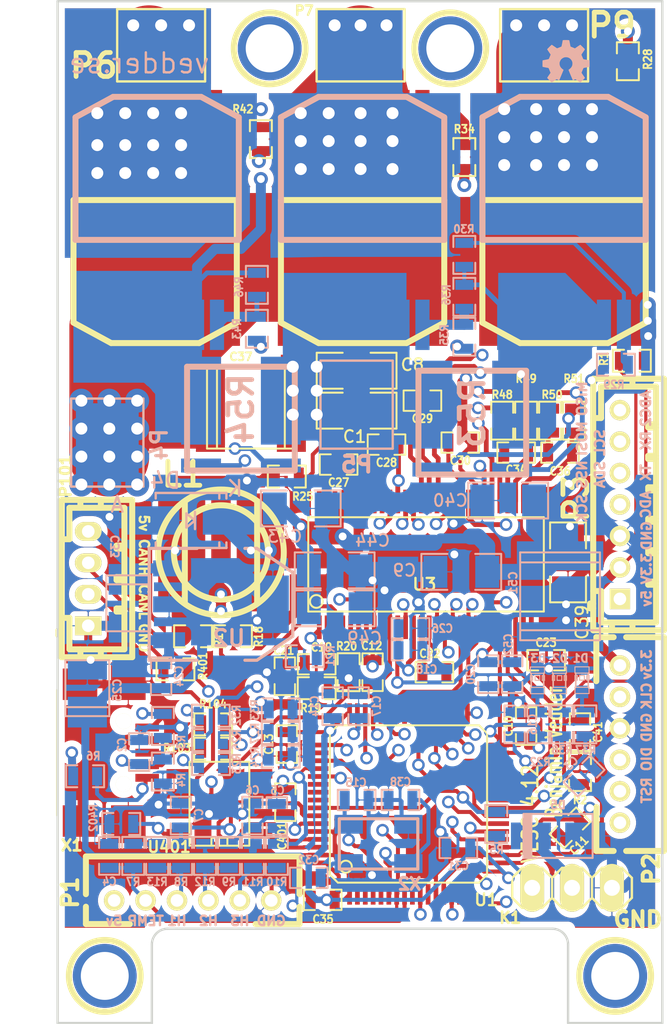
<source format=kicad_pcb>
(kicad_pcb (version 20221018) (generator pcbnew)
  (title_block (title "BLDC Driver 4.6") (date "30 Aug 2014") (rev "A") (company "Benjamin Vedder"))
  (layers (0 "F.Cu" signal) (1 "In1.Cu" signal "GND") (2 "In2.Cu" signal "GND2") (31 "B.Cu" signal) (34 "B.Paste" user) (35 "F.Paste" user) (36 "B.SilkS" user "B.Silkscreen") (37 "F.SilkS" user "F.Silkscreen") (38 "B.Mask" user) (39 "F.Mask" user) (44 "Edge.Cuts" user))
  (net 0 "")
  (net 1 "+5V")
  (net 2 "GND")
  (net 3 "NRST")
  (net 4 "Net-(C15-Pad1)")
  (net 5 "Net-(C16-Pad1)")
  (net 6 "Net-(C17-Pad1)")
  (net 7 "Net-(C18-Pad1)")
  (net 8 "Net-(C19-Pad2)")
  (net 9 "Net-(C20-Pad2)")
  (net 10 "Net-(C21-Pad2)")
  (net 11 "Net-(C22-Pad1)")
  (net 12 "Net-(C22-Pad2)")
  (net 13 "Net-(C23-Pad2)")
  (net 14 "Net-(C27-Pad1)")
  (net 15 "Net-(C27-Pad2)")
  (net 16 "Net-(C28-Pad2)")
  (net 17 "Net-(C29-Pad2)")
  (net 18 "Net-(C30-Pad2)")
  (net 19 "Net-(C34-Pad1)")
  (net 20 "Net-(C34-Pad2)")
  (net 21 "Net-(C36-Pad1)")
  (net 22 "Net-(C36-Pad2)")
  (net 23 "Net-(C38-Pad1)")
  (net 24 "Net-(D1-Pad1)")
  (net 25 "Net-(D2-Pad1)")
  (net 26 "Net-(K1-Pad1)")
  (net 27 "Net-(Q1-PadG)")
  (net 28 "Net-(Q2-PadG)")
  (net 29 "Net-(Q3-PadG)")
  (net 30 "Net-(Q4-PadG)")
  (net 31 "Net-(Q5-PadG)")
  (net 32 "Net-(Q6-PadG)")
  (net 33 "Net-(R17-Pad2)")
  (net 34 "Net-(R20-Pad1)")
  (net 35 "Net-(R21-Pad2)")
  (net 36 "Net-(R25-Pad2)")
  (net 37 "Net-(R6-Pad1)")
  (net 38 "SWCLK")
  (net 39 "SWDIO")
  (net 40 "VCC")
  (net 41 "V_SUPPLY")
  (net 42 "/MCU/AN_IN")
  (net 43 "/MCU/SERVO")
  (net 44 "/Mosfet driver/H1_VS")
  (net 45 "/Mosfet driver/H2_VS")
  (net 46 "/Mosfet driver/H3_VS")
  (net 47 "/Mosfet driver/H1_LOW")
  (net 48 "/Mosfet driver/H3_LOW")
  (net 49 "/MCU/SENS1")
  (net 50 "/MCU/SENS2")
  (net 51 "/Mosfet driver/M_H1")
  (net 52 "/Mosfet driver/M_L1")
  (net 53 "/MCU/SENS3")
  (net 54 "/Mosfet driver/M_H2")
  (net 55 "/Mosfet driver/M_L2")
  (net 56 "/Mosfet driver/M_H3")
  (net 57 "/Mosfet driver/M_L3")
  (net 58 "/Mosfet driver/SH1_A")
  (net 59 "/Mosfet driver/SH1_B")
  (net 60 "/Mosfet driver/SH2_A")
  (net 61 "/Mosfet driver/SH2_B")
  (net 62 "/MCU/BR_SO2")
  (net 63 "/MCU/BR_SO1")
  (net 64 "/MCU/DC_CAL")
  (net 65 "/MCU/L3")
  (net 66 "/MCU/L2")
  (net 67 "/MCU/L1")
  (net 68 "/MCU/EN_GATE")
  (net 69 "/MCU/FAULT")
  (net 70 "/MCU/H3")
  (net 71 "/MCU/H2")
  (net 72 "/MCU/H1")
  (net 73 "/MCU/USB_DM")
  (net 74 "/MCU/USB_DP")
  (net 75 "/Filters/TEMP_IN")
  (net 76 "/Filters/HALL3_OUT")
  (net 77 "/Filters/HALL2_OUT")
  (net 78 "/Filters/HALL1_OUT")
  (net 79 "Net-(D3-Pad1)")
  (net 80 "/Filters/HALL1_IN")
  (net 81 "/Filters/HALL2_IN")
  (net 82 "/Filters/HALL3_IN")
  (net 83 "/CAN bus transceiver/CANL")
  (net 84 "/CAN bus transceiver/CANH")
  (net 85 "/MCU/LED_GREEN")
  (net 86 "/MCU/LED_RED")
  (net 87 "Net-(R103-Pad2)")
  (net 88 "Net-(R104-Pad2)")
  (net 89 "Net-(R402-Pad1)")
  (net 90 "/CAN bus transceiver/CAN_RX")
  (net 91 "/CAN bus transceiver/CAN_TX")
  (net 92 "/MCU/ADC_TEMP")
  (net 93 "/MCU/SCK_ADC_EXT")
  (net 94 "/MCU/RX_SCL_MOSI")
  (net 95 "/MCU/MISO_ADC_EXT2")
  (net 96 "Net-(P2-Pad6)")
  (net 97 "/MCU/TX_SDA_NSS")
  (net 98 "Net-(U1-Pad4)")
  (net 99 "Net-(U1-Pad2)")
  (net 100 "Net-(U1-Pad3)")
  (net 101 "Net-(U1-Pad39)")
  (net 102 "Net-(U1-Pad40)")
  (net 103 "Net-(U1-Pad50)")
  (net 104 "Net-(U1-Pad54)")
  (net 105 "Net-(U1-Pad55)")
  (net 106 "Net-(U1-Pad56)")
  (net 107 "Net-(U1-Pad9)")
  (net 108 "Net-(U1-Pad11)")
  (net 109 "Net-(U1-Pad28)")
  (net 110 "Net-(U3-Pad4)")
  (net 111 "Net-(U3-Pad5)")
  (net 112 "Net-(U3-Pad55)")
  (net 113 "Net-(U3-Pad56)")
  (net 114 "Net-(U401-Pad5)")
  (net 115 "Net-(X1-Pad4)")
  (footprint "1pin" (layer "F.Cu") (at 92 83)
    (fp_text reference "1PIN" hide)
    (fp_text value "P***" hide)
  )
  (footprint "1pin" (layer "F.Cu") (at 103.5 83)
    (fp_text reference "1PIN" hide)
    (fp_text value "P***" hide)
  )
  (footprint "w_smd_cap:c_2220" (layer "F.Cu") (at 90.805 105.918)
    (fp_text reference "C37")
    (fp_text value "15u,100V" hide)
  )
  (footprint "CRF1:pinhead-1X03" (layer "F.Cu") (at 111.252 136.398)
    (fp_text reference "K1")
    (fp_text value "SERVO" hide)
  )
  (footprint "CRF1:MICRO_JST_6" (layer "F.Cu") (at 87.1 137.2)
    (fp_text reference "P1")
    (fp_text value "HALL/Encoder" hide)
  )
  (footprint "CRF1:MICRO_JST_6" (layer "F.Cu") (at 114.3 127.254 -90)
    (fp_text reference "P2")
    (fp_text value "SWD" hide)
  )
  (footprint "CRF1:1PAD_4x5mm" (layer "F.Cu") (at 85.09 82.804 90)
    (fp_text reference "P6")
    (fp_text value "MOTOR1" hide)
  )
  (footprint "CRF1:1PAD_4x5mm" (layer "F.Cu") (at 109.474 82.804 90)
    (fp_text reference "P9")
    (fp_text value "MOTOR3" hide)
  )
  (footprint "CRF1:D2PAK-7-GDS" (layer "F.Cu") (at 110.744 91.948 180)
    (fp_text reference "Q1" hide)
    (fp_text value "IRFS7530" hide)
  )
  (footprint "CRF1:D2PAK-7-GDS" (layer "F.Cu") (at 97.917 91.948 180)
    (fp_text reference "Q3" hide)
    (fp_text value "IRFS7530" hide)
  )
  (footprint "CRF1:D2PAK-7-GDS" (layer "F.Cu") (at 84.709 91.948 180)
    (fp_text reference "Q5" hide)
    (fp_text value "IRFS7530" hide)
  )
  (footprint "CRF1:lqfp64_pad_mod" (layer "F.Cu") (at 100.838 131.064)
    (fp_text reference "U1")
    (fp_text value "STM32F40X_LQFP64" hide)
  )
  (footprint "CRF1:TSSOP-56-PP" (layer "F.Cu") (at 101.854 115.824)
    (fp_text reference "U3")
    (fp_text value "DRV8302" hide)
  )
  (footprint "JST conn:b4b-ph-kl" (layer "F.Cu") (at 80.45 116.726 90)
    (fp_text reference "P101")
    (fp_text value "CANBUS" hide)
  )
  (footprint "CRF1:1PAD_4x5mm" (layer "F.Cu") (at 97.79 82.804 90)
    (fp_text reference "P7")
    (fp_text value "MOTOR2" hide)
  )
  (footprint "Connect:1pin" (layer "F.Cu") (at 114 142)
    (fp_text reference "1PIN" hide)
    (fp_text value "P***" hide)
  )
  (footprint "Connect:1pin" (layer "F.Cu") (at 81.5 142)
    (fp_text reference "1PIN" hide)
    (fp_text value "P***" hide)
  )
  (footprint "CRF1:SMD-1206" (layer "F.Cu") (at 97.536 106.045)
    (fp_text reference "C1")
    (fp_text value "10u,50V" hide)
  )
  (footprint "CRF1:SMD-1206" (layer "F.Cu") (at 97.536 103.505)
    (fp_text reference "C8")
    (fp_text value "10u,50V" hide)
  )
  (footprint "CRF1:SMD-0603_c" (layer "F.Cu") (at 108.331 126.111 -90)
    (fp_text reference "C10")
    (fp_text value "2.2u" hide)
  )
  (footprint "CRF1:SMD-0603_c" (layer "F.Cu") (at 111.125 132.588 45)
    (fp_text reference "C11")
    (fp_text value "2.2u" hide)
  )
  (footprint "CRF1:SMD-0603_c" (layer "F.Cu") (at 98.552 122.682 90)
    (fp_text reference "C12")
    (fp_text value "2.2u" hide)
  )
  (footprint "CRF1:SMD-0603_c" (layer "F.Cu") (at 93.091 127.254 90)
    (fp_text reference "C13")
    (fp_text value "2.2u" hide)
  )
  (footprint "CRF1:SMD-0603_c" (layer "F.Cu") (at 94.996 122.174)
    (fp_text reference "C19")
    (fp_text value "120p" hide)
  )
  (footprint "CRF1:SMD-0603_c" (layer "F.Cu") (at 92.964 122.936 -90)
    (fp_text reference "C21")
    (fp_text value "6.8n" hide)
  )
  (footprint "CRF1:SMD-0603_c" (layer "F.Cu") (at 102.489 122.682)
    (fp_text reference "C22")
    (fp_text value "22n" hide)
  )
  (footprint "CRF1:SMD-0603_c" (layer "F.Cu") (at 109.601 121.92 180)
    (fp_text reference "C23")
    (fp_text value "2.2u" hide)
  )
  (footprint "CRF1:SMD-0603_c" (layer "F.Cu") (at 96.393 109.474 180)
    (fp_text reference "C27")
    (fp_text value "100n" hide)
  )
  (footprint "CRF1:SMD-0603_c" (layer "F.Cu") (at 99.441 108.204 180)
    (fp_text reference "C28")
    (fp_text value "220n" hide)
  )
  (footprint "CRF1:SMD-0603_c" (layer "F.Cu") (at 101.727 105.41 180)
    (fp_text reference "C29")
    (fp_text value "220n" hide)
  )
  (footprint "CRF1:SMD-0603_c" (layer "F.Cu") (at 104.14 108.077 180)
    (fp_text reference "C30")
    (fp_text value "220n" hide)
  )
  (footprint "CRF1:SMD-0603_c" (layer "F.Cu") (at 107.696 108.712)
    (fp_text reference "C34")
    (fp_text value "2.2n" hide)
  )
  (footprint "CRF1:SMD-0603_c" (layer "F.Cu") (at 95.377 137.16)
    (fp_text reference "C35")
    (fp_text value "2.2u" hide)
  )
  (footprint "CRF1:SMD-0603_c" (layer "F.Cu") (at 110.49 108.712)
    (fp_text reference "C36")
    (fp_text value "2.2n" hide)
  )
  (footprint "CRF1:SMD-1206" (layer "F.Cu") (at 110.998 115.697 90)
    (fp_text reference "C39")
    (fp_text value "10u,50V" hide)
  )
  (footprint "CRF1:SMD-0603_c" (layer "F.Cu") (at 111.76 126.492 -90)
    (fp_text reference "C41")
    (fp_text value "2.2u" hide)
  )
  (footprint "CRF1:SMD-0603_c" (layer "F.Cu") (at 93 130.95 -90)
    (fp_text reference "C401")
    (fp_text value "2.2u" hide)
  )
  (footprint "CRF1:SMD-0603_r" (layer "F.Cu") (at 115.062 102.87)
    (fp_text reference "R1")
    (fp_text value "NTC 10k" hide)
  )
  (footprint "CRF1:SMD-0603_r" (layer "F.Cu") (at 111.76 129.032 90)
    (fp_text reference "R2")
    (fp_text value "10k" hide)
  )
  (footprint "CRF1:SMD-0603_r" (layer "F.Cu") (at 87.122 120.396)
    (fp_text reference "R17")
    (fp_text value "18k" hide)
  )
  (footprint "CRF1:SMD-0603_r" (layer "F.Cu") (at 89.662 120.396)
    (fp_text reference "R18")
    (fp_text value "3k3" hide)
  )
  (footprint "CRF1:SMD-0603_r" (layer "F.Cu") (at 94.996 123.698)
    (fp_text reference "R19")
    (fp_text value "15k" hide)
  )
  (footprint "CRF1:SMD-0603_r" (layer "F.Cu") (at 97.028 122.682 -90)
    (fp_text reference "R20")
    (fp_text value "10k" hide)
  )
  (footprint "CRF1:SMD-0603_r" (layer "F.Cu") (at 93.091 110.236)
    (fp_text reference "R25")
    (fp_text value "1M" hide)
  )
  (footprint "CRF1:SMD-0603_r" (layer "F.Cu") (at 114.808 83.82 90)
    (fp_text reference "R28")
    (fp_text value "4R7" hide)
  )
  (footprint "CRF1:SMD-0603_r" (layer "F.Cu") (at 104.394 89.916 -90)
    (fp_text reference "R34")
    (fp_text value "4R7" hide)
  )
  (footprint "CRF1:SMD-0603_r" (layer "F.Cu") (at 91.44 88.773 -90)
    (fp_text reference "R42")
    (fp_text value "4R7" hide)
  )
  (footprint "CRF1:SMD-0603_r" (layer "F.Cu") (at 106.807 106.68 -90)
    (fp_text reference "R48")
    (fp_text value "100R" hide)
  )
  (footprint "CRF1:SMD-0603_r" (layer "F.Cu") (at 108.331 106.68 -90)
    (fp_text reference "R49")
    (fp_text value "100R" hide)
  )
  (footprint "CRF1:SMD-0603_r" (layer "F.Cu") (at 109.855 106.68 -90)
    (fp_text reference "R50")
    (fp_text value "100R" hide)
  )
  (footprint "CRF1:SMD-0603_r" (layer "F.Cu") (at 111.379 106.68 -90)
    (fp_text reference "R51")
    (fp_text value "100R" hide)
  )
  (footprint "CRF1:SMD-0603_r" (layer "F.Cu") (at 88.4 127.55 180)
    (fp_text reference "R103")
    (fp_text value "22R" hide)
  )
  (footprint "CRF1:SMD-0603_r" (layer "F.Cu") (at 88.4 126 180)
    (fp_text reference "R104")
    (fp_text value "22R" hide)
  )
  (footprint "CRF1:SMD-0603_r" (layer "F.Cu") (at 86 122.5 180)
    (fp_text reference "R401")
    (fp_text value "NI" hide)
  )
  (footprint "CRF1:SOIC-8-W" (layer "F.Cu") (at 88.8 131.05 90)
    (fp_text reference "U401")
    (fp_text value "SN65HVD232" hide)
  )
  (footprint "CRF1:USB-UX60R-MB-5ST" (layer "F.Cu") (at 82.7 127.8 -90)
    (fp_text reference "X1")
    (fp_text value "MINI-USB-SHIELD-32005-201" hide)
  )
  (footprint "CRF1:b7b-ph-kl" (layer "F.Cu") (at 114.3 112.014 90)
    (fp_text reference "P3")
    (fp_text value "PWR_COMM" hide)
  )
  (footprint "w_smd_inductors:inductor_smd_8x5mm" (layer "F.Cu") (at 88.9 115.062 180)
    (fp_text reference "L1")
    (fp_text value "22u" hide)
  )
  (footprint "oshw_silkscreen-back_3mm" (layer "B.Cu") (at 110.871 83.82)
    (fp_text reference "G***" hide)
    (fp_text value "oshw_silkscreen-back_3mm" hide)
  )
  (footprint "w_smd_cap:c_tant_B" (layer "B.Cu") (at 80.391 123.698 -90)
    (fp_text reference "C25")
    (fp_text value "100u" hide)
  )
  (footprint "w_smd_cap:c_tant_B" (layer "B.Cu") (at 83 118.3 90)
    (fp_text reference "C33")
    (fp_text value "100u" hide)
  )
  (footprint "w_smd_cap:c_2220" (layer "B.Cu") (at 110.49 117.856 -90)
    (fp_text reference "C51")
    (fp_text value "15u, 100v" hide)
  )
  (footprint "LEDs:LED-0603" (layer "B.Cu") (at 111.887 123.19 90)
    (fp_text reference "D1")
    (fp_text value "GREEN" hide)
  )
  (footprint "LEDs:LED-0603" (layer "B.Cu") (at 110.45 123.2 90)
    (fp_text reference "D2")
    (fp_text value "RED" hide)
  )
  (footprint "LEDs:LED-0603" (layer "B.Cu") (at 109.05 123.2 90)
    (fp_text reference "D3")
    (fp_text value "LED" hide)
  )
  (footprint "CRF1:1PAD_4x5mm" (layer "B.Cu") (at 81.661 108.077)
    (fp_text reference "P4")
    (fp_text value "IN+" hide)
  )
  (footprint "CRF1:1PAD_4x5mm" (layer "B.Cu") (at 97.536 105.664)
    (fp_text reference "P5")
    (fp_text value "IN-" hide)
  )
  (footprint "CRF1:WSLP2726" (layer "B.Cu") (at 104.902 108.712)
    (fp_text reference "R53")
    (fp_text value "SHUNT" hide)
  )
  (footprint "CRF1:Crystal_5x3mm" (layer "B.Cu") (at 98.933 133.604)
    (fp_text reference "X2")
    (fp_text value "8MHz 10ppm" hide)
  )
  (footprint "CRF1:WSLP2726" (layer "B.Cu") (at 90.17 108.458)
    (fp_text reference "R54")
    (fp_text value "SHUNT" hide)
  )
  (footprint "w_smd_diode:do214ac" (layer "B.Cu") (at 110.363 133.096 180)
    (fp_text reference "D5")
    (fp_text value "TVS 5V" hide)
  )
  (footprint "CRF1:D2PAK-7-GDS" (layer "B.Cu") (at 84.836 95.885 180)
    (fp_text reference "Q6" hide)
    (fp_text value "IRFS7530" hide)
  )
  (footprint "CRF1:D2PAK-7-GDS" (layer "B.Cu") (at 110.744 95.885 180)
    (fp_text reference "Q2" hide)
    (fp_text value "IRFS7530" hide)
  )
  (footprint "CRF1:D2PAK-7-GDS" (layer "B.Cu") (at 97.917 95.885 180)
    (fp_text reference "Q4" hide)
    (fp_text value "IRFS7530" hide)
  )
  (footprint "CRF1:SMD-0603_c" (layer "B.Cu") (at 83.693 127.762 -90)
    (fp_text reference "C2")
    (fp_text value "100n" hide)
  )
  (footprint "CRF1:SMD-0603_c" (layer "B.Cu") (at 112.014 129.286 -135)
    (fp_text reference "C3")
    (fp_text value "100n" hide)
  )
  (footprint "CRF1:SMD-0603_c" (layer "B.Cu") (at 81.788 134.366 -90)
    (fp_text reference "C4")
    (fp_text value "4n7" hide)
  )
  (footprint "CRF1:SMD-0603_c" (layer "B.Cu") (at 92.456 131.826 90)
    (fp_text reference "C5")
    (fp_text value "4n7" hide)
  )
  (footprint "CRF1:SMD-0603_c" (layer "B.Cu") (at 90.9 131.8 90)
    (fp_text reference "C6")
    (fp_text value "4n7" hide)
  )
  (footprint "CRF1:SMD-0603_c" (layer "B.Cu") (at 86.35 131.8 90)
    (fp_text reference "C7")
    (fp_text value "4n7" hide)
  )
  (footprint "CRF1:SMD-1206" (layer "B.Cu") (at 104.2 116.3)
    (fp_text reference "C9")
    (fp_text value "10u,50V" hide)
  )
  (footprint "CRF1:SMD-0603_c" (layer "B.Cu") (at 96.012 124.841 -90)
    (fp_text reference "C14")
    (fp_text value "2.2u" hide)
  )
  (footprint "CRF1:SMD-0603_c" (layer "B.Cu") (at 97.536 130.81)
    (fp_text reference "C15")
    (fp_text value "15p" hide)
  )
  (footprint "CRF1:SMD-0603_c" (layer "B.Cu") (at 107.6 126 90)
    (fp_text reference "C16")
    (fp_text value "2.2u" hide)
  )
  (footprint "CRF1:SMD-0603_c" (layer "B.Cu") (at 97.663 124.841 90)
    (fp_text reference "C17")
    (fp_text value "2.2u" hide)
  )
  (footprint "CRF1:SMD-0603_c" (layer "B.Cu") (at 100.965 121.285)
    (fp_text reference "C18")
    (fp_text value "2.2u" hide)
  )
  (footprint "CRF1:SMD-0603_c" (layer "B.Cu") (at 105.918 122.809 90)
    (fp_text reference "C20")
    (fp_text value "2.2u" hide)
  )
  (footprint "CRF1:SMD-0603_c" (layer "B.Cu") (at 85.09 122.936 90)
    (fp_text reference "C24")
    (fp_text value "2.2u" hide)
  )
  (footprint "CRF1:SMD-0603_c" (layer "B.Cu") (at 104.013 133.858)
    (fp_text reference "C31")
    (fp_text value "2.2u" hide)
  )
  (footprint "CRF1:SMD-0603_c" (layer "B.Cu") (at 94.488 135.763 180)
    (fp_text reference "C32")
    (fp_text value "100n" hide)
  )
  (footprint "CRF1:SMD-0603_c" (layer "B.Cu") (at 100.33 130.81 180)
    (fp_text reference "C38")
    (fp_text value "15p" hide)
  )
  (footprint "CRF1:SMD-1206" (layer "B.Cu") (at 107.188 111.76)
    (fp_text reference "C40")
    (fp_text value "10u,50V" hide)
  )
  (footprint "CRF1:SMD-1206" (layer "B.Cu") (at 93.98 112.268)
    (fp_text reference "C43")
    (fp_text value "10u,50V" hide)
  )
  (footprint "CRF1:SMD-1206" (layer "B.Cu") (at 96.139 116.205)
    (fp_text reference "C44")
    (fp_text value "10u,50V" hide)
  )
  (footprint "CRF1:SMD-1206" (layer "B.Cu") (at 96.139 118.618)
    (fp_text reference "C49")
    (fp_text value "10u,50V" hide)
  )
  (footprint "CRF1:SMD-0603_c" (layer "B.Cu") (at 107.442 122.809 90)
    (fp_text reference "C52")
    (fp_text value "2.2u" hide)
  )
  (footprint "CRF1:SMD-0603_r" (layer "B.Cu") (at 85.2 126.1 -90)
    (fp_text reference "R3")
    (fp_text value "39k" hide)
  )
  (footprint "CRF1:SMD-0603_r" (layer "B.Cu") (at 85.2 129 90)
    (fp_text reference "R4")
    (fp_text value "2k2" hide)
  )
  (footprint "CRF1:SMD-0603_r" (layer "B.Cu") (at 106.426 132.334 -90)
    (fp_text reference "R5")
    (fp_text value "2k2" hide)
  )
  (footprint "CRF1:SMD-0603_r" (layer "B.Cu") (at 80.25 129.3 180)
    (fp_text reference "R6")
    (fp_text value "0R" hide)
  )
  (footprint "CRF1:SMD-0603_r" (layer "B.Cu") (at 83.312 134.366 90)
    (fp_text reference "R7")
    (fp_text value "10k" hide)
  )
  (footprint "CRF1:SMD-0603_r" (layer "B.Cu") (at 86.36 134.366 90)
    (fp_text reference "R8")
    (fp_text value "10k" hide)
  )
  (footprint "CRF1:SMD-0603_r" (layer "B.Cu") (at 89.408 134.366 90)
    (fp_text reference "R9")
    (fp_text value "10k" hide)
  )
  (footprint "CRF1:SMD-0603_r" (layer "B.Cu") (at 92.456 134.366 90)
    (fp_text reference "R10")
    (fp_text value "10k" hide)
  )
  (footprint "CRF1:SMD-0603_r" (layer "B.Cu") (at 90.932 134.366 90)
    (fp_text reference "R11")
    (fp_text value "2k2" hide)
  )
  (footprint "CRF1:SMD-0603_r" (layer "B.Cu") (at 87.884 134.366 90)
    (fp_text reference "R12")
    (fp_text value "2k2" hide)
  )
  (footprint "CRF1:SMD-0603_r" (layer "B.Cu") (at 84.836 134.366 90)
    (fp_text reference "R13")
    (fp_text value "2k2" hide)
  )
  (footprint "CRF1:SMD-0603_r" (layer "B.Cu") (at 94.234 121.666)
    (fp_text reference "R21")
    (fp_text value "220k" hide)
  )
  (footprint "CRF1:SMD-0603_r" (layer "B.Cu") (at 109.1 126 -90)
    (fp_text reference "R22")
    (fp_text value "2k2" hide)
  )
  (footprint "CRF1:SMD-0603_r" (layer "B.Cu") (at 88.265 128.524)
    (fp_text reference "R23")
    (fp_text value "39k" hide)
  )
  (footprint "CRF1:SMD-0603_r" (layer "B.Cu") (at 92.7 128.05 180)
    (fp_text reference "R24")
    (fp_text value "2k2" hide)
  )
  (footprint "CRF1:SMD-0603_r" (layer "B.Cu") (at 88.265 127)
    (fp_text reference "R26")
    (fp_text value "39k" hide)
  )
  (footprint "CRF1:SMD-0603_r" (layer "B.Cu") (at 92.7 126.55 180)
    (fp_text reference "R27")
    (fp_text value "2k2" hide)
  )
  (footprint "CRF1:SMD-0603_r" (layer "B.Cu") (at 114.046 103.124 180)
    (fp_text reference "R29")
    (fp_text value "4R7" hide)
  )
  (footprint "CRF1:SMD-0603_r" (layer "B.Cu") (at 104.394 96.139 90)
    (fp_text reference "R30")
    (fp_text value "39k" hide)
  )
  (footprint "CRF1:SMD-0603_r" (layer "B.Cu") (at 88.25 125.45)
    (fp_text reference "R32")
    (fp_text value "39k" hide)
  )
  (footprint "CRF1:SMD-0603_r" (layer "B.Cu") (at 92.7 125.05 180)
    (fp_text reference "R33")
    (fp_text value "2k2" hide)
  )
  (footprint "CRF1:SMD-0603_r" (layer "B.Cu") (at 104.394 101.346 -90)
    (fp_text reference "R35")
    (fp_text value "4R7" hide)
  )
  (footprint "CRF1:SMD-0603_r" (layer "B.Cu") (at 104.394 98.806 -90)
    (fp_text reference "R36")
    (fp_text value "39k" hide)
  )
  (footprint "CRF1:SMD-0603_r" (layer "B.Cu") (at 112.1 126 -90)
    (fp_text reference "R37")
    (fp_text value "100R" hide)
  )
  (footprint "CRF1:SMD-0603_r" (layer "B.Cu") (at 110.6 126 -90)
    (fp_text reference "R38")
    (fp_text value "100R" hide)
  )
  (footprint "CRF1:SMD-0603_r" (layer "B.Cu") (at 91.186 100.838 -90)
    (fp_text reference "R43")
    (fp_text value "4R7" hide)
  )
  (footprint "CRF1:SMD-0603_r" (layer "B.Cu") (at 91.186 98.044 -90)
    (fp_text reference "R46")
    (fp_text value "39k" hide)
  )
  (footprint "CRF1:SMD-0603_r" (layer "B.Cu") (at 82.55 132.334 180)
    (fp_text reference "R402")
    (fp_text value "10k" hide)
  )
  (footprint "CRF1:SOT-223" (layer "B.Cu") (at 88.9 118.364 90)
    (fp_text reference "U2")
    (fp_text value "TC2117" hide)
  )
  (footprint "Diodes_SMD:SMA_Handsoldering" (layer "B.Cu") (at 86.995 113.03 180)
    (fp_text reference "D4")
    (fp_text value "DIODESCH")
  )
  (footprint "CRF1:SMD-0603_c" (layer "B.Cu") (at 100.965 119.888)
    (fp_text reference "C26")
    (fp_text value "2.2u" hide)
  )
  (gr_line (start 117 80) (end 78.5 80) (stroke (width 0.15)) (layer "Edge.Cuts"))
  (gr_line (start 117 80) (end 117 145) (stroke (width 0.15)) (layer "Edge.Cuts"))
  (gr_line (start 78.5 145) (end 78.5 80) (stroke (width 0.15)) (layer "Edge.Cuts"))
  (gr_line (start 84.5 145) (end 78.5 145) (stroke (width 0.15)) (layer "Edge.Cuts"))
  (gr_line (start 84.5 140) (end 84.5 145) (stroke (width 0.15)) (layer "Edge.Cuts"))
  (gr_line (start 111 145) (end 117 145) (stroke (width 0.15)) (layer "Edge.Cuts"))
  (gr_arc (start 84.5 140) (mid 84.792893 139.292893) (end 85.5 139) (stroke (width 0.15)) (layer "Edge.Cuts"))
  (gr_line (start 85.5 139) (end 110 139) (stroke (width 0.15)) (layer "Edge.Cuts"))
  (gr_arc (start 110 139) (mid 110.707107 139.292893) (end 111 140) (stroke (width 0.15)) (layer "Edge.Cuts"))
  (gr_line (start 111 140) (end 111 145) (stroke (width 0.15)) (layer "Edge.Cuts"))
  (gr_text "MISO" (at 111.887 105.283 90) (layer "B.SilkS") (effects (font (size 0.6 0.6)) (justify mirror)))
  (gr_text "MOSI" (at 111.887 107.823 90) (layer "B.SilkS") (effects (font (size 0.6 0.6)) (justify mirror)))
  (gr_text "SCK" (at 111.887 112.268 90) (layer "B.SilkS") (effects (font (size 0.6 0.6)) (justify mirror)))
  (gr_text "NSS" (at 111.887 110.109 90) (layer "B.SilkS") (effects (font (size 0.6 0.6)) (justify mirror)))
  (gr_text "TEMP" (at 84.1 138.5) (layer "B.SilkS") (effects (font (size 0.6 0.6)) (justify mirror)))
  (gr_text "CLK" (at 116 124.2 90) (layer "B.SilkS") (effects (font (size 0.6 0.6)) (justify mirror)))
  (gr_text "RX" (at 115.951 107.95 90) (layer "B.SilkS") (effects (font (size 0.6 0.6)) (justify mirror)))
  (gr_text "5v" (at 116 118 90) (layer "B.SilkS") (effects (font (size 0.6 0.6)) (justify mirror)))
  (gr_text "vedder.se" (at 83.693 83.947) (layer "B.SilkS") (effects (font (size 1.27 1.27) (thickness 0.1524)) (justify mirror)))
  (gr_text "TX" (at 115.951 109.982 90) (layer "B.SilkS") (effects (font (size 0.6 0.6)) (justify mirror)))
  (gr_text "H2" (at 88.1 138.5) (layer "B.SilkS") (effects (font (size 0.6 0.6)) (justify mirror)))
  (gr_text "GND" (at 116 114 90) (layer "B.SilkS") (effects (font (size 0.6 0.6)) (justify mirror)))
  (gr_text "SDA" (at 113.03 110.109 90) (layer "B.SilkS") (effects (font (size 0.6 0.6)) (justify mirror)))
  (gr_text "ADC2" (at 115.951 105.918 90) (layer "B.SilkS") (effects (font (size 0.6 0.6)) (justify mirror)))
  (gr_text "3.3V" (at 116 116.1 90) (layer "B.SilkS") (effects (font (size 0.6 0.6)) (justify mirror)))
  (gr_text "H3" (at 90.1 138.5) (layer "B.SilkS") (effects (font (size 0.6 0.6)) (justify mirror)))
  (gr_text "RST" (at 116 130.2 90) (layer "B.SilkS") (effects (font (size 0.6 0.6)) (justify mirror)))
  (gr_text "5v" (at 82.1 138.5) (layer "B.SilkS") (effects (font (size 0.6 0.6)) (justify mirror)))
  (gr_text "3.3v" (at 116 122.2 90) (layer "B.SilkS") (effects (font (size 0.6 0.6)) (justify mirror)))
  (gr_text "SCL" (at 113.03 108.077 90) (layer "B.SilkS") (effects (font (size 0.6 0.6)) (justify mirror)))
  (gr_text "DIO" (at 116 128.2 90) (layer "B.SilkS") (effects (font (size 0.6 0.6)) (justify mirror)))
  (gr_text "ADC" (at 115.951 112.014 90) (layer "B.SilkS") (effects (font (size 0.6 0.6)) (justify mirror)))
  (gr_text "GND" (at 92.1 138.5) (layer "B.SilkS") (effects (font (size 0.6 0.6)) (justify mirror)))
  (gr_text "GND" (at 116 126.2 90) (layer "B.SilkS") (effects (font (size 0.6 0.6)) (justify mirror)))
  (gr_text "H1" (at 86.1 138.5) (layer "B.SilkS") (effects (font (size 0.6 0.6)) (justify mirror)))
  (gr_text "Benjamin Vedder" (at 110.109 127.762 90) (layer "F.SilkS") (effects (font (size 1 0.6604))))
  (gr_text "CANH" (at 84 115.4 270) (layer "F.SilkS") (effects (font (size 0.6 0.6))))
  (gr_text "GND" (at 115.45 138.426) (layer "F.SilkS") (effects (font (size 1 1) (thickness 0.25))))
  (gr_text "CANL" (at 84 118.2 270) (layer "F.SilkS") (effects (font (size 0.6 0.6))))
  (gr_text "5v" (at 84 113.2 270) (layer "F.SilkS") (effects (font (size 0.6 0.6))))
  (gr_text "VESC 4.12" (at 108.585 131.699 90) (layer "F.SilkS") (effects (font (size 1 0.8))))
  (gr_text "GND" (at 84 120.5 270) (layer "F.SilkS") (effects (font (size 0.6 0.6))))
  (segment (start 85.979 114.935) (end 86.106 115.062) (width 0.635) (layer "F.Cu") (net 1))
  (segment (start 86.106 115.062) (end 86.40064 115.062) (width 0.635) (layer "F.Cu") (net 1))
  (segment (start 88.9 118.8) (end 88.9 117.729) (width 0.635) (layer "F.Cu") (net 1))
  (segment (start 86.40064 115.062) (end 86.40064 116.40064) (width 1.27) (layer "F.Cu") (net 1))
  (segment (start 86.40064 115.062) (end 86.40064 115.22964) (width 1.27) (layer "F.Cu") (net 1))
  (segment (start 86.40064 115.062) (end 86.40064 120.35536) (width 1.27) (layer "F.Cu") (net 1))
  (segment (start 86.40064 115.22964) (end 88.9 117.729) (width 1.27) (layer "F.Cu") (net 1))
  (segment (start 86.40064 120.35536) (end 86.36 120.396) (width 1.27) (layer "F.Cu") (net 1))
  (via (at 88.9 117.729) (size 0.8) (drill 0.5) (layers "F.Cu" "B.Cu") (net 1))
  (via (at 85.979 114.935) (size 0.8) (drill 0.5) (layers "F.Cu" "B.Cu") (net 1))
  (via (at 88.9 118.8) (size 0.8) (drill 0.5) (layers "F.Cu" "B.Cu") (net 1))
  (via (at 79.4 127.8) (size 0.8) (drill 0.5) (layers "F.Cu" "B.Cu") (net 1))
  (segment (start 85.598 115.316) (end 85.979 114.935) (width 0.635) (layer "B.Cu") (net 1))
  (segment (start 79.45 129.262) (end 79.4 127.8) (width 0.508) (layer "B.Cu") (net 1))
  (segment (start 83.698 116.078) (end 83 116.776) (width 0.635) (layer "B.Cu") (net 1))
  (segment (start 80.92626 113.72626) (end 83 115.8) (width 0.635) (layer "B.Cu") (net 1))
  (segment (start 83 115.8) (end 83 116.776) (width 0.635) (layer "B.Cu") (net 1))
  (segment (start 108.63326 133.27126) (end 111.252 135.89) (width 0.635) (layer "B.Cu") (net 1))
  (segment (start 111.252 135.89) (end 111.252 136.398) (width 0.635) (layer "B.Cu") (net 1))
  (segment (start 79.488 129.3) (end 79.45 129.262) (width 0.508) (layer "B.Cu") (net 1))
  (segment (start 85.598 116.078) (end 85.598 115.316) (width 0.635) (layer "B.Cu") (net 1))
  (segment (start 80.45 113.72626) (end 80.92626 113.72626) (width 0.635) (layer "B.Cu") (net 1))
  (segment (start 85.598 116.078) (end 83.698 116.078) (width 0.635) (layer "B.Cu") (net 1))
  (segment (start 108.63326 133.096) (end 108.63326 133.27126) (width 0.635) (layer "B.Cu") (net 1))
  (segment (start 85.598 116.078) (end 82.922 116.078) (width 0.635) (layer "B.Cu") (net 1))
  (segment (start 85.598 116.078) (end 84.709 116.078) (width 0.635) (layer "B.Cu") (net 1))
  (segment (start 108.65612 118.16588) (end 109.474 117.348) (width 0.3048) (layer "F.Cu") (net 2))
  (segment (start 109.474 117.348) (end 110.998 117.348) (width 0.3048) (layer "F.Cu") (net 2))
  (segment (start 98.552 116.84) (end 99.568 115.824) (width 0.635) (layer "F.Cu") (net 2))
  (segment (start 99.568 115.824) (end 101.854 115.824) (width 0.635) (layer "F.Cu") (net 2))
  (segment (start 108.204 115.824) (end 109.728 117.348) (width 0.635) (layer "F.Cu") (net 2))
  (segment (start 109.728 117.348) (end 110.998 117.348) (width 0.635) (layer "F.Cu") (net 2))
  (segment (start 98.65614 118.64086) (end 98.933 118.364) (width 0.254) (layer "F.Cu") (net 2))
  (segment (start 98.933 118.364) (end 99.314 118.364) (width 0.254) (layer "F.Cu") (net 2))
  (segment (start 99.314 118.364) (end 99.6569 118.7069) (width 0.254) (layer "F.Cu") (net 2))
  (segment (start 99.6569 118.7069) (end 99.6569 119.8245) (width 0.254) (layer "F.Cu") (net 2))
  (segment (start 110.5535 121.72188) (end 108.65612 119.8245) (width 0.254) (layer "F.Cu") (net 2))
  (segment (start 98.933 123.444) (end 99.6569 122.7201) (width 0.254) (layer "F.Cu") (net 2))
  (segment (start 99.6569 122.7201) (end 99.6569 119.8245) (width 0.254) (layer "F.Cu") (net 2))
  (segment (start 98.552 116.84) (end 101.854 115.824) (width 0.254) (layer "F.Cu") (net 2))
  (segment (start 98.298 115.824) (end 97.536 116.586) (width 0.635) (layer "F.Cu") (net 2))
  (segment (start 95.885 116.586) (end 92.075 120.396) (width 0.635) (layer "F.Cu") (net 2))
  (segment (start 92.075 120.396) (end 90.424 120.396) (width 0.635) (layer "F.Cu") (net 2))
  (segment (start 97.028 123.063) (end 97.028 123.444) (width 0.254) (layer "F.Cu") (net 2))
  (segment (start 100.965 115.824) (end 99.314 117.475) (width 0.254) (layer "F.Cu") (net 2))
  (segment (start 101.473 115.824) (end 98.933 118.364) (width 0.254) (layer "F.Cu") (net 2))
  (segment (start 103.8098 134.3152) (end 102.58806 135.53694) (width 0.254) (layer "F.Cu") (net 2))
  (segment (start 102.58806 135.53694) (end 102.58806 136.81456) (width 0.254) (layer "F.Cu") (net 2))
  (segment (start 104.267 134.3152) (end 103.8098 134.3152) (width 0.254) (layer "F.Cu") (net 2))
  (segment (start 95.98406 132.81406) (end 96.139 132.969) (width 0.254) (layer "F.Cu") (net 2))
  (segment (start 96.139 132.969) (end 96.139 134.239) (width 0.254) (layer "F.Cu") (net 2))
  (segment (start 96.139 134.239) (end 96.0628 134.3152) (width 0.254) (layer "F.Cu") (net 2))
  (segment (start 96.0628 134.3152) (end 95.08744 134.3152) (width 0.254) (layer "F.Cu") (net 2))
  (segment (start 93.2688 134.3152) (end 92.12326 135.46074) (width 0.254) (layer "F.Cu") (net 2))
  (segment (start 114.18824 114.03076) (end 110.998 117.221) (width 0.635) (layer "F.Cu") (net 2))
  (segment (start 110.998 117.221) (end 110.998 117.348) (width 0.635) (layer "F.Cu") (net 2))
  (segment (start 110.871 119.38) (end 110.871 118.364) (width 1.016) (layer "F.Cu") (net 2))
  (segment (start 110.871 117.475) (end 110.998 117.348) (width 1.016) (layer "F.Cu") (net 2))
  (segment (start 91.6133 131.7633) (end 91.5 131.65) (width 0.254) (layer "F.Cu") (net 2))
  (segment (start 92.973 131.685) (end 93 131.712) (width 0.254) (layer "F.Cu") (net 2))
  (segment (start 93.091 128.323291) (end 93.321003 128.553294) (width 0.254) (layer "F.Cu") (net 2))
  (segment (start 80.6 122.775) (end 80.6 121.9) (width 1.27) (layer "F.Cu") (net 2))
  (segment (start 80.45 121.75) (end 80.6 121.9) (width 0.508) (layer "F.Cu") (net 2))
  (segment (start 82.8 123.45) (end 83 123.25) (width 0.508) (layer "F.Cu") (net 2))
  (segment (start 82.8 132.15) (end 83 132.35) (width 0.508) (layer "F.Cu") (net 2))
  (segment (start 79.925 130.514) (end 80.518 129.921) (width 0.3048) (layer "F.Cu") (net 2))
  (segment (start 80.518 129.921) (end 80.518 124.043) (width 0.3048) (layer "F.Cu") (net 2))
  (segment (start 80.518 124.043) (end 79.925 123.45) (width 0.3048) (layer "F.Cu") (net 2))
  (segment (start 88.138 133.223) (end 87.249 134.112) (width 0.3048) (layer "F.Cu") (net 2))
  (segment (start 87.249 134.112) (end 84.762 134.112) (width 0.3048) (layer "F.Cu") (net 2))
  (segment (start 84.762 134.112) (end 83 132.35) (width 0.3048) (layer "F.Cu") (net 2))
  (segment (start 84.493 126.2) (end 85.09 125.603) (width 0.3048) (layer "F.Cu") (net 2))
  (segment (start 85.09 125.603) (end 85.09 124.46) (width 0.3048) (layer "F.Cu") (net 2))
  (segment (start 85.09 124.46) (end 83.88 123.25) (width 0.3048) (layer "F.Cu") (net 2))
  (segment (start 83.88 123.25) (end 83 123.25) (width 0.3048) (layer "F.Cu") (net 2))
  (segment (start 97.241312 134.3152) (end 98.51263 135.586518) (width 0.254) (layer "F.Cu") (net 2))
  (segment (start 92.12326 135.68426) (end 92.71 136.271) (width 0.254) (layer "F.Cu") (net 2))
  (segment (start 92.71 136.271) (end 93.726 136.271) (width 0.254) (layer "F.Cu") (net 2))
  (segment (start 93.726 136.271) (end 94.615 137.16) (width 0.254) (layer "F.Cu") (net 2))
  (segment (start 92.12326 137.178) (end 92.10126 137.2) (width 0.254) (layer "F.Cu") (net 2))
  (segment (start 114.03076 126.25324) (end 113.03 127.254) (width 0.254) (layer "F.Cu") (net 2))
  (segment (start 113.03 127.254) (end 111.76 127.254) (width 0.254) (layer "F.Cu") (net 2))
  (segment (start 94.996 104.775) (end 95.758 105.029) (width 0.2032) (layer "F.Cu") (net 2))
  (segment (start 95.758 105.029) (end 95.758 104.902) (width 0.2032) (layer "F.Cu") (net 2))
  (segment (start 94.39656 104.902) (end 93.38056 105.283) (width 1.016) (layer "F.Cu") (net 2))
  (segment (start 93.38056 104.86644) (end 94.996 103.251) (width 1.016) (layer "F.Cu") (net 2))
  (segment (start 94.996 103.251) (end 95.758 104.902) (width 1.016) (layer "F.Cu") (net 2))
  (segment (start 95.631 106.172) (end 94.996 104.775) (width 1.27) (layer "F.Cu") (net 2))
  (segment (start 93.472 106.299) (end 93.38056 106.20756) (width 1.27) (layer "F.Cu") (net 2))
  (segment (start 93.38056 106.20756) (end 93.38056 105.918) (width 1.27) (layer "F.Cu") (net 2))
  (segment (start 94.996 106.299) (end 95.123 106.172) (width 1.27) (layer "F.Cu") (net 2))
  (segment (start 95.123 106.172) (end 95.631 106.172) (width 1.27) (layer "F.Cu") (net 2))
  (segment (start 95.631 106.172) (end 95.885 106.045) (width 1.27) (layer "F.Cu") (net 2))
  (segment (start 101.473 118.237) (end 101.473 116.205) (width 0.3048) (layer "F.Cu") (net 2))
  (segment (start 114.3 126.25324) (end 114.3 126.492) (width 0.254) (layer "F.Cu") (net 2))
  (segment (start 98.65614 119.8245) (end 98.65614 118.64086) (width 0.254) (layer "F.Cu") (net 2))
  (segment (start 90.424 120.396) (end 90.424 120.224) (width 0.508) (layer "F.Cu") (net 2))
  (segment (start 91.467 131.685) (end 90.268948 131.685) (width 0.254) (layer "F.Cu") (net 2))
  (segment (start 97.536 116.586) (end 95.885 116.586) (width 0.635) (layer "F.Cu") (net 2))
  (segment (start 90.424 120.396) (end 90.424 119.888) (width 0.635) (layer "F.Cu") (net 2))
  (segment (start 79.925 123.45) (end 82.8 123.45) (width 0.508) (layer "F.Cu") (net 2))
  (segment (start 91.467 131.685) (end 92.973 131.685) (width 0.254) (layer "F.Cu") (net 2))
  (segment (start 106.58856 134.3152) (end 104.267 134.3152) (width 0.254) (layer "F.Cu") (net 2))
  (segment (start 103.6574 111.8235) (end 103.6574 113.169653) (width 0.3048) (layer "F.Cu") (net 2))
  (segment (start 103.6574 113.169653) (end 103.709331 113.221584) (width 0.3048) (layer "F.Cu") (net 2))
  (segment (start 92.12326 135.46074) (end 92.12326 135.68426) (width 0.254) (layer "F.Cu") (net 2))
  (segment (start 110.871 117.475) (end 110.871 118.364) (width 1.016) (layer "F.Cu") (net 2))
  (segment (start 110.5535 121.92) (end 110.318353 121.92) (width 0.508) (layer "F.Cu") (net 2))
  (segment (start 79.925 123.45) (end 80.6 122.775) (width 1.27) (layer "F.Cu") (net 2))
  (segment (start 103.269999 133.241999) (end 102.87 132.842) (width 0.254) (layer "F.Cu") (net 2))
  (segment (start 92.329 110.236) (end 91.6051 110.236) (width 0.4064) (layer "F.Cu") (net 2))
  (segment (start 110.318353 121.92) (end 109.782385 122.455968) (width 0.508) (layer "F.Cu") (net 2))
  (segment (start 93.839986 104.78768) (end 93.472 104.775) (width 1.27) (layer "F.Cu") (net 2))
  (segment (start 92.964 122.174) (end 92.1385 122.174) (width 0.254) (layer "F.Cu") (net 2))
  (segment (start 101.854 115.824) (end 100.965 115.824) (width 0.254) (layer "F.Cu") (net 2))
  (segment (start 108.170506 124.617006) (end 107.817006 124.617006) (width 0.254) (layer "F.Cu") (net 2))
  (segment (start 109.062185 133.126815) (end 110.037172 133.126815) (width 0.254) (layer "F.Cu") (net 2))
  (segment (start 104.267 134.3152) (end 104.267 134.239) (width 0.254) (layer "F.Cu") (net 2))
  (segment (start 101.473 116.205) (end 101.854 115.824) (width 0.3048) (layer "F.Cu") (net 2))
  (segment (start 88.138 131.699) (end 88.138 133.223) (width 0.3048) (layer "F.Cu") (net 2))
  (segment (start 108.331 124.7775) (end 108.170506 124.617006) (width 0.254) (layer "F.Cu") (net 2))
  (segment (start 92.964 122.174) (end 94.234 122.174) (width 0.254) (layer "F.Cu") (net 2))
  (segment (start 95.885 106.045) (end 95.631 106.172) (width 1.27) (layer "F.Cu") (net 2))
  (segment (start 108.331 125.349) (end 108.331 124.7775) (width 0.254) (layer "F.Cu") (net 2))
  (segment (start 101.981 131.953) (end 102.470001 132.442001) (width 0.254) (layer "F.Cu") (net 2))
  (segment (start 102.470001 132.442001) (end 102.87 132.842) (width 0.254) (layer "F.Cu") (net 2))
  (segment (start 98.552 123.444) (end 98.933 123.444) (width 0.254) (layer "F.Cu") (net 2))
  (segment (start 95.885 103.505) (end 95.885 106.045) (width 1.27) (layer "F.Cu") (net 2))
  (segment (start 93.091 128.016) (end 93.091 128.323291) (width 0.254) (layer "F.Cu") (net 2))
  (segment (start 97.155 131.953) (end 101.981 131.953) (width 0.254) (layer "F.Cu") (net 2))
  (segment (start 108.65612 119.8245) (end 108.65612 118.16588) (width 0.3048) (layer "F.Cu") (net 2))
  (segment (start 79.925 132.15) (end 82.8 132.15) (width 0.508) (layer "F.Cu") (net 2))
  (segment (start 101.854 115.824) (end 101.473 115.824) (width 0.254) (layer "F.Cu") (net 2))
  (segment (start 91.351088 110.490012) (end 90.551 110.490012) (width 0.4064) (layer "F.Cu") (net 2))
  (segment (start 111.76 127.254) (end 111.76 128.27) (width 0.254) (layer "F.Cu") (net 2))
  (segment (start 96.0628 134.3152) (end 97.241312 134.3152) (width 0.254) (layer "F.Cu") (net 2))
  (segment (start 95.758 104.902) (end 94.996 103.251) (width 0.2032) (layer "F.Cu") (net 2))
  (segment (start 90.268948 131.685) (end 90.255293 131.671345) (width 0.254) (layer "F.Cu") (net 2))
  (segment (start 114.3 126.25324) (end 114.03076 126.25324) (width 0.254) (layer "F.Cu") (net 2))
  (segment (start 79.925 132.15) (end 79.925 130.514) (width 0.3048) (layer "F.Cu") (net 2))
  (segment (start 92.12326 135.68426) (end 92.12326 137.178) (width 0.254) (layer "F.Cu") (net 2))
  (segment (start 104.267 134.239) (end 103.269999 133.241999) (width 0.254) (layer "F.Cu") (net 2))
  (segment (start 95.08744 134.3152) (end 93.2688 134.3152) (width 0.254) (layer "F.Cu") (net 2))
  (segment (start 91.823218 122.489282) (end 91.823218 122.684218) (width 0.254) (layer "F.Cu") (net 2))
  (segment (start 95.08744 132.81406) (end 95.98406 132.81406) (width 0.254) (layer "F.Cu") (net 2))
  (segment (start 92.1385 122.174) (end 91.823218 122.489282) (width 0.254) (layer "F.Cu") (net 2))
  (segment (start 101.854 115.824) (end 98.298 115.824) (width 0.635) (layer "F.Cu") (net 2))
  (segment (start 91.6051 110.236) (end 91.351088 110.490012) (width 0.4064) (layer "F.Cu") (net 2))
  (segment (start 101.854 115.824) (end 108.204 115.824) (width 0.635) (layer "F.Cu") (net 2))
  (segment (start 95.758 104.902) (end 94.39656 104.902) (width 1.016) (layer "F.Cu") (net 2))
  (segment (start 107.8738 134.3152) (end 109.062185 133.126815) (width 0.254) (layer "F.Cu") (net 2))
  (segment (start 93.38056 105.283) (end 93.38056 104.86644) (width 1.016) (layer "F.Cu") (net 2))
  (segment (start 96.139 132.969) (end 97.155 131.953) (width 0.254) (layer "F.Cu") (net 2))
  (segment (start 84.1 126.2) (end 86.3 126.2) (width 0.254) (layer "F.Cu") (net 2))
  (segment (start 110.037172 133.126815) (end 110.586185 133.126815) (width 0.254) (layer "F.Cu") (net 2))
  (segment (start 110.5535 121.92) (end 110.5535 121.72188) (width 0.254) (layer "F.Cu") (net 2))
  (segment (start 97.028 123.444) (end 98.552 123.444) (width 0.254) (layer "F.Cu") (net 2))
  (segment (start 84.1 126.2) (end 84.493 126.2) (width 0.3048) (layer "F.Cu") (net 2))
  (segment (start 80.45 119.72828) (end 80.45 121.75) (width 0.508) (layer "F.Cu") (net 2))
  (segment (start 106.58856 134.3152) (end 107.8738 134.3152) (width 0.254) (layer "F.Cu") (net 2))
  (segment (start 79.925 132.15) (end 79.925 131.675) (width 0.508) (layer "F.Cu") (net 2))
  (segment (start 114.3 114.03076) (end 114.18824 114.03076) (width 0.635) (layer "F.Cu") (net 2))
  (via (at 90.551 110.490012) (size 0.889) (drill 0.5) (layers "F.Cu" "B.Cu") (net 2))
  (via (at 103.759 115.189) (size 0.8) (drill 0.5) (layers "F.Cu" "B.Cu") (net 2))
  (via (at 91.823218 122.684218) (size 0.8) (drill 0.5) (layers "F.Cu" "B.Cu") (net 2))
  (via (at 93.472 106.299) (size 1.524) (drill 0.762) (layers "F.Cu" "B.Cu") (net 2))
  (via (at 88.138 131.699) (size 0.8) (drill 0.5) (layers "F.Cu" "B.Cu") (net 2))
  (via (at 97.028 123.063) (size 0.8) (drill 0.5) (layers "F.Cu" "B.Cu") (net 2))
  (via (at 81.8 112.8) (size 0.8) (drill 0.5) (layers "F.Cu" "B.Cu") (net 2))
  (via (at 110.871 119.38) (size 0.8) (drill 0.5) (layers "F.Cu" "B.Cu") (net 2))
  (via (at 94.996 104.775) (size 1.524) (drill 0.762) (layers "F.Cu" "B.Cu") (net 2))
  (via (at 93.472 104.775) (size 1.524) (drill 0.762) (layers "F.Cu" "B.Cu") (net 2))
  (via (at 107.817006 124.617006) (size 0.8) (drill 0.5) (layers "F.Cu" "B.Cu") (net 2))
  (via (at 93.321003 128.553294) (size 0.8) (drill 0.5) (layers "F.Cu" "B.Cu") (net 2))
  (via (at 94.996 106.299) (size 1.524) (drill 0.762) (layers "F.Cu" "B.Cu") (net 2))
  (via (at 101.473 118.237) (size 0.8) (drill 0.5) (layers "F.Cu" "B.Cu") (net 2))
  (via (at 109.782385 122.455968) (size 0.8) (drill 0.5) (layers "F.Cu" "B.Cu") (net 2))
  (via (at 99.314 117.475) (size 0.8) (drill 0.5) (layers "F.Cu" "B.Cu") (net 2))
  (via (at 86.3 126.2) (size 0.8) (drill 0.5) (layers "F.Cu" "B.Cu") (net 2))
  (via (at 103.709331 113.221584) (size 0.8) (drill 0.5) (layers "F.Cu" "B.Cu") (net 2))
  (via (at 98.552 116.84) (size 0.8) (drill 0.5) (layers "F.Cu" "B.Cu") (net 2))
  (via (at 84.928238 131.104499) (size 0.8) (drill 0.5) (layers "F.Cu" "B.Cu") (net 2))
  (via (at 98.51263 135.586518) (size 0.8) (drill 0.5) (layers "F.Cu" "B.Cu") (net 2))
  (via (at 80.6 121.9) (size 0.8) (drill 0.5) (layers "F.Cu" "B.Cu") (net 2))
  (via (at 102.87 132.842) (size 0.8) (drill 0.5) (layers "F.Cu" "B.Cu") (net 2))
  (via (at 93.472 103.251) (size 1.524) (drill 0.762) (layers "F.Cu" "B.Cu") (net 2))
  (via (at 110.871 118.364) (size 0.8) (drill 0.5) (layers "F.Cu" "B.Cu") (net 2))
  (via (at 94.996 103.251) (size 1.524) (drill 0.762) (layers "F.Cu" "B.Cu") (net 2))
  (via (at 90.255293 131.671345) (size 0.8) (drill 0.5) (layers "F.Cu" "B.Cu") (net 2))
  (segment (start 97.028 104.013) (end 97.536 105.664) (width 5.08) (layer "B.Cu") (net 2))
  (segment (start 97.536 105.664) (end 101.6635 105.664) (width 5.08) (layer "B.Cu") (net 2))
  (segment (start 99.187 104.013) (end 97.536 105.664) (width 2.286) (layer "B.Cu") (net 2))
  (segment (start 97.917 116.205) (end 98.552 116.84) (width 0.635) (layer "B.Cu") (net 2))
  (segment (start 114.91976 114.03076) (end 115.697 114.808) (width 0.635) (layer "B.Cu") (net 2))
  (segment (start 115.697 124.85624) (end 114.3 126.25324) (width 0.635) (layer "B.Cu") (net 2))
  (segment (start 112.6617 122.4407) (end 113.03 122.809) (width 0.254) (layer "B.Cu") (net 2))
  (segment (start 113.03 122.809) (end 113.03 124.98324) (width 0.254) (layer "B.Cu") (net 2))
  (segment (start 113.03 124.98324) (end 114.3 126.25324) (width 0.254) (layer "B.Cu") (net 2))
  (segment (start 85.598 121.666) (end 85.09 122.174) (width 0.635) (layer "B.Cu") (net 2))
  (segment (start 97.663 123.698) (end 97.028 123.063) (width 0.254) (layer "B.Cu") (net 2))
  (segment (start 99.314 117.475) (end 97.79 117.475) (width 0.254) (layer "B.Cu") (net 2))
  (segment (start 97.79 117.475) (end 97.79 118.618) (width 0.635) (layer "B.Cu") (net 2))
  (segment (start 97.155 119.253) (end 97.79 118.618) (width 0.254) (layer "B.Cu") (net 2))
  (segment (start 95.377 100.58654) (end 95.37446 100.584) (width 0.254) (layer "B.Cu") (net 2))
  (segment (start 95.37446 100.584) (end 95.377 100.584) (width 0.254) (layer "B.Cu") (net 2))
  (segment (start 115.697 114.808) (end 115.697 124.85624) (width 0.635) (layer "B.Cu") (net 2))
  (segment (start 81.661 133.477) (end 81.788 133.604) (width 0.254) (layer "B.Cu") (net 2))
  (segment (start 103.251 134.747) (end 101.981 136.017) (width 0.254) (layer "B.Cu") (net 2))
  (segment (start 98.933 136.017) (end 98.298 135.382) (width 0.254) (layer "B.Cu") (net 2))
  (segment (start 98.298 135.382) (end 98.298 130.81) (width 0.254) (layer "B.Cu") (net 2))
  (segment (start 97.885 116.3) (end 97.79 116.205) (width 1.27) (layer "B.Cu") (net 2))
  (segment (start 98.3615 106.4895) (end 97.536 105.664) (width 1.016) (layer "B.Cu") (net 2))
  (segment (start 95.631 110.744) (end 95.631 112.268) (width 0.635) (layer "B.Cu") (net 2))
  (segment (start 112.268 112.141) (end 114.15776 114.03076) (width 1.016) (layer "B.Cu") (net 2))
  (segment (start 114.15776 114.03076) (end 114.3 114.03076) (width 1.016) (layer "B.Cu") (net 2))
  (segment (start 96.139 111.76) (end 95.631 112.268) (width 1.016) (layer "B.Cu") (net 2))
  (segment (start 110.871 119.38) (end 110.49 119.761) (width 1.016) (layer "B.Cu") (net 2))
  (segment (start 85.852 113.284) (end 84.49564 113.284) (width 0.635) (layer "B.Cu") (net 2))
  (segment (start 85.725 113.03) (end 84.49564 113.03) (width 0.635) (layer "B.Cu") (net 2))
  (segment (start 82.03 113.03) (end 81.8 112.8) (width 1.016) (layer "B.Cu") (net 2))
  (segment (start 85.598 120.65) (end 85.598 121.666) (width 0.635) (layer "B.Cu") (net 2))
  (segment (start 83.439 120.5) (end 83.439 119.126) (width 0.635) (layer "B.Cu") (net 2))
  (segment (start 80.6 121.9) (end 80.6 122.076) (width 1.27) (layer "B.Cu") (net 2))
  (segment (start 80.6 122.076) (end 80.55 122.126) (width 1.27) (layer "B.Cu") (net 2))
  (segment (start 83.826 120.65) (end 83 119.824) (width 0.635) (layer "B.Cu") (net 2))
  (segment (start 82.90428 119.72828) (end 83 119.824) (width 0.635) (layer "B.Cu") (net 2))
  (segment (start 85.2 129.888) (end 86.35 131.038) (width 0.254) (layer "B.Cu") (net 2))
  (segment (start 92.43 131.038) (end 92.456 131.064) (width 0.254) (layer "B.Cu") (net 2))
  (segment (start 110.44 122.4607) (end 110.45 122.4507) (width 0.3048) (layer "B.Cu") (net 2))
  (segment (start 107.9297 123.571) (end 109.05 122.4507) (width 0.3048) (layer "B.Cu") (net 2))
  (segment (start 103.124 111.76) (end 96.139 111.76) (width 1.016) (layer "B.Cu") (net 2))
  (segment (start 101.981 136.017) (end 98.933 136.017) (width 0.254) (layer "B.Cu") (net 2))
  (segment (start 100.31 130.81) (end 100.4 130.9) (width 0.254) (layer "B.Cu") (net 2))
  (segment (start 100.4 130.9) (end 100.4 131.9214) (width 0.254) (layer "B.Cu") (net 2))
  (segment (start 100.4 131.9214) (end 100.83292 132.35432) (width 0.254) (layer "B.Cu") (net 2))
  (segment (start 97.779792 134.85368) (end 98.51263 135.586518) (width 0.254) (layer "B.Cu") (net 2))
  (segment (start 95.25 135.636) (end 96.03232 134.85368) (width 0.254) (layer "B.Cu") (net 2))
  (segment (start 96.03232 134.85368) (end 97.03308 134.85368) (width 0.254) (layer "B.Cu") (net 2))
  (segment (start 112.552815 128.000425) (end 114.3 126.25324) (width 0.254) (layer "B.Cu") (net 2))
  (segment (start 115.697 135.255) (end 114.554 136.398) (width 0.635) (layer "B.Cu") (net 2))
  (segment (start 114.554 136.398) (end 113.792 136.398) (width 0.635) (layer "B.Cu") (net 2))
  (segment (start 112.522 133.096) (end 113.792 134.366) (width 0.635) (layer "B.Cu") (net 2))
  (segment (start 113.792 134.366) (end 113.792 136.398) (width 0.635) (layer "B.Cu") (net 2))
  (segment (start 81.788 131.699) (end 82.169 131.318) (width 0.254) (layer "B.Cu") (net 2))
  (segment (start 82.169 131.318) (end 84.714737 131.318) (width 0.254) (layer "B.Cu") (net 2))
  (segment (start 84.714737 131.318) (end 84.928238 131.104499) (width 0.254) (layer "B.Cu") (net 2))
  (segment (start 86.283501 131.104499) (end 86.35 131.038) (width 0.254) (layer "B.Cu") (net 2))
  (segment (start 84.994737 131.038) (end 84.928238 131.104499) (width 0.254) (layer "B.Cu") (net 2))
  (segment (start 96.647 101.473) (end 99.187 104.013) (width 1.016) (layer "B.Cu") (net 2))
  (segment (start 99.187 104.013) (end 97.536 105.664) (width 1.016) (layer "B.Cu") (net 2))
  (segment (start 100.457 103.759) (end 102.362 105.664) (width 0.889) (layer "B.Cu") (net 2))
  (segment (start 94.996 103.251) (end 95.123 103.28656) (width 0.2032) (layer "B.Cu") (net 2))
  (segment (start 95.123 103.28656) (end 95.123 102.87) (width 0.2032) (layer "B.Cu") (net 2))
  (segment (start 95.25 104.775) (end 94.996 104.775) (width 0.2032) (layer "B.Cu") (net 2))
  (segment (start 97.663 124.079) (end 97.663 123.698) (width 0.254) (layer "B.Cu") (net 2))
  (segment (start 112.552815 128.747185) (end 112.552815 128.000425) (width 0.254) (layer "B.Cu") (net 2))
  (segment (start 107.442 123.571) (end 107.442 124.242) (width 0.3048) (layer "B.Cu") (net 2))
  (segment (start 97.79 116.205) (end 97.917 116.205) (width 0.635) (layer "B.Cu") (net 2))
  (segment (start 80.45 119.72828) (end 82.90428 119.72828) (width 0.635) (layer "B.Cu") (net 2))
  (segment (start 81.788 131.699) (end 81.788 132.334) (width 0.254) (layer "B.Cu") (net 2))
  (segment (start 95.25 112.649) (end 95.25 114.3) (width 0.635) (layer "B.Cu") (net 2))
  (segment (start 85.598 120.65) (end 83.826 120.65) (width 0.635) (layer "B.Cu") (net 2))
  (segment (start 107.761697 125.238) (end 107.817006 125.182691) (width 0.635) (layer "B.Cu") (net 2))
  (segment (start 97.663 124.079) (end 98.044 124.079) (width 0.254) (layer "B.Cu") (net 2))
  (segment (start 93.462 128.05) (end 93.462 126.55) (width 0.254) (layer "B.Cu") (net 2))
  (segment (start 103.251 133.858) (end 103.251 134.747) (width 0.254) (layer "B.Cu") (net 2))
  (segment (start 114.3 114.03076) (end 114.91976 114.03076) (width 0.635) (layer "B.Cu") (net 2))
  (segment (start 90.9 131.038) (end 92.43 131.038) (width 0.254) (layer "B.Cu") (net 2))
  (segment (start 95.25 135.763) (end 95.25 135.636) (width 0.254) (layer "B.Cu") (net 2))
  (segment (start 102.549 116.3) (end 97.885 116.3) (width 1.27) (layer "B.Cu") (net 2))
  (segment (start 82.03 113.03) (end 84.49564 113.03) (width 1.016) (layer "B.Cu") (net 2))
  (segment (start 83.7 126.838) (end 83.601 126.838) (width 0.254) (layer "B.Cu") (net 2))
  (segment (start 110.49 120.43156) (end 110.49 119.761) (width 1.016) (layer "B.Cu") (net 2))
  (segment (start 86.35 131.038) (end 87.477 131.038) (width 0.254) (layer "B.Cu") (net 2))
  (segment (start 103.124 111.76) (end 103.709331 112.345331) (width 0.635) (layer "B.Cu") (net 2))
  (segment (start 90.9 131.6095) (end 90.8105 131.699) (width 0.254) (layer "B.Cu") (net 2))
  (segment (start 103.709331 112.345331) (end 103.709331 112.655899) (width 0.635) (layer "B.Cu") (net 2))
  (segment (start 86.35 131.038) (end 84.994737 131.038) (width 0.254) (layer "B.Cu") (net 2))
  (segment (start 95.631 110.236) (end 97.536 108.331) (width 0.635) (layer "B.Cu") (net 2))
  (segment (start 94.996 103.251) (end 95.25 104.775) (width 0.2032) (layer "B.Cu") (net 2))
  (segment (start 92.832127 104.607681) (end 93.472 103.251) (width 1.27) (layer "B.Cu") (net 2))
  (segment (start 103.0605 132.842) (end 102.87 132.842) (width 0.254) (layer "B.Cu") (net 2))
  (segment (start 99.187 100.58654) (end 99.187 104.013) (width 2.286) (layer "B.Cu") (net 2))
  (segment (start 90.9 131.6095) (end 90.838155 131.671345) (width 0.254) (layer "B.Cu") (net 2))
  (segment (start 95.631 110.744) (end 95.631 110.236) (width 0.635) (layer "B.Cu") (net 2))
  (segment (start 101.727 119.888) (end 101.727 118.491) (width 0.3048) (layer "B.Cu") (net 2))
  (segment (start 84.239 126.2) (end 86.3 126.2) (width 0.254) (layer "B.Cu") (net 2))
  (segment (start 100.457 100.58654) (end 100.457 103.759) (width 0.889) (layer "B.Cu") (net 2))
  (segment (start 95.631 112.268) (end 95.25 112.649) (width 0.635) (layer "B.Cu") (net 2))
  (segment (start 107.6 125.238) (end 107.761697 125.238) (width 0.635) (layer "B.Cu") (net 2))
  (segment (start 103.251 133.858) (end 103.251 133.0325) (width 0.254) (layer "B.Cu") (net 2))
  (segment (start 107.442 123.571) (end 107.9297 123.571) (width 0.3048) (layer "B.Cu") (net 2))
  (segment (start 97.536 105.664) (end 97.74229 105.664) (width 0.635) (layer "B.Cu") (net 2))
  (segment (start 87.477 131.038) (end 88.138 131.699) (width 0.254) (layer "B.Cu") (net 2))
  (segment (start 96.012 124.079) (end 94.179 124.079) (width 0.2032) (layer "B.Cu") (net 2))
  (segment (start 90.838155 131.671345) (end 90.255293 131.671345) (width 0.254) (layer "B.Cu") (net 2))
  (segment (start 97.03308 134.85368) (end 97.779792 134.85368) (width 0.254) (layer "B.Cu") (net 2))
  (segment (start 115.697 124.85624) (end 115.697 135.255) (width 0.635) (layer "B.Cu") (net 2))
  (segment (start 90.8105 131.699) (end 88.138 131.699) (width 0.254) (layer "B.Cu") (net 2))
  (segment (start 85.2 129.762) (end 85.2 129.888) (width 0.254) (layer "B.Cu") (net 2))
  (segment (start 96.647 100.58654) (end 96.647 101.473) (width 1.016) (layer "B.Cu") (net 2))
  (segment (start 95.631 110.744) (end 95.377012 110.490012) (width 0.3048) (layer "B.Cu") (net 2))
  (segment (start 107.442 123.571) (end 105.918 123.571) (width 0.254) (layer "B.Cu") (net 2))
  (segment (start 95.377012 110.490012) (end 91.179617 110.490012) (width 0.3048) (layer "B.Cu") (net 2))
  (segment (start 84.49564 113.284) (end 84.49564 113.24336) (width 1.016) (layer "B.Cu") (net 2))
  (segment (start 94.179 124.079) (end 93.462 124.796) (width 0.2032) (layer "B.Cu") (net 2))
  (segment (start 83.601 126.838) (end 84.239 126.2) (width 0.254) (layer "B.Cu") (net 2))
  (segment (start 93.490858 128.078858) (end 93.490858 128.383439) (width 0.254) (layer "B.Cu") (net 2))
  (segment (start 97.155 116.205) (end 97.79 116.205) (width 0.635) (layer "B.Cu") (net 2))
  (segment (start 93.472 121.666) (end 93.462 125.05) (width 0.254) (layer "B.Cu") (net 2))
  (segment (start 98.298 130.81) (end 99.568 130.81) (width 0.254) (layer "B.Cu") (net 2))
  (segment (start 101.727 121.285) (end 101.727 119.888) (width 0.3048) (layer "B.Cu") (net 2))
  (segment (start 97.79 116.205) (end 97.79 117.475) (width 0.635) (layer "B.Cu") (net 2))
  (segment (start 90.9 131.038) (end 90.9 131.6095) (width 0.254) (layer "B.Cu") (net 2))
  (segment (start 107.817006 125.182691) (end 107.817006 124.617006) (width 0.635) (layer "B.Cu") (net 2))
  (segment (start 111.887 122.4407) (end 112.6617 122.4407) (width 0.254) (layer "B.Cu") (net 2))
  (segment (start 98.298 130.81) (end 98.298 130.252) (width 0.254) (layer "B.Cu") (net 2))
  (segment (start 107.442 124.242) (end 107.817006 124.617006) (width 0.3048) (layer "B.Cu") (net 2))
  (segment (start 93.462 128.05) (end 93.490858 128.078858) (width 0.254) (layer "B.Cu") (net 2))
  (segment (start 110.45 122.4507) (end 111.887 122.4407) (width 0.508) (layer "B.Cu") (net 2))
  (segment (start 103.709331 112.655899) (end 103.709331 113.221584) (width 0.635) (layer "B.Cu") (net 2))
  (segment (start 93.490858 128.383439) (end 93.321003 128.553294) (width 0.254) (layer "B.Cu") (net 2))
  (segment (start 93.462 126.55) (end 93.462 125.05) (width 0.254) (layer "B.Cu") (net 2))
  (segment (start 95.123 102.87) (end 95.377 104.4067) (width 0.508) (layer "B.Cu") (net 2))
  (segment (start 93.462 124.796) (end 93.462 125.05) (width 0.2032) (layer "B.Cu") (net 2))
  (segment (start 102.549 116.3) (end 102.549 116.201) (width 0.254) (layer "B.Cu") (net 2))
  (segment (start 103.251 133.0325) (end 103.0605 132.842) (width 0.254) (layer "B.Cu") (net 2))
  (segment (start 96.012 124.079) (end 97.663 124.079) (width 0.254) (layer "B.Cu") (net 2))
  (segment (start 81.788 132.334) (end 81.788 133.604) (width 0.254) (layer "B.Cu") (net 2))
  (segment (start 102.362 105.664) (end 102.362 104.65308) (width 0.889) (layer "B.Cu") (net 2))
  (segment (start 99.568 130.81) (end 100.31 130.81) (width 0.254) (layer "B.Cu") (net 2))
  (segment (start 100.457 100.58654) (end 99.187 100.58654) (width 0.635) (layer "B.Cu") (net 2))
  (segment (start 105.537 111.76) (end 103.124 111.76) (width 1.016) (layer "B.Cu") (net 2))
  (segment (start 101.727 118.491) (end 101.473 118.237) (width 0.3048) (layer "B.Cu") (net 2))
  (segment (start 112.09274 133.096) (end 112.522 133.096) (width 0.635) (layer "B.Cu") (net 2))
  (segment (start 91.179617 110.490012) (end 90.551 110.490012) (width 0.3048) (layer "B.Cu") (net 2))
  (segment (start 92.841436 121.666) (end 91.823218 122.684218) (width 0.254) (layer "B.Cu") (net 2))
  (segment (start 94.107 100.58654) (end 95.377 100.58654) (width 0.254) (layer "B.Cu") (net 2))
  (segment (start 95.377 104.4067) (end 95.1357 104.648) (width 0.508) (layer "B.Cu") (net 2))
  (segment (start 93.472 121.666) (end 92.841436 121.666) (width 0.254) (layer "B.Cu") (net 2))
  (segment (start 109.782385 122.455968) (end 110.44 122.4607) (width 0.3048) (layer "B.Cu") (net 2))
  (segment (start 97.536 108.331) (end 97.536 105.664) (width 0.635) (layer "B.Cu") (net 2))
  (segment (start 110.871 118.364) (end 110.871 119.38) (width 1.016) (layer "B.Cu") (net 2))
  (segment (start 109.05 122.4507) (end 109.782385 122.455968) (width 0.3048) (layer "B.Cu") (net 2))
  (segment (start 95.25 114.3) (end 97.155 116.205) (width 0.635) (layer "B.Cu") (net 2))
  (segment (start 112.268 111.633) (end 112.268 112.141) (width 1.016) (layer "B.Cu") (net 2))
  (segment (start 100.0887 137.7823) (end 99.822 138.049) (width 0.2032) (layer "F.Cu") (net 3))
  (segment (start 99.822 138.049) (end 93.98 138.049) (width 0.2032) (layer "F.Cu") (net 3))
  (segment (start 93.98 138.049) (end 93.472 137.541) (width 0.2032) (layer "F.Cu") (net 3))
  (segment (start 100.0887 136.81456) (end 100.0887 137.7823) (width 0.2032) (layer "F.Cu") (net 3))
  (segment (start 100.134279 136.768981) (end 100.134279 135.920479) (width 0.254) (layer "F.Cu") (net 3))
  (segment (start 100.168421 133.712906) (end 99.187 132.731485) (width 0.254) (layer "F.Cu") (net 3))
  (segment (start 100.0887 136.81456) (end 100.134279 136.768981) (width 0.254) (layer "F.Cu") (net 3))
  (segment (start 100.168421 135.886337) (end 100.168421 133.712906) (width 0.254) (layer "F.Cu") (net 3))
  (segment (start 100.134279 135.920479) (end 100.168421 135.886337) (width 0.254) (layer "F.Cu") (net 3))
  (via (at 99.187 132.731485) (size 0.8) (drill 0.5) (layers "F.Cu" "B.Cu") (net 3))
  (via (at 93.472 137.541) (size 0.8) (drill 0.5) (layers "F.Cu" "B.Cu") (net 3))
  (segment (start 93.472 137.541) (end 93.726 137.287) (width 0.2032) (layer "B.Cu") (net 3))
  (segment (start 93.726 137.287) (end 93.726 135.763) (width 0.2032) (layer "B.Cu") (net 3))
  (segment (start 99.217431 135.726276) (end 99.217431 135.248213) (width 0.254) (layer "F.Cu") (net 4))
  (segment (start 99.202089 135.741618) (end 99.217431 135.726276) (width 0.254) (layer "F.Cu") (net 4))
  (segment (start 99.202089 135.940165) (end 99.202089 135.741618) (width 0.254) (layer "F.Cu") (net 4))
  (segment (start 99.08794 136.81456) (end 99.08794 136.054314) (width 0.254) (layer "F.Cu") (net 4))
  (segment (start 97.427999 133.749999) (end 97.028 133.35) (width 0.254) (layer "F.Cu") (net 4))
  (segment (start 99.217431 135.248213) (end 97.719217 133.749999) (width 0.254) (layer "F.Cu") (net 4))
  (segment (start 97.719217 133.749999) (end 97.427999 133.749999) (width 0.254) (layer "F.Cu") (net 4))
  (segment (start 99.08794 136.054314) (end 99.202089 135.940165) (width 0.254) (layer "F.Cu") (net 4))
  (via (at 97.028 133.35) (size 0.8) (drill 0.5) (layers "F.Cu" "B.Cu") (net 4))
  (segment (start 96.774 132.09524) (end 97.03308 132.35432) (width 0.254) (layer "B.Cu") (net 4))
  (segment (start 97.028 132.3594) (end 97.03308 132.35432) (width 0.254) (layer "B.Cu") (net 4))
  (segment (start 97.028 133.35) (end 97.028 132.3594) (width 0.254) (layer "B.Cu") (net 4))
  (segment (start 96.774 130.81) (end 96.774 132.09524) (width 0.254) (layer "B.Cu") (net 4))
  (segment (start 107.886871 127.930436) (end 108.28687 128.330435) (width 0.254) (layer "F.Cu") (net 5))
  (segment (start 107.769235 127.8128) (end 107.886871 127.930436) (width 0.254) (layer "F.Cu") (net 5))
  (segment (start 106.58856 127.8128) (end 107.769235 127.8128) (width 0.254) (layer "F.Cu") (net 5))
  (via (at 108.28687 128.330435) (size 0.8) (drill 0.5) (layers "F.Cu" "B.Cu") (net 5))
  (segment (start 107.6 126.762) (end 107.6 127.643565) (width 0.254) (layer "B.Cu") (net 5))
  (segment (start 107.886871 127.930436) (end 108.28687 128.330435) (width 0.254) (layer "B.Cu") (net 5))
  (segment (start 107.6 127.643565) (end 107.886871 127.930436) (width 0.254) (layer "B.Cu") (net 5))
  (segment (start 97.5868 126.3142) (end 97.35 126.6) (width 0.254) (layer "F.Cu") (net 6))
  (segment (start 97.5868 125.31344) (end 97.5868 126.3142) (width 0.254) (layer "F.Cu") (net 6))
  (via (at 97.35 126.6) (size 0.8) (drill 0.5) (layers "F.Cu" "B.Cu") (net 6))
  (segment (start 97.663 126.287) (end 97.663 125.603) (width 0.254) (layer "B.Cu") (net 6))
  (segment (start 97.35 126.6) (end 97.663 126.287) (width 0.254) (layer "B.Cu") (net 6))
  (segment (start 101.15804 121.767598) (end 100.831698 122.09394) (width 0.3048) (layer "F.Cu") (net 7))
  (segment (start 101.15804 119.8245) (end 101.15804 121.767598) (width 0.3048) (layer "F.Cu") (net 7))
  (segment (start 100.831698 122.09394) (end 100.831698 122.555) (width 0.3048) (layer "F.Cu") (net 7))
  (via (at 100.831698 122.555) (size 0.8) (drill 0.5) (layers "F.Cu" "B.Cu") (net 7))
  (segment (start 100.203 119.888) (end 100.203 121.285) (width 0.3048) (layer "B.Cu") (net 7))
  (segment (start 100.203 122.047) (end 100.203 121.285) (width 0.3048) (layer "B.Cu") (net 7))
  (segment (start 100.711 122.555) (end 100.203 122.047) (width 0.3048) (layer "B.Cu") (net 7))
  (segment (start 100.831698 122.555) (end 100.711 122.555) (width 0.3048) (layer "B.Cu") (net 7))
  (segment (start 95.6564 122.0724) (end 95.758 122.174) (width 0.254) (layer "F.Cu") (net 8))
  (segment (start 95.6564 119.8245) (end 95.6564 122.0724) (width 0.254) (layer "F.Cu") (net 8))
  (segment (start 95.758 122.174) (end 95.758 123.698) (width 0.254) (layer "F.Cu") (net 8))
  (segment (start 106.15676 121.04624) (end 105.664 121.539) (width 0.254) (layer "F.Cu") (net 9))
  (segment (start 105.664 121.539) (end 105.537 121.539) (width 0.254) (layer "F.Cu") (net 9))
  (segment (start 100.132231 122.768568) (end 100.132231 123.334253) (width 0.254) (layer "F.Cu") (net 9))
  (segment (start 100.126896 120.859454) (end 100.126896 122.763233) (width 0.254) (layer "F.Cu") (net 9))
  (segment (start 100.126896 122.763233) (end 100.132231 122.768568) (width 0.254) (layer "F.Cu") (net 9))
  (segment (start 106.15676 119.8245) (end 106.15676 121.04624) (width 0.254) (layer "F.Cu") (net 9))
  (segment (start 100.15728 119.8245) (end 100.15728 120.82907) (width 0.254) (layer "F.Cu") (net 9))
  (segment (start 100.15728 120.82907) (end 100.126896 120.859454) (width 0.254) (layer "F.Cu") (net 9))
  (via (at 105.537 121.539) (size 0.8) (drill 0.5) (layers "F.Cu" "B.Cu") (net 9))
  (via (at 100.132231 123.334253) (size 0.8) (drill 0.5) (layers "F.Cu" "B.Cu") (net 9))
  (segment (start 105.537 121.539) (end 105.918 121.92) (width 0.254) (layer "B.Cu") (net 9))
  (segment (start 105.918 121.92) (end 105.918 122.047) (width 0.254) (layer "B.Cu") (net 9))
  (segment (start 100.697916 123.334253) (end 100.132231 123.334253) (width 0.254) (layer "B.Cu") (net 9))
  (segment (start 105.918 122.047) (end 107.442 122.047) (width 0.254) (layer "B.Cu") (net 9))
  (segment (start 105.537 121.539) (end 103.741747 123.334253) (width 0.254) (layer "B.Cu") (net 9))
  (segment (start 103.741747 123.334253) (end 100.697916 123.334253) (width 0.254) (layer "B.Cu") (net 9))
  (segment (start 92.964 123.698) (end 94.234 123.698) (width 0.254) (layer "F.Cu") (net 10))
  (segment (start 101.65842 121.08942) (end 101.854 121.285) (width 0.254) (layer "F.Cu") (net 11))
  (segment (start 101.854 121.285) (end 101.854 122.555) (width 0.254) (layer "F.Cu") (net 11))
  (segment (start 101.854 122.555) (end 101.727 122.682) (width 0.254) (layer "F.Cu") (net 11))
  (segment (start 101.65842 119.8245) (end 101.65842 121.08942) (width 0.254) (layer "F.Cu") (net 11))
  (segment (start 102.15626 120.82526) (end 102.489 121.158) (width 0.254) (layer "F.Cu") (net 12))
  (segment (start 102.489 121.158) (end 102.489 122.301) (width 0.254) (layer "F.Cu") (net 12))
  (segment (start 102.489 122.301) (end 102.87 122.682) (width 0.254) (layer "F.Cu") (net 12))
  (segment (start 102.87 122.682) (end 103.251 122.682) (width 0.254) (layer "F.Cu") (net 12))
  (segment (start 102.15626 119.8245) (end 102.15626 120.82526) (width 0.254) (layer "F.Cu") (net 12))
  (segment (start 108.15828 121.42978) (end 108.6485 121.92) (width 0.254) (layer "F.Cu") (net 13))
  (segment (start 108.15828 119.8245) (end 108.15828 121.42978) (width 0.254) (layer "F.Cu") (net 13))
  (segment (start 97.663 113.538) (end 97.917 113.284) (width 0.635) (layer "F.Cu") (net 14))
  (segment (start 97.917 111.8235) (end 98.1583 111.8235) (width 0.3048) (layer "F.Cu") (net 14))
  (segment (start 91.39936 115.02136) (end 91.39936 115.062) (width 0.635) (layer "F.Cu") (net 14))
  (segment (start 97.028 115.443) (end 97.663 114.808) (width 0.635) (layer "F.Cu") (net 14))
  (segment (start 97.663 114.808) (end 97.663 113.538) (width 0.635) (layer "F.Cu") (net 14))
  (segment (start 90.805 114.935) (end 90.932 115.062) (width 1.016) (layer "F.Cu") (net 14))
  (segment (start 90.932 115.062) (end 91.39936 115.062) (width 1.016) (layer "F.Cu") (net 14))
  (segment (start 91.948 114.935) (end 91.821 115.062) (width 1.016) (layer "F.Cu") (net 14))
  (segment (start 91.821 115.062) (end 91.39936 115.062) (width 1.016) (layer "F.Cu") (net 14))
  (segment (start 92.943 115.443) (end 92.562 115.062) (width 1.27) (layer "F.Cu") (net 14))
  (segment (start 92.562 115.062) (end 91.39936 115.062) (width 1.27) (layer "F.Cu") (net 14))
  (segment (start 97.65792 110.48492) (end 97.155 109.982) (width 0.254) (layer "F.Cu") (net 14))
  (segment (start 97.155 109.982) (end 97.155 109.474) (width 0.254) (layer "F.Cu") (net 14))
  (segment (start 91.39936 115.062) (end 92.562 115.062) (width 2.286) (layer "F.Cu") (net 14))
  (segment (start 96.708851 115.443) (end 97.028 115.443) (width 0.635) (layer "F.Cu") (net 14))
  (segment (start 97.917 111.8235) (end 97.917 113.284) (width 0.635) (layer "F.Cu") (net 14))
  (segment (start 92.943 115.443) (end 96.708851 115.443) (width 1.27) (layer "F.Cu") (net 14))
  (segment (start 97.65792 111.8235) (end 97.65792 110.48492) (width 0.254) (layer "F.Cu") (net 14))
  (segment (start 97.65792 111.8235) (end 97.917 111.8235) (width 0.3048) (layer "F.Cu") (net 14))
  (via (at 91.948 114.935) (size 0.8) (drill 0.5) (layers "F.Cu" "B.Cu") (net 14))
  (via (at 90.805 114.935) (size 0.8) (drill 0.5) (layers "F.Cu" "B.Cu") (net 14))
  (segment (start 89.49436 113.62436) (end 90.805 114.935) (width 1.016) (layer "B.Cu") (net 14))
  (segment (start 89.49436 113.03) (end 89.49436 113.62436) (width 1.016) (layer "B.Cu") (net 14))
  (segment (start 90.805 114.935) (end 91.948 114.935) (width 1.016) (layer "B.Cu") (net 14))
  (segment (start 97.15754 110.74654) (end 96.901 110.49) (width 0.254) (layer "F.Cu") (net 15))
  (segment (start 96.901 110.49) (end 95.885 110.49) (width 0.254) (layer "F.Cu") (net 15))
  (segment (start 95.885 110.49) (end 95.631 110.236) (width 0.254) (layer "F.Cu") (net 15))
  (segment (start 95.631 110.236) (end 95.631 109.474) (width 0.254) (layer "F.Cu") (net 15))
  (segment (start 97.15754 111.8235) (end 97.15754 110.74654) (width 0.254) (layer "F.Cu") (net 15))
  (segment (start 99.15652 110.45952) (end 98.679 109.982) (width 0.254) (layer "F.Cu") (net 16))
  (segment (start 98.679 109.982) (end 98.679 108.204) (width 0.254) (layer "F.Cu") (net 16))
  (segment (start 99.15652 111.8235) (end 99.15652 110.45952) (width 0.254) (layer "F.Cu") (net 16))
  (segment (start 100.965 108.966) (end 101.65842 109.65942) (width 0.3048) (layer "F.Cu") (net 17))
  (segment (start 101.65842 109.65942) (end 101.65842 111.8235) (width 0.3048) (layer "F.Cu") (net 17))
  (segment (start 100.965 108.966) (end 100.965 105.41) (width 0.3048) (layer "F.Cu") (net 17))
  (segment (start 103.378 108.9025) (end 103.378 108.077) (width 0.254) (layer "F.Cu") (net 18))
  (segment (start 104.15778 110.48472) (end 103.378 109.70494) (width 0.254) (layer "F.Cu") (net 18))
  (segment (start 103.378 109.70494) (end 103.378 108.9025) (width 0.254) (layer "F.Cu") (net 18))
  (segment (start 104.15778 111.8235) (end 104.15778 110.48472) (width 0.254) (layer "F.Cu") (net 18))
  (segment (start 106.65714 111.8235) (end 106.65714 108.98886) (width 0.3048) (layer "F.Cu") (net 19))
  (segment (start 106.65714 108.98886) (end 106.934 108.712) (width 0.3048) (layer "F.Cu") (net 19))
  (segment (start 106.807 108.585) (end 106.934 108.712) (width 0.3048) (layer "F.Cu") (net 19))
  (segment (start 106.807 107.442) (end 106.807 108.585) (width 0.3048) (layer "F.Cu") (net 19))
  (segment (start 108.458 107.569) (end 108.331 107.442) (width 0.3048) (layer "F.Cu") (net 20))
  (segment (start 108.458 108.966) (end 108.458 108.712) (width 0.3048) (layer "F.Cu") (net 20))
  (segment (start 107.15752 111.8235) (end 107.15752 110.26648) (width 0.3048) (layer "F.Cu") (net 20))
  (segment (start 108.458 108.712) (end 108.458 107.569) (width 0.3048) (layer "F.Cu") (net 20))
  (segment (start 107.15752 110.26648) (end 108.458 108.966) (width 0.3048) (layer "F.Cu") (net 20))
  (segment (start 107.6579 110.5281) (end 108.458 109.728) (width 0.3048) (layer "F.Cu") (net 21))
  (segment (start 109.728 107.569) (end 109.855 107.442) (width 0.3048) (layer "F.Cu") (net 21))
  (segment (start 109.728 108.925362) (end 109.728 108.712) (width 0.3048) (layer "F.Cu") (net 21))
  (segment (start 108.458 109.728) (end 108.925362 109.728) (width 0.3048) (layer "F.Cu") (net 21))
  (segment (start 108.925362 109.728) (end 109.728 108.925362) (width 0.3048) (layer "F.Cu") (net 21))
  (segment (start 107.6579 111.8235) (end 107.6579 110.5281) (width 0.3048) (layer "F.Cu") (net 21))
  (segment (start 109.728 108.712) (end 109.728 107.569) (width 0.3048) (layer "F.Cu") (net 21))
  (segment (start 111.252 107.569) (end 111.379 107.442) (width 0.3048) (layer "F.Cu") (net 22))
  (segment (start 111.252 108.966) (end 111.252 108.712) (width 0.3048) (layer "F.Cu") (net 22))
  (segment (start 108.15828 110.826548) (end 108.621828 110.363) (width 0.3048) (layer "F.Cu") (net 22))
  (segment (start 111.252 108.712) (end 111.252 107.569) (width 0.3048) (layer "F.Cu") (net 22))
  (segment (start 108.15828 111.8235) (end 108.15828 110.826548) (width 0.3048) (layer "F.Cu") (net 22))
  (segment (start 109.855 110.363) (end 111.252 108.966) (width 0.3048) (layer "F.Cu") (net 22))
  (segment (start 108.621828 110.363) (end 109.855 110.363) (width 0.3048) (layer "F.Cu") (net 22))
  (segment (start 99.58832 136.81456) (end 99.633899 136.768981) (width 0.254) (layer "F.Cu") (net 23))
  (segment (start 99.649241 135.905137) (end 99.649241 135.031907) (width 0.254) (layer "F.Cu") (net 23))
  (segment (start 99.633899 136.768981) (end 99.633899 135.920479) (width 0.254) (layer "F.Cu") (net 23))
  (segment (start 99.633899 135.920479) (end 99.649241 135.905137) (width 0.254) (layer "F.Cu") (net 23))
  (segment (start 99.374925 134.757591) (end 99.374925 134.191906) (width 0.254) (layer "F.Cu") (net 23))
  (segment (start 99.649241 135.031907) (end 99.374925 134.757591) (width 0.254) (layer "F.Cu") (net 23))
  (via (at 99.374925 134.191906) (size 0.8) (drill 0.5) (layers "F.Cu" "B.Cu") (net 23))
  (segment (start 102.108 131.318) (end 102.108 133.5786) (width 0.254) (layer "B.Cu") (net 23))
  (segment (start 102.108 133.5786) (end 100.83292 134.85368) (width 0.254) (layer "B.Cu") (net 23))
  (segment (start 101.6 130.81) (end 102.108 131.318) (width 0.254) (layer "B.Cu") (net 23))
  (segment (start 101.092 130.81) (end 101.6 130.81) (width 0.254) (layer "B.Cu") (net 23))
  (segment (start 100.83292 134.85368) (end 99.67849 134.85368) (width 0.254) (layer "B.Cu") (net 23))
  (segment (start 99.374925 134.550115) (end 99.374925 134.191906) (width 0.254) (layer "B.Cu") (net 23))
  (segment (start 99.67849 134.85368) (end 99.374925 134.550115) (width 0.254) (layer "B.Cu") (net 23))
  (segment (start 111.887 123.9393) (end 111.887 125.025) (width 0.254) (layer "B.Cu") (net 24))
  (segment (start 111.887 125.025) (end 112.1 125.238) (width 0.254) (layer "B.Cu") (net 24))
  (segment (start 110.45 125.088) (end 110.6 125.238) (width 0.254) (layer "B.Cu") (net 25))
  (segment (start 110.45 123.9493) (end 110.45 125.088) (width 0.254) (layer "B.Cu") (net 25))
  (segment (start 106.426 133.858) (end 108.712 136.144) (width 0.254) (layer "B.Cu") (net 26))
  (segment (start 108.712 136.144) (end 108.712 136.398) (width 0.254) (layer "B.Cu") (net 26))
  (segment (start 106.426 133.096) (end 106.426 133.858) (width 0.254) (layer "B.Cu") (net 26))
  (segment (start 114.554 84.836) (end 114.808 84.582) (width 0.635) (layer "F.Cu") (net 27))
  (segment (start 114.554 87.24646) (end 114.554 84.836) (width 0.635) (layer "F.Cu") (net 27))
  (segment (start 114.554 102.87) (end 114.808 103.124) (width 0.4064) (layer "B.Cu") (net 28))
  (segment (start 111.379 95.377) (end 114.554 98.552) (width 0.254) (layer "B.Cu") (net 28))
  (segment (start 114.554 98.552) (end 114.554 100.58654) (width 0.254) (layer "B.Cu") (net 28))
  (segment (start 104.394 95.377) (end 111.379 95.377) (width 0.254) (layer "B.Cu") (net 28))
  (segment (start 114.554 100.58654) (end 114.554 102.87) (width 0.4064) (layer "B.Cu") (net 28))
  (segment (start 104.394 87.757) (end 103.88346 87.24646) (width 0.635) (layer "F.Cu") (net 29))
  (segment (start 103.88346 87.24646) (end 101.727 87.24646) (width 0.635) (layer "F.Cu") (net 29))
  (segment (start 104.394 89.154) (end 104.394 87.757) (width 0.635) (layer "F.Cu") (net 29))
  (segment (start 101.72954 100.584) (end 101.727 100.58654) (width 0.635) (layer "B.Cu") (net 30))
  (segment (start 104.394 99.568) (end 104.394 100.584) (width 0.635) (layer "B.Cu") (net 30))
  (segment (start 104.394 100.584) (end 101.72954 100.584) (width 0.635) (layer "B.Cu") (net 30))
  (segment (start 89.28354 88.011) (end 88.519 87.24646) (width 0.635) (layer "F.Cu") (net 31))
  (segment (start 91.44 88.011) (end 89.28354 88.011) (width 0.635) (layer "F.Cu") (net 31))
  (segment (start 89.15654 100.076) (end 88.646 100.58654) (width 0.635) (layer "B.Cu") (net 32))
  (segment (start 91.186 98.806) (end 91.186 100.076) (width 0.3048) (layer "B.Cu") (net 32))
  (segment (start 91.186 100.076) (end 89.15654 100.076) (width 0.635) (layer "B.Cu") (net 32))
  (segment (start 96.15678 118.76278) (end 95.885 118.491) (width 0.254) (layer "F.Cu") (net 33))
  (segment (start 95.885 118.491) (end 94.996 118.491) (width 0.254) (layer "F.Cu") (net 33))
  (segment (start 94.996 118.491) (end 91.694 121.793) (width 0.254) (layer "F.Cu") (net 33))
  (segment (start 91.694 121.793) (end 89.154 121.793) (width 0.254) (layer "F.Cu") (net 33))
  (segment (start 89.154 121.793) (end 88.9 121.539) (width 0.254) (layer "F.Cu") (net 33))
  (segment (start 88.9 121.539) (end 88.9 120.396) (width 0.254) (layer "F.Cu") (net 33))
  (segment (start 87.884 120.396) (end 88.9 120.396) (width 0.3048) (layer "F.Cu") (net 33))
  (segment (start 96.15678 119.8245) (end 96.15678 118.76278) (width 0.254) (layer "F.Cu") (net 33))
  (segment (start 98.1583 120.9167) (end 97.917 121.158) (width 0.254) (layer "F.Cu") (net 34))
  (segment (start 97.917 121.158) (end 97.409 121.158) (width 0.254) (layer "F.Cu") (net 34))
  (segment (start 97.409 121.158) (end 97.028 121.539) (width 0.254) (layer "F.Cu") (net 34))
  (segment (start 97.028 121.539) (end 97.028 121.92) (width 0.254) (layer "F.Cu") (net 34))
  (segment (start 98.1583 119.8245) (end 98.1583 120.9167) (width 0.254) (layer "F.Cu") (net 34))
  (segment (start 95.15856 119.97944) (end 94.615 120.523) (width 0.254) (layer "F.Cu") (net 35))
  (segment (start 95.15856 119.8245) (end 95.15856 119.97944) (width 0.254) (layer "F.Cu") (net 35))
  (via (at 94.615 120.523) (size 0.8) (drill 0.5) (layers "F.Cu" "B.Cu") (net 35))
  (segment (start 94.615 120.523) (end 94.996 120.904) (width 0.254) (layer "B.Cu") (net 35))
  (segment (start 94.996 120.904) (end 94.996 121.666) (width 0.254) (layer "B.Cu") (net 35))
  (segment (start 98.65614 110.72114) (end 97.917 109.982) (width 0.254) (layer "F.Cu") (net 36))
  (segment (start 97.917 109.982) (end 97.917 108.585) (width 0.254) (layer "F.Cu") (net 36))
  (segment (start 97.917 108.585) (end 97.663 108.331) (width 0.254) (layer "F.Cu") (net 36))
  (segment (start 97.663 108.331) (end 95.25 108.331) (width 0.254) (layer "F.Cu") (net 36))
  (segment (start 95.25 108.331) (end 94.742 108.839) (width 0.254) (layer "F.Cu") (net 36))
  (segment (start 94.742 108.839) (end 94.742 109.982) (width 0.254) (layer "F.Cu") (net 36))
  (segment (start 94.742 109.982) (end 94.488 110.236) (width 0.254) (layer "F.Cu") (net 36))
  (segment (start 94.488 110.236) (end 93.853 110.236) (width 0.254) (layer "F.Cu") (net 36))
  (segment (start 98.65614 111.8235) (end 98.65614 110.72114) (width 0.254) (layer "F.Cu") (net 36))
  (segment (start 84.1 129.9) (end 83.9 130.1) (width 0.254) (layer "F.Cu") (net 37))
  (segment (start 84.1 129.4) (end 84.1 129.9) (width 0.254) (layer "F.Cu") (net 37))
  (via (at 83.9 130.1) (size 0.8) (drill 0.5) (layers "F.Cu" "B.Cu") (net 37))
  (segment (start 81.05 129.3) (end 81.012 129.3) (width 0.254) (layer "B.Cu") (net 37))
  (segment (start 83.9 130.476) (end 83.566 130.81) (width 0.254) (layer "B.Cu") (net 37))
  (segment (start 83.566 130.81) (end 81.407 130.81) (width 0.254) (layer "B.Cu") (net 37))
  (segment (start 81.407 130.81) (end 81.012 130.415) (width 0.254) (layer "B.Cu") (net 37))
  (segment (start 81.012 130.415) (end 81.012 129.3) (width 0.254) (layer "B.Cu") (net 37))
  (segment (start 83.9 130.1) (end 83.9 130.476) (width 0.254) (layer "B.Cu") (net 37))
  (segment (start 96.901 127.635) (end 96.58096 127.31496) (width 0.254) (layer "F.Cu") (net 38))
  (segment (start 96.58096 127.31496) (end 95.08744 127.31496) (width 0.254) (layer "F.Cu") (net 38))
  (via (at 96.901 127.635) (size 0.8) (drill 0.5) (layers "F.Cu" "B.Cu") (net 38))
  (segment (start 98.171 128.143) (end 98.08718 128.05918) (width 0.254) (layer "F.Cu") (net 39))
  (segment (start 98.08718 128.05918) (end 98.08718 125.31344) (width 0.254) (layer "F.Cu") (net 39))
  (via (at 98.171 128.143) (size 0.8) (drill 0.5) (layers "F.Cu" "B.Cu") (net 39))
  (segment (start 114.22126 116.02974) (end 112.903 117.348) (width 0.635) (layer "F.Cu") (net 40))
  (segment (start 112.903 117.348) (end 112.903 120.85574) (width 0.635) (layer "F.Cu") (net 40))
  (segment (start 112.903 120.85574) (end 114.3 122.25274) (width 0.635) (layer "F.Cu") (net 40))
  (segment (start 99.15652 120.93448) (end 98.552 121.539) (width 0.254) (layer "F.Cu") (net 40))
  (segment (start 98.552 121.539) (end 98.552 121.92) (width 0.254) (layer "F.Cu") (net 40))
  (segment (start 106.65714 127.24638) (end 106.58856 127.31496) (width 0.254) (layer "F.Cu") (net 40))
  (segment (start 107.88904 127.31496) (end 108.331 126.873) (width 0.254) (layer "F.Cu") (net 40))
  (segment (start 95.85 126.4) (end 96.93656 125.31344) (width 0.254) (layer "F.Cu") (net 40))
  (segment (start 96.93656 125.31344) (end 97.08896 125.31344) (width 0.254) (layer "F.Cu") (net 40))
  (segment (start 98.552 122.301) (end 98.552 121.92) (width 0.508) (layer "F.Cu") (net 40))
  (segment (start 96.74352 137.16) (end 96.139 137.16) (width 0.254) (layer "F.Cu") (net 40))
  (segment (start 93.218 126.365) (end 93.091 126.492) (width 0.254) (layer "F.Cu") (net 40))
  (segment (start 92.773 130.415) (end 93 130.188) (width 0.254) (layer "F.Cu") (net 40))
  (segment (start 93 129.75) (end 92.85 129.6) (width 0.254) (layer "F.Cu") (net 40))
  (segment (start 95.758 126.492) (end 93.091 126.492) (width 0.254) (layer "F.Cu") (net 40))
  (segment (start 112.394988 131.318012) (end 111.663815 132.049185) (width 0.254) (layer "F.Cu") (net 40))
  (segment (start 96.139 136.906) (end 96.139 137.16) (width 0.254) (layer "F.Cu") (net 40))
  (segment (start 106.800502 135.36225) (end 107.200501 135.762249) (width 0.254) (layer "F.Cu") (net 40))
  (segment (start 115.316 115.01374) (end 115.316 104.521) (width 0.2032) (layer "F.Cu") (net 40))
  (segment (start 112.394988 131.318) (end 112.394988 131.318012) (width 0.254) (layer "F.Cu") (net 40))
  (segment (start 108.331 126.873) (end 108.331 127.4445) (width 0.254) (layer "F.Cu") (net 40))
  (segment (start 109.377815 132.049185) (end 111.114802 132.049185) (width 0.254) (layer "F.Cu") (net 40))
  (segment (start 114.3 116.02974) (end 114.22126 116.02974) (width 0.635) (layer "F.Cu") (net 40))
  (segment (start 105.283 135.001) (end 105.64425 135.36225) (width 0.254) (layer "F.Cu") (net 40))
  (segment (start 107.61218 133.81482) (end 109.377815 132.049185) (width 0.254) (layer "F.Cu") (net 40))
  (segment (start 103.99776 135.001) (end 105.283 135.001) (width 0.254) (layer "F.Cu") (net 40))
  (segment (start 106.65714 119.8245) (end 106.65714 127.24638) (width 0.254) (layer "F.Cu") (net 40))
  (segment (start 106.110493 126.432893) (end 106.044996 126.432893) (width 0.254) (layer "F.Cu") (net 40))
  (segment (start 97.08896 136.81456) (end 96.74352 137.16) (width 0.254) (layer "F.Cu") (net 40))
  (segment (start 95.08744 134.81304) (end 95.58768 134.81304) (width 0.254) (layer "F.Cu") (net 40))
  (segment (start 108.331 127.4445) (end 108.371617 127.485117) (width 0.254) (layer "F.Cu") (net 40))
  (segment (start 115.316 104.521) (end 114.3 103.505) (width 0.2032) (layer "F.Cu") (net 40))
  (segment (start 106.58856 126.91096) (end 106.110493 126.432893) (width 0.254) (layer "F.Cu") (net 40))
  (segment (start 106.58856 133.81482) (end 107.61218 133.81482) (width 0.254) (layer "F.Cu") (net 40))
  (segment (start 96.4 135.62536) (end 96.4 136.645) (width 0.254) (layer "F.Cu") (net 40))
  (segment (start 95.85 126.4) (end 95.758 126.492) (width 0.254) (layer "F.Cu") (net 40))
  (segment (start 95.631 137.16) (end 95.885 137.414) (width 0.254) (layer "F.Cu") (net 40))
  (segment (start 93 130.188) (end 93 129.75) (width 0.254) (layer "F.Cu") (net 40))
  (segment (start 114.3 116.02974) (end 115.316 115.01374) (width 0.2032) (layer "F.Cu") (net 40))
  (segment (start 111.114802 132.049185) (end 111.663815 132.049185) (width 0.254) (layer "F.Cu") (net 40))
  (segment (start 105.64425 135.36225) (end 106.800502 135.36225) (width 0.254) (layer "F.Cu") (net 40))
  (segment (start 103.08844 135.91032) (end 103.99776 135.001) (width 0.254) (layer "F.Cu") (net 40))
  (segment (start 103.08844 136.81456) (end 103.08844 135.91032) (width 0.254) (layer "F.Cu") (net 40))
  (segment (start 108.371617 127.485117) (end 108.569432 127.485117) (width 0.254) (layer "F.Cu") (net 40))
  (segment (start 106.58856 127.31496) (end 106.58856 126.91096) (width 0.254) (layer "F.Cu") (net 40))
  (segment (start 114.3 103.505) (end 114.3 102.87) (width 0.2032) (layer "F.Cu") (net 40))
  (segment (start 95.58768 134.81304) (end 96.4 135.62536) (width 0.254) (layer "F.Cu") (net 40))
  (segment (start 108.569432 127.485117) (end 109.135117 127.485117) (width 0.254) (layer "F.Cu") (net 40))
  (segment (start 91.467 130.415) (end 92.773 130.415) (width 0.254) (layer "F.Cu") (net 40))
  (segment (start 106.58856 127.31496) (end 107.88904 127.31496) (width 0.254) (layer "F.Cu") (net 40))
  (segment (start 99.15652 119.8245) (end 99.15652 120.93448) (width 0.254) (layer "F.Cu") (net 40))
  (segment (start 96.4 136.645) (end 96.139 136.906) (width 0.254) (layer "F.Cu") (net 40))
  (via (at 91.2 119.4) (size 0.8) (drill 0.5) (layers "F.Cu" "B.Cu") (net 40))
  (via (at 98.552 122.301) (size 0.8) (drill 0.5) (layers "F.Cu" "B.Cu") (net 40))
  (via (at 92.85 129.6) (size 0.8) (drill 0.5) (layers "F.Cu" "B.Cu") (net 40))
  (via (at 95.85 126.4) (size 0.8) (drill 0.5) (layers "F.Cu" "B.Cu") (net 40))
  (via (at 109.135117 127.485117) (size 0.8) (drill 0.5) (layers "F.Cu" "B.Cu") (net 40))
  (via (at 95.631 137.16) (size 0.8) (drill 0.5) (layers "F.Cu" "B.Cu") (net 40))
  (via (at 106.044996 126.432893) (size 0.8) (drill 0.5) (layers "F.Cu" "B.Cu") (net 40))
  (via (at 112.394988 131.318) (size 0.8) (drill 0.5) (layers "F.Cu" "B.Cu") (net 40))
  (via (at 107.200501 135.762249) (size 0.8) (drill 0.5) (layers "F.Cu" "B.Cu") (net 40))
  (segment (start 90.932 134.039) (end 90.805 134.366) (width 0.254) (layer "B.Cu") (net 40))
  (segment (start 90.805 134.366) (end 88.138 134.366) (width 0.254) (layer "B.Cu") (net 40))
  (segment (start 88.138 134.366) (end 87.884 134.112) (width 0.254) (layer "B.Cu") (net 40))
  (segment (start 87.884 134.112) (end 87.884 133.604) (width 0.254) (layer "B.Cu") (net 40))
  (segment (start 85.09 134.366) (end 84.836 134.112) (width 0.254) (layer "B.Cu") (net 40))
  (segment (start 84.836 134.112) (end 84.836 133.604) (width 0.254) (layer "B.Cu") (net 40))
  (segment (start 95.977 126.273) (end 95.85 126.4) (width 0.254) (layer "B.Cu") (net 40))
  (segment (start 80.264 133.858) (end 80.772 134.366) (width 0.4064) (layer "B.Cu") (net 40))
  (segment (start 80.772 134.366) (end 85.09 134.366) (width 0.4064) (layer "B.Cu") (net 40))
  (segment (start 94.996 137.16) (end 94.488 136.652) (width 0.4064) (layer "B.Cu") (net 40))
  (segment (start 94.488 136.652) (end 94.488 134.874) (width 0.4064) (layer "B.Cu") (net 40))
  (segment (start 94.488 134.874) (end 93.98 134.366) (width 0.4064) (layer "B.Cu") (net 40))
  (segment (start 93.98 134.366) (end 90.932 134.366) (width 0.4064) (layer "B.Cu") (net 40))
  (segment (start 90.932 134.366) (end 90.805 134.366) (width 0.4064) (layer "B.Cu") (net 40))
  (segment (start 86.536 118.364) (end 88.4 116.5) (width 1.016) (layer "B.Cu") (net 40))
  (segment (start 90.338 116.5) (end 92.202 118.364) (width 1.016) (layer "B.Cu") (net 40))
  (segment (start 80.264 125.46) (end 80.55 125.174) (width 0.508) (layer "B.Cu") (net 40))
  (segment (start 82.026 123.698) (end 80.55 125.174) (width 0.635) (layer "B.Cu") (net 40))
  (segment (start 86.364 118.364) (end 85.598 118.364) (width 0.635) (layer "B.Cu") (net 40))
  (segment (start 88.4 116.5) (end 90.338 116.5) (width 1.016) (layer "B.Cu") (net 40))
  (segment (start 92.202 118.398) (end 91.2 119.4) (width 0.635) (layer "B.Cu") (net 40))
  (segment (start 87.6955 119.6955) (end 86.364 118.364) (width 0.635) (layer "B.Cu") (net 40))
  (segment (start 87.6955 122.3625) (end 86.36 123.698) (width 0.635) (layer "B.Cu") (net 40))
  (segment (start 86.36 123.698) (end 85.09 123.698) (width 0.635) (layer "B.Cu") (net 40))
  (segment (start 95.485001 133.876999) (end 95.485001 126.764999) (width 0.4064) (layer "B.Cu") (net 40))
  (segment (start 107.200501 135.712001) (end 107.200501 135.762249) (width 0.254) (layer "B.Cu") (net 40))
  (segment (start 83.312 133.604) (end 84.836 133.604) (width 0.254) (layer "B.Cu") (net 40))
  (segment (start 95.631 137.16) (end 101.727 137.16) (width 0.254) (layer "B.Cu") (net 40))
  (segment (start 95.631 137.16) (end 94.996 137.16) (width 0.4064) (layer "B.Cu") (net 40))
  (segment (start 90.932 133.604) (end 90.932 134.039) (width 0.508) (layer "B.Cu") (net 40))
  (segment (start 109.1 126.762) (end 109.1 126.1905) (width 0.254) (layer "B.Cu") (net 40))
  (segment (start 109.1 126.1905) (end 108.942394 126.032894) (width 0.254) (layer "B.Cu") (net 40))
  (segment (start 94.488 134.874) (end 95.485001 133.876999) (width 0.4064) (layer "B.Cu") (net 40))
  (segment (start 95.485001 126.764999) (end 95.85 126.4) (width 0.4064) (layer "B.Cu") (net 40))
  (segment (start 101.727 137.16) (end 104.775 134.112) (width 0.254) (layer "B.Cu") (net 40))
  (segment (start 105.3465 133.858) (end 107.200501 135.712001) (width 0.254) (layer "B.Cu") (net 40))
  (segment (start 88.138 134.366) (end 85.09 134.366) (width 0.4064) (layer "B.Cu") (net 40))
  (segment (start 106.444995 126.032894) (end 106.044996 126.432893) (width 0.254) (layer "B.Cu") (net 40))
  (segment (start 85.598 118.364) (end 86.536 118.364) (width 1.016) (layer "B.Cu") (net 40))
  (segment (start 104.775 134.112) (end 104.775 133.858) (width 0.254) (layer "B.Cu") (net 40))
  (segment (start 104.775 133.858) (end 105.3465 133.858) (width 0.254) (layer "B.Cu") (net 40))
  (segment (start 85.09 123.698) (end 82.026 123.698) (width 0.635) (layer "B.Cu") (net 40))
  (segment (start 87.6955 119.6955) (end 87.6955 122.3625) (width 0.635) (layer "B.Cu") (net 40))
  (segment (start 90.932 133.404) (end 90.932 134.039) (width 0.254) (layer "B.Cu") (net 40))
  (segment (start 108.942394 126.032894) (end 106.444995 126.032894) (width 0.254) (layer "B.Cu") (net 40))
  (segment (start 96.012 125.603) (end 95.977 126.273) (width 0.254) (layer "B.Cu") (net 40))
  (segment (start 90.932 134.366) (end 88.138 134.366) (width 0.4064) (layer "B.Cu") (net 40))
  (segment (start 80.264 127.8) (end 80.264 125.46) (width 0.508) (layer "B.Cu") (net 40))
  (segment (start 80.264 133.858) (end 80.264 127.8) (width 0.4064) (layer "B.Cu") (net 40))
  (segment (start 92.202 118.364) (end 92.202 118.398) (width 0.635) (layer "B.Cu") (net 40))
  (segment (start 97.917 97.84842) (end 84.709 97.84842) (width 5.08) (layer "F.Cu") (net 41))
  (segment (start 107.50042 97.84842) (end 104.648 94.996) (width 5.08) (layer "F.Cu") (net 41))
  (segment (start 104.648 94.996) (end 100.76942 94.996) (width 5.08) (layer "F.Cu") (net 41))
  (segment (start 100.76942 94.996) (end 97.917 97.84842) (width 5.08) (layer "F.Cu") (net 41))
  (segment (start 95.30842 97.84842) (end 92.202 94.742) (width 5.08) (layer "F.Cu") (net 41))
  (segment (start 92.202 94.742) (end 87.81542 94.742) (width 5.08) (layer "F.Cu") (net 41))
  (segment (start 87.81542 94.742) (end 84.709 97.84842) (width 5.08) (layer "F.Cu") (net 41))
  (segment (start 83.566 108.966) (end 81.788 108.966) (width 0.635) (layer "F.Cu") (net 41))
  (segment (start 80.01 108.966) (end 80.01 107.188) (width 0.635) (layer "F.Cu") (net 41))
  (segment (start 81.788 107.188) (end 83.566 107.188) (width 0.635) (layer "F.Cu") (net 41))
  (segment (start 83.566 105.41) (end 81.788 105.41) (width 0.635) (layer "F.Cu") (net 41))
  (segment (start 80.01 105.41) (end 85.852 99.06) (width 0.635) (layer "F.Cu") (net 41))
  (segment (start 85.852 99.06) (end 85.852 98.044) (width 0.635) (layer "F.Cu") (net 41))
  (segment (start 85.852 98.044) (end 84.709 97.84842) (width 0.635) (layer "F.Cu") (net 41))
  (segment (start 81.788 100.76942) (end 84.709 97.84842) (width 5.08) (layer "F.Cu") (net 41))
  (segment (start 81.788 106.172) (end 90.11158 97.84842) (width 5.08) (layer "F.Cu") (net 41))
  (segment (start 90.11158 97.84842) (end 97.917 97.84842) (width 5.08) (layer "F.Cu") (net 41))
  (segment (start 108.65612 113.35512) (end 109.347 114.046) (width 0.3048) (layer "F.Cu") (net 41))
  (segment (start 109.347 114.046) (end 110.998 114.046) (width 0.3048) (layer "F.Cu") (net 41))
  (segment (start 96.3295 111.8235) (end 96.393 111.887) (width 0.3048) (layer "F.Cu") (net 41))
  (segment (start 96.4565 111.8235) (end 96.393 111.887) (width 0.3048) (layer "F.Cu") (net 41))
  (segment (start 110.921802 113.665) (end 110.998 114.046) (width 0.4064) (layer "F.Cu") (net 41))
  (segment (start 111.05642 97.84842) (end 110.744 97.84842) (width 0.635) (layer "F.Cu") (net 41))
  (segment (start 84.074 105.918) (end 83.566 105.41) (width 2.286) (layer "F.Cu") (net 41))
  (segment (start 111.31042 97.84842) (end 110.744 97.84842) (width 1.016) (layer "F.Cu") (net 41))
  (segment (start 111.125 113.411) (end 110.921802 113.614198) (width 1.016) (layer "F.Cu") (net 41))
  (segment (start 110.921802 113.614198) (end 110.998 114.046) (width 1.016) (layer "F.Cu") (net 41))
  (segment (start 116.1 101.3) (end 112.64842 97.84842) (width 1.016) (layer "F.Cu") (net 41))
  (segment (start 112.64842 97.84842) (end 110.744 97.84842) (width 1.016) (layer "F.Cu") (net 41))
  (segment (start 96.393 113.792) (end 96.647 114.046) (width 0.635) (layer "F.Cu") (net 41))
  (segment (start 94.615 114.046) (end 93.98 113.411) (width 1.016) (layer "F.Cu") (net 41))
  (segment (start 116.078 100.33) (end 113.59642 97.84842) (width 0.889) (layer "F.Cu") (net 41))
  (segment (start 113.59642 97.84842) (end 110.744 97.84842) (width 0.889) (layer "F.Cu") (net 41))
  (segment (start 99.187 99.11842) (end 97.917 97.84842) (width 1.27) (layer "F.Cu") (net 41))
  (segment (start 99.187 99.11842) (end 97.917 97.84842) (width 2.286) (layer "F.Cu") (net 41))
  (segment (start 96.65716 111.8235) (end 96.4565 111.8235) (width 0.3048) (layer "F.Cu") (net 41))
  (segment (start 96.4565 111.8235) (end 96.4565 112.9665) (width 0.635) (layer "F.Cu") (net 41))
  (segment (start 99.187 103.505) (end 99.187 106.045) (width 1.27) (layer "F.Cu") (net 41))
  (segment (start 96.012 113.411) (end 93.98 113.411) (width 0.635) (layer "F.Cu") (net 41))
  (segment (start 97.917 97.84842) (end 95.30842 97.84842) (width 5.08) (layer "F.Cu") (net 41))
  (segment (start 96.4565 112.9665) (end 96.012 113.411) (width 0.635) (layer "F.Cu") (net 41))
  (segment (start 96.393 111.887) (end 96.393 113.792) (width 0.635) (layer "F.Cu") (net 41))
  (segment (start 88.22944 105.918) (end 88.22944 105.88244) (width 1.016) (layer "F.Cu") (net 41))
  (segment (start 97.917 97.84842) (end 107.50042 97.84842) (width 5.08) (layer "F.Cu") (net 41))
  (segment (start 108.65612 111.8235) (end 108.65612 113.35512) (width 0.3048) (layer "F.Cu") (net 41))
  (segment (start 81.788 108.966) (end 81.788 100.76942) (width 5.08) (layer "F.Cu") (net 41))
  (segment (start 96.647 114.046) (end 94.615 114.046) (width 1.016) (layer "F.Cu") (net 41))
  (segment (start 96.15678 111.8235) (end 96.3295 111.8235) (width 0.3048) (layer "F.Cu") (net 41))
  (segment (start 112.20958 99.314) (end 110.744 97.84842) (width 1.016) (layer "F.Cu") (net 41))
  (segment (start 99.187 106.045) (end 99.187 99.11842) (width 2.286) (layer "F.Cu") (net 41))
  (segment (start 81.788 107.188) (end 81.788 106.172) (width 5.08) (layer "F.Cu") (net 41))
  (segment (start 116.078 99.314) (end 112.20958 99.314) (width 1.016) (layer "F.Cu") (net 41))
  (segment (start 99.187 103.505) (end 99.187 99.11842) (width 1.27) (layer "F.Cu") (net 41))
  (via (at 83.566 107.188) (size 1.524) (drill 0.762) (layers "F.Cu" "B.Cu") (net 41))
  (via (at 83.9 125.3) (size 0.8) (drill 0.5) (layers "F.Cu" "B.Cu") (net 41))
  (via (at 81.788 105.41) (size 1.524) (drill 0.762) (layers "F.Cu" "B.Cu") (net 41))
  (via (at 83.566 108.966) (size 1.524) (drill 0.762) (layers "F.Cu" "B.Cu") (net 41))
  (via (at 80.01 108.966) (size 1.524) (drill 0.762) (layers "F.Cu" "B.Cu") (net 41))
  (via (at 111.049589 110.692411) (size 0.8) (drill 0.5) (layers "F.Cu" "B.Cu") (net 41))
  (via (at 116.078 100.33) (size 0.8) (drill 0.5) (layers "F.Cu" "B.Cu") (net 41))
  (via (at 81.788 107.188) (size 1.524) (drill 0.762) (layers "F.Cu" "B.Cu") (net 41))
  (via (at 116.1 101.3) (size 0.8) (drill 0.5) (layers "F.Cu" "B.Cu") (net 41))
  (via (at 116.078 99.314) (size 0.8) (drill 0.5) (layers "F.Cu" "B.Cu") (net 41))
  (via (at 83.566 105.41) (size 1.524) (drill 0.762) (layers "F.Cu" "B.Cu") (net 41))
  (via (at 80.01 107.188) (size 1.524) (drill 0.762) (layers "F.Cu" "B.Cu") (net 41))
  (via (at 93.98 113.411) (size 0.8) (drill 0.5) (layers "F.Cu" "B.Cu") (net 41))
  (via (at 80.01 105.41) (size 1.524) (drill 0.762) (layers "F.Cu" "B.Cu") (net 41))
  (via (at 81.788 110.744) (size 1.524) (drill 0.762) (layers "F.Cu" "B.Cu") (net 41))
  (via (at 111.125 113.411) (size 0.8) (drill 0.5) (layers "F.Cu" "B.Cu") (net 41))
  (via (at 80.01 110.744) (size 1.524) (drill 0.762) (layers "F.Cu" "B.Cu") (net 41))
  (via (at 81.788 108.966) (size 1.524) (drill 0.762) (layers "F.Cu" "B.Cu") (net 41))
  (via (at 96.647 114.046) (size 0.8) (drill 0.5) (layers "F.Cu" "B.Cu") (net 41))
  (via (at 83.566 110.744) (size 1.524) (drill 0.762) (layers "F.Cu" "B.Cu") (net 41))
  (segment (start 81.788 108.966) (end 80.01 108.966) (width 0.635) (layer "B.Cu") (net 41))
  (segment (start 80.01 107.188) (end 81.788 107.188) (width 0.635) (layer "B.Cu") (net 41))
  (segment (start 92.837 112.268) (end 92.329 112.268) (width 0.635) (layer "B.Cu") (net 41))
  (segment (start 109.47044 116.3) (end 110.49 115.28044) (width 1.016) (layer "B.Cu") (net 41))
  (segment (start 108.839 113.62944) (end 110.49 115.28044) (width 1.016) (layer "B.Cu") (net 41))
  (segment (start 111.201198 114.569242) (end 110.49 115.28044) (width 1.016) (layer "B.Cu") (net 41))
  (segment (start 111.125 114.64544) (end 110.49 115.28044) (width 1.016) (layer "B.Cu") (net 41))
  (segment (start 83.938 125.338) (end 85.2 125.338) (width 0.254) (layer "B.Cu") (net 41))
  (segment (start 97.046999 114.445999) (end 96.647 114.046) (width 1.016) (layer "B.Cu") (net 41))
  (segment (start 105.256699 114.054699) (end 105.851 114.649) (width 1.016) (layer "B.Cu") (net 41))
  (segment (start 105.851 114.649) (end 105.851 116.3) (width 1.016) (layer "B.Cu") (net 41))
  (segment (start 109.982 111.76) (end 111.049589 110.692411) (width 1.016) (layer "B.Cu") (net 41))
  (segment (start 115.57 104.521) (end 113.792 104.521) (width 0.889) (layer "B.Cu") (net 41))
  (segment (start 105.851 116.3) (end 109.47044 116.3) (width 1.016) (layer "B.Cu") (net 41))
  (segment (start 111.125 113.411) (end 111.125 114.64544) (width 1.016) (layer "B.Cu") (net 41))
  (segment (start 94.488 116.205) (end 94.488 114.935) (width 0.635) (layer "B.Cu") (net 41))
  (segment (start 93.98 114.427) (end 93.98 113.411) (width 0.635) (layer "B.Cu") (net 41))
  (segment (start 116.1 103.991) (end 115.57 104.521) (width 0.889) (layer "B.Cu") (net 41))
  (segment (start 105.851 114.649) (end 105.851 116.3) (width 0.635) (layer "B.Cu") (net 41))
  (segment (start 93.98 113.411) (end 92.837 112.268) (width 0.635) (layer "B.Cu") (net 41))
  (segment (start 111.049589 110.692411) (end 112.268 109.474) (width 1.016) (layer "B.Cu") (net 41))
  (segment (start 102.87 114.173) (end 104.656699 114.173) (width 0.635) (layer "B.Cu") (net 41))
  (segment (start 94.488 116.205) (end 94.488 118.618) (width 0.635) (layer "B.Cu") (net 41))
  (segment (start 112.903 108.839) (end 112.268 109.474) (width 0.889) (layer "B.Cu") (net 41))
  (segment (start 108.839 111.76) (end 108.839 113.62944) (width 1.016) (layer "B.Cu") (net 41))
  (segment (start 104.775 114.054699) (end 105.256699 114.054699) (width 1.016) (layer "B.Cu") (net 41))
  (segment (start 102.616 114.427) (end 102.87 114.173) (width 0.635) (layer "B.Cu") (net 41))
  (segment (start 105.256699 114.054699) (end 105.851 114.649) (width 0.635) (layer "B.Cu") (net 41))
  (segment (start 104.656699 114.173) (end 104.775 114.054699) (width 0.635) (layer "B.Cu") (net 41))
  (segment (start 96.647 114.046) (end 97.046999 114.445999) (width 0.635) (layer "B.Cu") (net 41))
  (segment (start 116.078 100.33) (end 116.078 99.314) (width 1.016) (layer "B.Cu") (net 41))
  (segment (start 108.839 111.76) (end 108.839 112.268) (width 1.016) (layer "B.Cu") (net 41))
  (segment (start 109.982 112.268) (end 109.982 111.76) (width 1.016) (layer "B.Cu") (net 41))
  (segment (start 83.9 125.3) (end 83.938 125.338) (width 0.254) (layer "B.Cu") (net 41))
  (segment (start 102.489 114.445999) (end 97.046999 114.445999) (width 1.016) (layer "B.Cu") (net 41))
  (segment (start 116.1 101.3) (end 116.1 103.991) (width 0.889) (layer "B.Cu") (net 41))
  (segment (start 110.49 113.919) (end 110.49 115.28044) (width 1.016) (layer "B.Cu") (net 41))
  (segment (start 110.236 113.665) (end 110.49 113.919) (width 1.016) (layer "B.Cu") (net 41))
  (segment (start 112.903 105.41) (end 112.903 108.839) (width 0.889) (layer "B.Cu") (net 41))
  (segment (start 108.839 111.76) (end 109.982 111.76) (width 1.016) (layer "B.Cu") (net 41))
  (segment (start 113.792 104.521) (end 112.903 105.41) (width 0.889) (layer "B.Cu") (net 41))
  (segment (start 108.839 112.268) (end 110.236 113.665) (width 1.016) (layer "B.Cu") (net 41))
  (segment (start 116.1 101.3) (end 116.1 100.352) (width 1.016) (layer "B.Cu") (net 41))
  (segment (start 111.125 113.411) (end 109.982 112.268) (width 1.016) (layer "B.Cu") (net 41))
  (segment (start 94.488 114.935) (end 93.98 114.427) (width 0.635) (layer "B.Cu") (net 41))
  (segment (start 116.1 100.352) (end 116.078 100.33) (width 1.016) (layer "B.Cu") (net 41))
  (segment (start 101.5873 136.81456) (end 101.5873 138.07312) (width 0.254) (layer "F.Cu") (net 42))
  (segment (start 101.5873 138.07312) (end 101.6 138.08582) (width 0.254) (layer "F.Cu") (net 42))
  (via (at 82.6 128.3) (size 0.8) (drill 0.5) (layers "F.Cu" "B.Cu") (net 42))
  (via (at 101.6 138.08582) (size 0.8) (drill 0.5) (layers "F.Cu" "B.Cu") (net 42))
  (segment (start 82.6 128.32) (end 82.804 128.524) (width 0.254) (layer "B.Cu") (net 42))
  (segment (start 82.804 128.524) (end 83.693 128.524) (width 0.254) (layer "B.Cu") (net 42))
  (segment (start 84.868 128.238) (end 84.582 128.524) (width 0.254) (layer "B.Cu") (net 42))
  (segment (start 84.582 128.524) (end 83.693 128.524) (width 0.254) (layer "B.Cu") (net 42))
  (segment (start 82.6 128.3) (end 82.6 128.32) (width 0.254) (layer "B.Cu") (net 42))
  (segment (start 85.2 126.862) (end 85.2 128.238) (width 0.254) (layer "B.Cu") (net 42))
  (segment (start 85.2 128.238) (end 84.868 128.238) (width 0.254) (layer "B.Cu") (net 42))
  (segment (start 101.577972 131.31292) (end 102.658694 130.232198) (width 0.254) (layer "F.Cu") (net 43))
  (segment (start 103.9108 130.243739) (end 104.310799 130.643738) (width 0.254) (layer "F.Cu") (net 43))
  (segment (start 95.08744 131.31292) (end 101.577972 131.31292) (width 0.254) (layer "F.Cu") (net 43))
  (segment (start 102.658694 130.232198) (end 103.899259 130.232198) (width 0.254) (layer "F.Cu") (net 43))
  (segment (start 103.899259 130.232198) (end 103.9108 130.243739) (width 0.254) (layer "F.Cu") (net 43))
  (via (at 104.310799 130.643738) (size 0.8) (drill 0.5) (layers "F.Cu" "B.Cu") (net 43))
  (segment (start 106.426 131.572) (end 105.239061 131.572) (width 0.254) (layer "B.Cu") (net 43))
  (segment (start 104.710798 131.043737) (end 104.310799 130.643738) (width 0.254) (layer "B.Cu") (net 43))
  (segment (start 111.475185 129.824815) (end 109.728 131.572) (width 0.254) (layer "B.Cu") (net 43))
  (segment (start 107.2515 131.572) (end 106.426 131.572) (width 0.254) (layer "B.Cu") (net 43))
  (segment (start 109.728 131.572) (end 107.2515 131.572) (width 0.254) (layer "B.Cu") (net 43))
  (segment (start 105.239061 131.572) (end 104.710798 131.043737) (width 0.254) (layer "B.Cu") (net 43))
  (segment (start 113.03 88.138) (end 112.522 88.646) (width 0.635) (layer "F.Cu") (net 44))
  (segment (start 112.522 86.868) (end 112.014 87.376) (width 0.635) (layer "F.Cu") (net 44))
  (segment (start 112.014 87.376) (end 111.506 87.376) (width 0.635) (layer "F.Cu") (net 44))
  (segment (start 111.506 87.376) (end 110.744 86.868) (width 0.635) (layer "F.Cu") (net 44))
  (segment (start 110.744 88.646) (end 110.49 88.9) (width 0.635) (layer "F.Cu") (net 44))
  (segment (start 110.49 88.9) (end 108.966 88.646) (width 0.635) (layer "F.Cu") (net 44))
  (segment (start 108.966 86.868) (end 108.712 86.614) (width 0.635) (layer "F.Cu") (net 44))
  (segment (start 108.712 86.614) (end 106.934 86.868) (width 0.635) (layer "F.Cu") (net 44))
  (segment (start 106.934 88.646) (end 106.934 87.63) (width 0.635) (layer "F.Cu") (net 44))
  (segment (start 106.934 87.63) (end 106.68 87.50046) (width 0.635) (layer "F.Cu") (net 44))
  (segment (start 107.31246 87.50046) (end 107.95 87.63) (width 0.635) (layer "F.Cu") (net 44))
  (segment (start 107.95 87.63) (end 108.204 87.24646) (width 0.635) (layer "F.Cu") (net 44))
  (segment (start 108.204 87.376) (end 107.95 87.63) (width 0.635) (layer "F.Cu") (net 44))
  (segment (start 108.58754 87.24646) (end 108.71708 87.376) (width 0.635) (layer "F.Cu") (net 44))
  (segment (start 108.71708 87.376) (end 113.284 87.376) (width 0.635) (layer "F.Cu") (net 44))
  (segment (start 113.284 87.376) (end 113.284 87.24646) (width 0.635) (layer "F.Cu") (net 44))
  (segment (start 106.934 89.154) (end 107.696 89.916) (width 2.286) (layer "F.Cu") (net 44))
  (segment (start 107.696 89.916) (end 109.474 89.408) (width 2.286) (layer "F.Cu") (net 44))
  (segment (start 109.474 89.408) (end 112.014 87.376) (width 2.286) (layer "F.Cu") (net 44))
  (segment (start 112.014 87.376) (end 112.014 87.24646) (width 2.286) (layer "F.Cu") (net 44))
  (segment (start 111.88446 87.376) (end 108.71708 87.376) (width 2.286) (layer "F.Cu") (net 44))
  (segment (start 108.966 83.312) (end 108.966 86.868) (width 5.08) (layer "F.Cu") (net 44))
  (segment (start 106.68 87.50046) (end 106.68 90.17) (width 0.635) (layer "F.Cu") (net 44))
  (segment (start 106.68 90.17) (end 106.934 90.424) (width 0.635) (layer "F.Cu") (net 44))
  (segment (start 112.522 90.424) (end 112.522 88.646) (width 0.635) (layer "F.Cu") (net 44))
  (segment (start 108.966 90.424) (end 110.744 90.424) (width 1.27) (layer "F.Cu") (net 44))
  (segment (start 110.744 90.424) (end 112.522 90.424) (width 1.27) (layer "F.Cu") (net 44))
  (segment (start 112.522 90.424) (end 112.522 89.916) (width 1.27) (layer "F.Cu") (net 44))
  (segment (start 112.522 89.916) (end 111.252 89.916) (width 1.27) (layer "F.Cu") (net 44))
  (segment (start 111.252 89.916) (end 110.744 90.424) (width 1.27) (layer "F.Cu") (net 44))
  (segment (start 110.744 89.916) (end 110.744 90.424) (width 1.27) (layer "F.Cu") (net 44))
  (segment (start 112.014 86.36) (end 108.966 83.312) (width 2.286) (layer "F.Cu") (net 44))
  (segment (start 108.966 83.312) (end 109.474 82.804) (width 2.286) (layer "F.Cu") (net 44))
  (segment (start 108.966 82.804) (end 107.696 81.534) (width 0.2032) (layer "F.Cu") (net 44))
  (segment (start 109.474 81.534) (end 111.252 81.534) (width 0.2032) (layer "F.Cu") (net 44))
  (segment (start 108.204 87.24646) (end 108.204 87.376) (width 0.635) (layer "F.Cu") (net 44))
  (segment (start 108.204 87.24646) (end 108.58754 87.24646) (width 0.635) (layer "F.Cu") (net 44))
  (segment (start 109.474 82.804) (end 108.966 82.804) (width 0.2032) (layer "F.Cu") (net 44))
  (segment (start 106.934 90.424) (end 108.966 90.424) (width 1.27) (layer "F.Cu") (net 44))
  (segment (start 109.474 82.804) (end 109.474 87.24646) (width 0.254) (layer "F.Cu") (net 44))
  (segment (start 106.68 87.50046) (end 107.31246 87.50046) (width 0.635) (layer "F.Cu") (net 44))
  (segment (start 112.014 87.24646) (end 111.88446 87.376) (width 2.286) (layer "F.Cu") (net 44))
  (segment (start 113.284 87.24646) (end 113.03 88.138) (width 0.635) (layer "F.Cu") (net 44))
  (segment (start 106.934 87.24646) (end 106.934 89.154) (width 2.286) (layer "F.Cu") (net 44))
  (segment (start 112.014 87.24646) (end 112.014 86.36) (width 2.286) (layer "F.Cu") (net 44))
  (segment (start 100.15728 110.535732) (end 100.203 110.490012) (width 0.3048) (layer "F.Cu") (net 44))
  (segment (start 100.15728 111.8235) (end 100.15728 110.535732) (width 0.3048) (layer "F.Cu") (net 44))
  (segment (start 106.934 87.24646) (end 106.68 87.50046) (width 0.635) (layer "F.Cu") (net 44))
  (segment (start 112.522 88.646) (end 110.744 89.916) (width 1.27) (layer "F.Cu") (net 44))
  (segment (start 100.203 108.204) (end 100.203 110.490012) (width 0.3048) (layer "F.Cu") (net 44))
  (via (at 106.934 86.868) (size 1.524) (drill 0.762) (layers "F.Cu" "B.Cu") (net 44))
  (via (at 112.522 88.646) (size 1.524) (drill 0.762) (layers "F.Cu" "B.Cu") (net 44))
  (via (at 111.252 81.534) (size 1.524) (drill 0.762) (layers "F.Cu" "B.Cu") (net 44))
  (via (at 110.744 86.868) (size 1.524) (drill 0.762) (layers "F.Cu" "B.Cu") (net 44))
  (via (at 110.744 90.424) (size 1.524) (drill 0.762) (layers "F.Cu" "B.Cu") (net 44))
  (via (at 107.696 81.534) (size 1.524) (drill 0.762) (layers "F.Cu" "B.Cu") (net 44))
  (via (at 100.203 110.490012) (size 0.8) (drill 0.5) (layers "F.Cu" "B.Cu") (net 44))
  (via (at 106.934 90.424) (size 1.524) (drill 0.762) (layers "F.Cu" "B.Cu") (net 44))
  (via (at 108.966 88.646) (size 1.524) (drill 0.762) (layers "F.Cu" "B.Cu") (net 44))
  (via (at 110.744 88.646) (size 1.524) (drill 0.762) (layers "F.Cu" "B.Cu") (net 44))
  (via (at 106.934 88.646) (size 1.524) (drill 0.762) (layers "F.Cu" "B.Cu") (net 44))
  (via (at 112.522 90.424) (size 1.524) (drill 0.762) (layers "F.Cu" "B.Cu") (net 44))
  (via (at 112.522 86.868) (size 1.524) (drill 0.762) (layers "F.Cu" "B.Cu") (net 44))
  (via (at 109.474 81.534) (size 1.524) (drill 0.762) (layers "F.Cu" "B.Cu") (net 44))
  (via (at 108.966 90.424) (size 1.524) (drill 0.762) (layers "F.Cu" "B.Cu") (net 44))
  (via (at 108.966 86.868) (size 1.524) (drill 0.762) (layers "F.Cu" "B.Cu") (net 44))
  (via (at 86.741 125.095) (size 0.8) (drill 0.5) (layers "F.Cu" "B.Cu") (net 44))
  (segment (start 112.522 88.646) (end 112.268 88.392) (width 0.635) (layer "B.Cu") (net 44))
  (segment (start 112.268 88.392) (end 112.522 86.868) (width 0.635) (layer "B.Cu") (net 44))
  (segment (start 110.744 86.868) (end 110.744 88.646) (width 0.635) (layer "B.Cu") (net 44))
  (segment (start 108.966 88.646) (end 109.22 88.392) (width 0.635) (layer "B.Cu") (net 44))
  (segment (start 109.22 88.392) (end 108.966 86.868) (width 0.635) (layer "B.Cu") (net 44))
  (segment (start 106.934 86.868) (end 106.68 87.122) (width 0.635) (layer "B.Cu") (net 44))
  (segment (start 106.68 87.122) (end 106.934 88.646) (width 0.635) (layer "B.Cu") (net 44))
  (segment (start 106.934 90.424) (end 108.966 90.424) (width 0.635) (layer "B.Cu") (net 44))
  (segment (start 110.744 90.424) (end 112.522 90.424) (width 0.635) (layer "B.Cu") (net 44))
  (segment (start 87.122 125.476) (end 86.741 125.095) (width 0.254) (layer "B.Cu") (net 44))
  (segment (start 107.696 81.534) (end 109.474 81.534) (width 0.2032) (layer "B.Cu") (net 44))
  (segment (start 87.488 125.45) (end 87.122 125.476) (width 0.254) (layer "B.Cu") (net 44))
  (segment (start 100.33254 87.122) (end 99.822 87.122) (width 0.635) (layer "F.Cu") (net 45))
  (segment (start 97.79 87.122) (end 95.758 87.122) (width 0.635) (layer "F.Cu") (net 45))
  (segment (start 97.79 88.9) (end 99.822 88.9) (width 0.635) (layer "F.Cu") (net 45))
  (segment (start 99.822 90.678) (end 98.044 90.932) (width 0.635) (layer "F.Cu") (net 45))
  (segment (start 98.044 90.932) (end 97.79 90.678) (width 0.635) (layer "F.Cu") (net 45))
  (segment (start 93.98 87.122) (end 93.726 88.392) (width 0.635) (layer "F.Cu") (net 45))
  (segment (start 93.726 88.392) (end 93.98 88.646) (width 0.635) (layer "F.Cu") (net 45))
  (segment (start 93.98 90.678) (end 95.758 90.678) (width 1.27) (layer "F.Cu") (net 45))
  (segment (start 95.758 90.678) (end 95.758 88.9) (width 1.27) (layer "F.Cu") (net 45))
  (segment (start 95.758 88.9) (end 93.98 90.678) (width 1.27) (layer "F.Cu") (net 45))
  (segment (start 97.79 90.678) (end 99.822 90.678) (width 1.27) (layer "F.Cu") (net 45))
  (segment (start 99.822 90.678) (end 99.822 88.9) (width 1.27) (layer "F.Cu") (net 45))
  (segment (start 99.822 88.9) (end 99.568 88.9) (width 1.27) (layer "F.Cu") (net 45))
  (segment (start 99.568 88.9) (end 97.79 90.678) (width 1.27) (layer "F.Cu") (net 45))
  (segment (start 95.377 87.24646) (end 93.98 88.64346) (width 1.27) (layer "F.Cu") (net 45))
  (segment (start 93.98 88.64346) (end 93.98 88.9) (width 1.27) (layer "F.Cu") (net 45))
  (segment (start 96.012 90.678) (end 97.79 88.9) (width 1.27) (layer "F.Cu") (net 45))
  (segment (start 98.171 82.804) (end 99.441 81.534) (width 0.2032) (layer "F.Cu") (net 45))
  (segment (start 97.79 81.534) (end 96.139 81.534) (width 0.2032) (layer "F.Cu") (net 45))
  (segment (start 102.743 110.742728) (end 102.730299 110.730027) (width 0.3048) (layer "F.Cu") (net 45))
  (segment (start 102.489 105.41) (end 102.489 104.5337) (width 0.3048) (layer "F.Cu") (net 45))
  (segment (start 102.489 104.5337) (end 103.790707 103.231993) (width 0.3048) (layer "F.Cu") (net 45))
  (segment (start 105.009993 103.231993) (end 105.010001 103.232001) (width 0.3048) (layer "F.Cu") (net 45))
  (segment (start 100.457 87.24646) (end 99.187 87.24646) (width 0.508) (layer "F.Cu") (net 45))
  (segment (start 93.98 88.9) (end 95.758 88.9) (width 0.635) (layer "F.Cu") (net 45))
  (segment (start 105.010001 103.232001) (end 105.41 103.632) (width 0.3048) (layer "F.Cu") (net 45))
  (segment (start 94.107 87.24646) (end 95.377 87.24646) (width 1.27) (layer "F.Cu") (net 45))
  (segment (start 95.758 90.678) (end 96.012 90.678) (width 1.27) (layer "F.Cu") (net 45))
  (segment (start 102.65664 111.8235) (end 102.63887 111.80573) (width 0.3048) (layer "F.Cu") (net 45))
  (segment (start 95.377 87.24646) (end 96.647 87.24646) (width 1.27) (layer "F.Cu") (net 45))
  (segment (start 97.79 82.804) (end 98.171 82.804) (width 0.2032) (layer "F.Cu") (net 45))
  (segment (start 102.730299 110.730027) (end 102.730299 109.080299) (width 0.3048) (layer "F.Cu") (net 45))
  (segment (start 95.758 90.678) (end 97.79 90.678) (width 1.27) (layer "F.Cu") (net 45))
  (segment (start 102.65664 110.829088) (end 102.743 110.742728) (width 0.3048) (layer "F.Cu") (net 45))
  (segment (start 102.65664 111.8235) (end 102.65664 110.829088) (width 0.3048) (layer "F.Cu") (net 45))
  (segment (start 100.457 87.24646) (end 100.33254 87.122) (width 0.635) (layer "F.Cu") (net 45))
  (segment (start 102.489 108.839) (end 102.489 105.41) (width 0.3048) (layer "F.Cu") (net 45))
  (segment (start 93.98 88.9) (end 93.98 90.678) (width 1.27) (layer "F.Cu") (net 45))
  (segment (start 97.79 82.804) (end 97.79 87.122) (width 5.08) (layer "F.Cu") (net 45))
  (segment (start 102.730299 109.080299) (end 102.489 108.839) (width 0.3048) (layer "F.Cu") (net 45))
  (segment (start 99.822 87.122) (end 99.822 88.9) (width 1.27) (layer "F.Cu") (net 45))
  (segment (start 103.790707 103.231993) (end 105.009993 103.231993) (width 0.3048) (layer "F.Cu") (net 45))
  (via (at 97.79 81.534) (size 1.524) (drill 0.762) (layers "F.Cu" "B.Cu") (net 45))
  (via (at 99.822 87.122) (size 1.524) (drill 0.762) (layers "F.Cu" "B.Cu") (net 45))
  (via (at 95.758 88.9) (size 1.524) (drill 0.762) (layers "F.Cu" "B.Cu") (net 45))
  (via (at 96.139 81.534) (size 1.524) (drill 0.762) (layers "F.Cu" "B.Cu") (net 45))
  (via (at 95.758 90.678) (size 1.524) (drill 0.762) (layers "F.Cu" "B.Cu") (net 45))
  (via (at 97.79 87.122) (size 1.524) (drill 0.762) (layers "F.Cu" "B.Cu") (net 45))
  (via (at 93.98 88.9) (size 1.524) (drill 0.762) (layers "F.Cu" "B.Cu") (net 45))
  (via (at 93.98 87.122) (size 1.524) (drill 0.762) (layers "F.Cu" "B.Cu") (net 45))
  (via (at 91.2 123.6) (size 0.8) (drill 0.5) (layers "F.Cu" "B.Cu") (net 45))
  (via (at 105.41 103.632) (size 0.8) (drill 0.5) (layers "F.Cu" "B.Cu") (net 45))
  (via (at 93.98 90.678) (size 1.524) (drill 0.762) (layers "F.Cu" "B.Cu") (net 45))
  (via (at 97.79 90.678) (size 1.524) (drill 0.762) (layers "F.Cu" "B.Cu") (net 45))
  (via (at 95.758 87.122) (size 1.524) (drill 0.762) (layers "F.Cu" "B.Cu") (net 45))
  (via (at 99.822 88.9) (size 1.524) (drill 0.762) (layers "F.Cu" "B.Cu") (net 45))
  (via (at 97.79 88.9) (size 1.524) (drill 0.762) (layers "F.Cu" "B.Cu") (net 45))
  (via (at 99.822 90.678) (size 1.524) (drill 0.762) (layers "F.Cu" "B.Cu") (net 45))
  (via (at 99.441 81.534) (size 1.524) (drill 0.762) (layers "F.Cu" "B.Cu") (net 45))
  (segment (start 99.822 87.122) (end 97.79 87.122) (width 0.635) (layer "B.Cu") (net 45))
  (segment (start 95.758 87.122) (end 94.234 87.122) (width 0.635) (layer "B.Cu") (net 45))
  (segment (start 94.234 87.122) (end 93.98 88.9) (width 0.635) (layer "B.Cu") (net 45))
  (segment (start 95.758 88.9) (end 97.79 88.9) (width 0.635) (layer "B.Cu") (net 45))
  (segment (start 99.822 88.9) (end 99.822 90.678) (width 0.635) (layer "B.Cu") (net 45))
  (segment (start 97.79 90.678) (end 96.012 90.424) (width 0.635) (layer "B.Cu") (net 45))
  (segment (start 96.012 90.424) (end 95.758 90.678) (width 0.635) (layer "B.Cu") (net 45))
  (segment (start 93.98 90.678) (end 97.917 90.23858) (width 0.635) (layer "B.Cu") (net 45))
  (segment (start 95.05442 87.122) (end 93.98 87.122) (width 0.635) (layer "B.Cu") (net 45))
  (segment (start 87.7 127) (end 88.25 126.45) (width 0.254) (layer "B.Cu") (net 45))
  (segment (start 99.441 81.534) (end 97.79 81.534) (width 0.2032) (layer "B.Cu") (net 45))
  (segment (start 97.917 90.23858) (end 95.05442 87.122) (width 0.635) (layer "B.Cu") (net 45))
  (segment (start 90.634315 123.6) (end 89.934315 124.3) (width 0.254) (layer "B.Cu") (net 45))
  (segment (start 88.25 126.45) (end 88.25 124.733665) (width 0.254) (layer "B.Cu") (net 45))
  (segment (start 88.724358 124.3) (end 88.290693 124.733665) (width 0.254) (layer "B.Cu") (net 45))
  (segment (start 91.2 123.6) (end 90.634315 123.6) (width 0.254) (layer "B.Cu") (net 45))
  (segment (start 87.503 127) (end 87.7 127) (width 0.254) (layer "B.Cu") (net 45))
  (segment (start 88.290693 124.733665) (end 88.25 124.733665) (width 0.254) (layer "B.Cu") (net 45))
  (segment (start 89.934315 124.3) (end 88.724358 124.3) (width 0.254) (layer "B.Cu") (net 45))
  (segment (start 83.312 85.598) (end 83.312 87.122) (width 5.08) (layer "F.Cu") (net 46))
  (segment (start 83.312 87.122) (end 83.185 87.24646) (width 5.08) (layer "F.Cu") (net 46))
  (segment (start 85.725 87.24646) (end 82.169 87.24646) (width 0.508) (layer "F.Cu") (net 46))
  (segment (start 82.169 87.24646) (end 80.899 87.24646) (width 0.508) (layer "F.Cu") (net 46))
  (segment (start 86.36 87.122) (end 84.582 87.122) (width 0.508) (layer "F.Cu") (net 46))
  (segment (start 82.804 87.122) (end 81.026 87.122) (width 0.508) (layer "F.Cu") (net 46))
  (segment (start 86.36 90.932) (end 84.836 90.678) (width 0.508) (layer "F.Cu") (net 46))
  (segment (start 84.836 90.678) (end 84.582 90.932) (width 0.508) (layer "F.Cu") (net 46))
  (segment (start 84.582 90.932) (end 82.804 90.932) (width 1.27) (layer "F.Cu") (net 46))
  (segment (start 82.804 90.932) (end 81.026 90.932) (width 1.27) (layer "F.Cu") (net 46))
  (segment (start 81.026 90.932) (end 81.026 89.154) (width 1.27) (layer "F.Cu") (net 46))
  (segment (start 81.026 89.154) (end 82.804 89.154) (width 1.27) (layer "F.Cu") (net 46))
  (segment (start 82.804 89.154) (end 82.804 90.932) (width 1.27) (layer "F.Cu") (net 46))
  (segment (start 82.804 90.932) (end 81.026 89.154) (width 1.27) (layer "F.Cu") (net 46))
  (segment (start 84.582 90.932) (end 82.804 89.154) (width 1.27) (layer "F.Cu") (net 46))
  (segment (start 84.582 89.154) (end 86.36 90.932) (width 1.27) (layer "F.Cu") (net 46))
  (segment (start 86.36 90.932) (end 86.36 89.154) (width 1.27) (layer "F.Cu") (net 46))
  (segment (start 86.36 87.62746) (end 85.08746 87.62746) (width 1.27) (layer "F.Cu") (net 46))
  (segment (start 85.08746 87.62746) (end 84.582 87.122) (width 1.27) (layer "F.Cu") (net 46))
  (segment (start 86.36 87.122) (end 86.36 87.376) (width 1.27) (layer "F.Cu") (net 46))
  (segment (start 86.36 87.376) (end 84.582 89.154) (width 1.27) (layer "F.Cu") (net 46))
  (segment (start 85.979 83.693) (end 85.09 82.804) (width 2.286) (layer "F.Cu") (net 46))
  (segment (start 85.09 81.534) (end 83.312 81.534) (width 0.2032) (layer "F.Cu") (net 46))
  (segment (start 86.995 87.24646) (end 85.725 87.24646) (width 0.508) (layer "F.Cu") (net 46))
  (segment (start 104.267 107.442) (end 104.902 108.077) (width 0.635) (layer "F.Cu") (net 46))
  (segment (start 104.267 104.233266) (end 104.267 107.442) (width 0.635) (layer "F.Cu") (net 46))
  (segment (start 84.328 82.804) (end 83.312 85.598) (width 5.08) (layer "F.Cu") (net 46))
  (segment (start 104.14 108.966) (end 104.902 108.204) (width 0.254) (layer "F.Cu") (net 46))
  (segment (start 86.36 90.932) (end 84.582 90.932) (width 1.27) (layer "F.Cu") (net 46))
  (segment (start 104.902 108.204) (end 104.902 108.077) (width 0.254) (layer "F.Cu") (net 46))
  (segment (start 104.14 109.761418) (end 104.14 108.966) (width 0.254) (layer "F.Cu") (net 46))
  (segment (start 105.15854 110.779958) (end 104.14 109.761418) (width 0.254) (layer "F.Cu") (net 46))
  (segment (start 85.979 87.24646) (end 85.979 83.693) (width 2.286) (layer "F.Cu") (net 46))
  (segment (start 86.36 89.154) (end 86.36 87.122) (width 1.27) (layer "F.Cu") (net 46))
  (segment (start 85.979 87.24646) (end 86.36 87.62746) (width 1.27) (layer "F.Cu") (net 46))
  (segment (start 105.15854 111.8235) (end 105.15854 110.779958) (width 0.254) (layer "F.Cu") (net 46))
  (segment (start 104.5 104.000266) (end 104.267 104.233266) (width 0.635) (layer "F.Cu") (net 46))
  (segment (start 86.36 89.154) (end 84.582 89.154) (width 1.27) (layer "F.Cu") (net 46))
  (segment (start 84.582 89.154) (end 84.582 90.932) (width 1.27) (layer "F.Cu") (net 46))
  (segment (start 87.376 81.534) (end 86.868 81.534) (width 0.2032) (layer "F.Cu") (net 46))
  (via (at 82.804 89.154) (size 1.524) (drill 0.762) (layers "F.Cu" "B.Cu") (net 46))
  (via (at 86.36 89.154) (size 1.524) (drill 0.762) (layers "F.Cu" "B.Cu") (net 46))
  (via (at 84.582 89.154) (size 1.524) (drill 0.762) (layers "F.Cu" "B.Cu") (net 46))
  (via (at 86.36 87.122) (size 1.524) (drill 0.762) (layers "F.Cu" "B.Cu") (net 46))
  (via (at 81.026 89.154) (size 1.524) (drill 0.762) (layers "F.Cu" "B.Cu") (net 46))
  (via (at 83.312 81.534) (size 1.524) (drill 0.762) (layers "F.Cu" "B.Cu") (net 46))
  (via (at 84.582 87.122) (size 1.524) (drill 0.762) (layers "F.Cu" "B.Cu") (net 46))
  (via (at 86.36 90.932) (size 1.524) (drill 0.762) (layers "F.Cu" "B.Cu") (net 46))
  (via (at 81.026 87.122) (size 1.524) (drill 0.762) (layers "F.Cu" "B.Cu") (net 46))
  (via (at 86.5 128.267478) (size 0.8) (drill 0.5) (layers "F.Cu" "B.Cu") (net 46))
  (via (at 84.582 90.932) (size 1.524) (drill 0.762) (layers "F.Cu" "B.Cu") (net 46))
  (via (at 86.868 81.534) (size 1.524) (drill 0.762) (layers "F.Cu" "B.Cu") (net 46))
  (via (at 82.804 90.932) (size 1.524) (drill 0.762) (layers "F.Cu" "B.Cu") (net 46))
  (via (at 85.09 81.534) (size 1.524) (drill 0.762) (layers "F.Cu" "B.Cu") (net 46))
  (via (at 82.804 87.122) (size 1.524) (drill 0.762) (layers "F.Cu" "B.Cu") (net 46))
  (via (at 91.44 86.868) (size 0.889) (drill 0.5) (layers "F.Cu" "B.Cu") (net 46))
  (via (at 81.026 90.932) (size 1.524) (drill 0.762) (layers "F.Cu" "B.Cu") (net 46))
  (via (at 104.5 104.000266) (size 0.8) (drill 0.5) (layers "F.Cu" "B.Cu") (net 46))
  (segment (start 86.614 88.20658) (end 86.36 87.122) (width 0.508) (layer "B.Cu") (net 46))
  (segment (start 84.582 87.122) (end 82.804 87.122) (width 0.508) (layer "B.Cu") (net 46))
  (segment (start 81.026 87.122) (end 81.026 89.154) (width 0.508) (layer "B.Cu") (net 46))
  (segment (start 82.804 89.154) (end 84.582 89.154) (width 0.508) (layer "B.Cu") (net 46))
  (segment (start 86.36 89.154) (end 86.36 90.932) (width 0.508) (layer "B.Cu") (net 46))
  (segment (start 84.582 90.932) (end 83.058 91.186) (width 0.508) (layer "B.Cu") (net 46))
  (segment (start 83.058 91.186) (end 82.804 90.932) (width 0.508) (layer "B.Cu") (net 46))
  (segment (start 81.026 90.932) (end 80.772 89.916) (width 0.508) (layer "B.Cu") (net 46))
  (segment (start 80.772 89.916) (end 81.026 89.662) (width 0.508) (layer "B.Cu") (net 46))
  (segment (start 81.026 89.662) (end 84.836 89.98458) (width 0.508) (layer "B.Cu") (net 46))
  (segment (start 86.868 81.534) (end 85.09 81.534) (width 0.2032) (layer "B.Cu") (net 46))
  (segment (start 84.836 89.98458) (end 86.614 88.20658) (width 0.508) (layer "B.Cu") (net 46))
  (segment (start 86.756522 128.524) (end 86.5 128.267478) (width 0.254) (layer "B.Cu") (net 46))
  (segment (start 86.756522 128.524) (end 87.503 128.524) (width 0.254) (layer "B.Cu") (net 46))
  (segment (start 101.15804 112.96904) (end 101.473 113.284) (width 0.3048) (layer "F.Cu") (net 47))
  (segment (start 101.15804 111.8235) (end 101.15804 112.96904) (width 0.3048) (layer "F.Cu") (net 47))
  (via (at 108.003411 103.725057) (size 0.889) (drill 0.5) (layers "F.Cu" "B.Cu") (net 47))
  (via (at 101.473 113.284) (size 0.8) (drill 0.5) (layers "F.Cu" "B.Cu") (net 47))
  (segment (start 108.204 100.58654) (end 109.474 100.58654) (width 2.286) (layer "B.Cu") (net 47))
  (segment (start 109.474 100.58654) (end 112.014 100.58654) (width 2.286) (layer "B.Cu") (net 47))
  (segment (start 108.1405 100.65004) (end 108.204 100.58654) (width 2.286) (layer "B.Cu") (net 47))
  (segment (start 105.41 98.044) (end 106.934 99.568) (width 0.3048) (layer "B.Cu") (net 47))
  (segment (start 106.934 99.568) (end 106.934 100.58654) (width 0.3048) (layer "B.Cu") (net 47))
  (segment (start 108.2675 105.537) (end 108.1405 105.664) (width 0.3048) (layer "B.Cu") (net 47))
  (segment (start 113.284 101.092) (end 112.649 101.727) (width 0.508) (layer "B.Cu") (net 47))
  (segment (start 112.649 101.727) (end 112.649 101.22154) (width 0.508) (layer "B.Cu") (net 47))
  (segment (start 112.649 101.22154) (end 112.014 100.58654) (width 0.508) (layer "B.Cu") (net 47))
  (segment (start 108.1405 105.664) (end 108.1405 104.4575) (width 1.27) (layer "B.Cu") (net 47))
  (segment (start 108.003411 105.526911) (end 108.003411 104.353674) (width 0.635) (layer "B.Cu") (net 47))
  (segment (start 109.855 102.482354) (end 109.855 102.743) (width 2.286) (layer "B.Cu") (net 47))
  (segment (start 112.014 100.58654) (end 111.750814 100.58654) (width 2.286) (layer "B.Cu") (net 47))
  (segment (start 108.003411 104.353674) (end 108.003411 103.725057) (width 0.635) (layer "B.Cu") (net 47))
  (segment (start 108.1405 104.4575) (end 109.855 102.743) (width 1.27) (layer "B.Cu") (net 47))
  (segment (start 113.284 100.58654) (end 113.284 101.346) (width 0.635) (layer "B.Cu") (net 47))
  (segment (start 113.284 100.58654) (end 113.284 101.092) (width 0.508) (layer "B.Cu") (net 47))
  (segment (start 111.750814 100.58654) (end 109.855 102.482354) (width 2.286) (layer "B.Cu") (net 47))
  (segment (start 104.394 96.901) (end 104.394 98.044) (width 0.254) (layer "B.Cu") (net 47))
  (segment (start 108.1405 105.664) (end 108.1405 100.65004) (width 2.286) (layer "B.Cu") (net 47))
  (segment (start 104.394 98.044) (end 105.41 98.044) (width 0.3048) (layer "B.Cu") (net 47))
  (segment (start 108.1405 105.664) (end 108.003411 105.526911) (width 0.635) (layer "B.Cu") (net 47))
  (segment (start 105.791 107.34599) (end 105.691352 107.246342) (width 0.3048) (layer "F.Cu") (net 48))
  (segment (start 105.791 108.70474) (end 105.791 107.34599) (width 0.3048) (layer "F.Cu") (net 48))
  (segment (start 106.15676 111.8235) (end 106.15676 109.0705) (width 0.3048) (layer "F.Cu") (net 48))
  (segment (start 105.691352 107.246342) (end 105.291353 106.846343) (width 0.3048) (layer "F.Cu") (net 48))
  (segment (start 106.15676 109.0705) (end 105.791 108.70474) (width 0.3048) (layer "F.Cu") (net 48))
  (via (at 105.291353 106.846343) (size 0.8) (drill 0.5) (layers "F.Cu" "B.Cu") (net 48))
  (via (at 91.44 91.313) (size 0.889) (drill 0.5) (layers "F.Cu" "B.Cu") (net 48))
  (segment (start 87.376 104.9655) (end 86.9315 105.41) (width 0.635) (layer "B.Cu") (net 48))
  (segment (start 87.376 97.917) (end 88.011 97.282) (width 0.3048) (layer "B.Cu") (net 48))
  (segment (start 88.011 97.282) (end 91.186 97.282) (width 0.3048) (layer "B.Cu") (net 48))
  (segment (start 91.44 91.313) (end 91.44 94.488) (width 0.635) (layer "B.Cu") (net 48))
  (segment (start 91.44 94.488) (end 90.17 95.758) (width 0.635) (layer "B.Cu") (net 48))
  (segment (start 90.17 95.758) (end 88.519 95.758) (width 0.635) (layer "B.Cu") (net 48))
  (segment (start 88.519 95.758) (end 87.376 96.901) (width 0.635) (layer "B.Cu") (net 48))
  (segment (start 87.376 96.901) (end 87.376 100.58654) (width 0.635) (layer "B.Cu") (net 48))
  (segment (start 87.376 100.58654) (end 87.376 97.917) (width 0.3048) (layer "B.Cu") (net 48))
  (segment (start 87.376 100.58654) (end 87.376 104.9655) (width 0.635) (layer "B.Cu") (net 48))
  (segment (start 105.156 137.38352) (end 106.96448 137.38352) (width 0.254) (layer "F.Cu") (net 49))
  (segment (start 106.96448 137.38352) (end 107.061 137.287) (width 0.254) (layer "F.Cu") (net 49))
  (segment (start 104.58704 136.81456) (end 105.156 137.38352) (width 0.254) (layer "F.Cu") (net 49))
  (via (at 91.3 128.25) (size 0.8) (drill 0.5) (layers "F.Cu" "B.Cu") (net 49))
  (via (at 107.061 137.287) (size 0.8) (drill 0.5) (layers "F.Cu" "B.Cu") (net 49))
  (segment (start 89.027 128.524) (end 91.026 128.524) (width 0.254) (layer "B.Cu") (net 49))
  (segment (start 91.3 128.25) (end 91.938 128.05) (width 0.254) (layer "B.Cu") (net 49))
  (segment (start 91.026 128.524) (end 91.3 128.25) (width 0.254) (layer "B.Cu") (net 49))
  (segment (start 104.0892 136.81456) (end 104.0892 135.91032) (width 0.254) (layer "F.Cu") (net 50))
  (segment (start 104.0892 135.91032) (end 104.36352 135.636) (width 0.254) (layer "F.Cu") (net 50))
  (segment (start 105.2853 135.636) (end 105.79215 136.14285) (width 0.254) (layer "F.Cu") (net 50))
  (segment (start 104.36352 135.636) (end 105.2853 135.636) (width 0.254) (layer "F.Cu") (net 50))
  (via (at 105.79215 136.14285) (size 0.8) (drill 0.5) (layers "F.Cu" "B.Cu") (net 50))
  (via (at 90.932 126.492) (size 0.8) (drill 0.5) (layers "F.Cu" "B.Cu") (net 50))
  (segment (start 89.535 126.492) (end 90.932 126.492) (width 0.254) (layer "B.Cu") (net 50))
  (segment (start 91.88 126.492) (end 91.938 126.55) (width 0.254) (layer "B.Cu") (net 50))
  (segment (start 89.027 127) (end 89.535 126.492) (width 0.254) (layer "B.Cu") (net 50))
  (segment (start 90.932 126.492) (end 91.88 126.492) (width 0.254) (layer "B.Cu") (net 50))
  (segment (start 114.808 81.915) (end 114.808 83.058) (width 0.635) (layer "F.Cu") (net 51))
  (segment (start 99.324373 113.211397) (end 99.012291 113.211397) (width 0.3048) (layer "F.Cu") (net 51))
  (segment (start 99.6569 111.8235) (end 99.6569 112.87887) (width 0.3048) (layer "F.Cu") (net 51))
  (segment (start 99.6569 112.87887) (end 99.324373 113.211397) (width 0.3048) (layer "F.Cu") (net 51))
  (via (at 114.808 81.915) (size 0.889) (drill 0.5) (layers "F.Cu" "B.Cu") (net 51))
  (via (at 99.012291 113.211397) (size 0.8) (drill 0.5) (layers "F.Cu" "B.Cu") (net 51))
  (segment (start 100.65766 113.019431) (end 100.44173 113.235361) (width 0.3048) (layer "F.Cu") (net 52))
  (segment (start 100.65766 111.8235) (end 100.65766 113.019431) (width 0.3048) (layer "F.Cu") (net 52))
  (via (at 112.48313 104.116822) (size 0.8) (drill 0.5) (layers "F.Cu" "B.Cu") (net 52))
  (via (at 100.44173 113.235361) (size 0.8) (drill 0.5) (layers "F.Cu" "B.Cu") (net 52))
  (segment (start 112.883129 103.716823) (end 112.48313 104.116822) (width 0.635) (layer "B.Cu") (net 52))
  (segment (start 113.284 103.315952) (end 112.883129 103.716823) (width 0.635) (layer "B.Cu") (net 52))
  (segment (start 113.284 103.124) (end 113.284 103.315952) (width 0.635) (layer "B.Cu") (net 52))
  (segment (start 103.58882 136.81456) (end 103.58882 138.04264) (width 0.254) (layer "F.Cu") (net 53))
  (segment (start 103.58882 138.04264) (end 103.632 138.08582) (width 0.254) (layer "F.Cu") (net 53))
  (via (at 103.632 138.08582) (size 0.8) (drill 0.5) (layers "F.Cu" "B.Cu") (net 53))
  (via (at 91.44 124.587) (size 0.8) (drill 0.5) (layers "F.Cu" "B.Cu") (net 53))
  (segment (start 91.44 124.587) (end 91.938 124.669) (width 0.254) (layer "B.Cu") (net 53))
  (segment (start 91.938 124.669) (end 91.938 125.05) (width 0.254) (layer "B.Cu") (net 53))
  (segment (start 89.412 125.05) (end 89.012 125.45) (width 0.2032) (layer "B.Cu") (net 53))
  (segment (start 91.938 125.05) (end 89.412 125.05) (width 0.2032) (layer "B.Cu") (net 53))
  (segment (start 104.394 91.694) (end 104.394 90.678) (width 0.635) (layer "F.Cu") (net 54))
  (segment (start 102.15626 111.8235) (end 102.15626 109.39526) (width 0.3048) (layer "F.Cu") (net 54))
  (segment (start 103.505 102.743) (end 104.775 102.743) (width 0.3048) (layer "F.Cu") (net 54))
  (segment (start 101.727 108.966) (end 101.727 104.521) (width 0.3048) (layer "F.Cu") (net 54))
  (segment (start 105.010783 102.507217) (end 105.537509 102.507217) (width 0.3048) (layer "F.Cu") (net 54))
  (segment (start 104.775 102.743) (end 105.010783 102.507217) (width 0.3048) (layer "F.Cu") (net 54))
  (segment (start 101.727 104.521) (end 103.505 102.743) (width 0.3048) (layer "F.Cu") (net 54))
  (segment (start 102.15626 109.39526) (end 101.727 108.966) (width 0.3048) (layer "F.Cu") (net 54))
  (via (at 104.394 91.694) (size 0.889) (drill 0.5) (layers "F.Cu" "B.Cu") (net 54))
  (via (at 105.537509 102.507217) (size 0.8) (drill 0.5) (layers "F.Cu" "B.Cu") (net 54))
  (segment (start 103.15702 112.725576) (end 103.037394 112.845202) (width 0.3048) (layer "F.Cu") (net 55))
  (segment (start 103.15702 111.8235) (end 103.15702 112.725576) (width 0.3048) (layer "F.Cu") (net 55))
  (segment (start 102.9966 112.845202) (end 102.596601 113.245201) (width 0.3048) (layer "F.Cu") (net 55))
  (segment (start 103.037394 112.845202) (end 102.9966 112.845202) (width 0.3048) (layer "F.Cu") (net 55))
  (via (at 102.596601 113.245201) (size 0.8) (drill 0.5) (layers "F.Cu" "B.Cu") (net 55))
  (via (at 103.937763 101.96828) (size 0.889) (drill 0.5) (layers "F.Cu" "B.Cu") (net 55))
  (segment (start 104.013 102.108) (end 103.937763 102.032763) (width 0.635) (layer "B.Cu") (net 55))
  (segment (start 103.937763 102.032763) (end 103.937763 101.96828) (width 0.635) (layer "B.Cu") (net 55))
  (segment (start 91.313 90.17) (end 91.44 90.043) (width 0.635) (layer "F.Cu") (net 56))
  (segment (start 91.44 90.043) (end 91.44 89.535) (width 0.635) (layer "F.Cu") (net 56))
  (segment (start 105.072907 113.293617) (end 106.485698 113.293617) (width 0.3048) (layer "F.Cu") (net 56))
  (segment (start 104.65816 112.87887) (end 105.072907 113.293617) (width 0.3048) (layer "F.Cu") (net 56))
  (segment (start 106.485698 113.293617) (end 107.051383 113.293617) (width 0.3048) (layer "F.Cu") (net 56))
  (segment (start 104.65816 111.8235) (end 104.65816 112.87887) (width 0.3048) (layer "F.Cu") (net 56))
  (via (at 107.051383 113.293617) (size 0.8) (drill 0.5) (layers "F.Cu" "B.Cu") (net 56))
  (via (at 91.313 90.17) (size 0.889) (drill 0.5) (layers "F.Cu" "B.Cu") (net 56))
  (segment (start 105.65638 109.842327) (end 105.383273 109.56922) (width 0.3048) (layer "F.Cu") (net 57))
  (segment (start 105.65638 111.8235) (end 105.65638 109.842327) (width 0.3048) (layer "F.Cu") (net 57))
  (via (at 91.44 101.981) (size 0.889) (drill 0.5) (layers "F.Cu" "B.Cu") (net 57))
  (via (at 105.383273 109.56922) (size 0.8) (drill 0.5) (layers "F.Cu" "B.Cu") (net 57))
  (segment (start 91.44 101.655712) (end 91.44 101.981) (width 0.3048) (layer "B.Cu") (net 57))
  (segment (start 91.186 101.6) (end 91.44 101.655712) (width 0.3048) (layer "B.Cu") (net 57))
  (segment (start 105.313447 105.918) (end 105.264351 105.868904) (width 0.3048) (layer "F.Cu") (net 58))
  (segment (start 105.264351 105.868904) (end 106.757904 105.868904) (width 0.3048) (layer "F.Cu") (net 58))
  (segment (start 106.757904 105.868904) (end 106.807 105.918) (width 0.3048) (layer "F.Cu") (net 58))
  (via (at 105.264351 105.868904) (size 0.8) (drill 0.5) (layers "F.Cu" "B.Cu") (net 58))
  (via (at 90.424 109.22) (size 0.8) (drill 0.5) (layers "F.Cu" "B.Cu") (net 58))
  (segment (start 88.519 109.601) (end 87.8205 109.5375) (width 0.3048) (layer "B.Cu") (net 58))
  (segment (start 87.8205 109.5375) (end 86.9315 109.5375) (width 0.3048) (layer "B.Cu") (net 58))
  (segment (start 88.4555 109.5375) (end 88.519 109.601) (width 0.254) (layer "B.Cu") (net 58))
  (segment (start 86.9315 109.5375) (end 88.4555 109.5375) (width 0.254) (layer "B.Cu") (net 58))
  (segment (start 90.1065 109.5375) (end 90.424 109.22) (width 0.3048) (layer "B.Cu") (net 58))
  (segment (start 87.63 109.5375) (end 90.1065 109.5375) (width 0.3048) (layer "B.Cu") (net 58))
  (segment (start 108.331 105.2957) (end 108.331 105.918) (width 0.3048) (layer "F.Cu") (net 59))
  (segment (start 105.266323 104.825601) (end 107.860901 104.825601) (width 0.3048) (layer "F.Cu") (net 59))
  (segment (start 107.860901 104.825601) (end 108.331 105.2957) (width 0.3048) (layer "F.Cu") (net 59))
  (via (at 105.266323 104.825601) (size 0.8) (drill 0.5) (layers "F.Cu" "B.Cu") (net 59))
  (via (at 89.789 108.458) (size 0.8) (drill 0.5) (layers "F.Cu" "B.Cu") (net 59))
  (segment (start 91.8845 109.5375) (end 92.71 109.5375) (width 0.3048) (layer "B.Cu") (net 59))
  (segment (start 90.805 108.458) (end 91.8845 109.5375) (width 0.3048) (layer "B.Cu") (net 59))
  (segment (start 89.789 108.458) (end 90.805 108.458) (width 0.3048) (layer "B.Cu") (net 59))
  (segment (start 93.4085 109.5375) (end 92.6338 109.5375) (width 0.254) (layer "B.Cu") (net 59))
  (segment (start 110.2487 104.902) (end 110.940315 104.902) (width 0.3048) (layer "F.Cu") (net 60))
  (segment (start 109.855 105.918) (end 109.855 105.2957) (width 0.3048) (layer "F.Cu") (net 60))
  (segment (start 109.855 105.2957) (end 110.2487 104.902) (width 0.3048) (layer "F.Cu") (net 60))
  (segment (start 110.940315 104.902) (end 111.506 104.902) (width 0.3048) (layer "F.Cu") (net 60))
  (via (at 111.506 104.902) (size 0.8) (drill 0.5) (layers "F.Cu" "B.Cu") (net 60))
  (segment (start 111.905999 107.677001) (end 111.905999 105.301999) (width 0.3048) (layer "B.Cu") (net 60))
  (segment (start 109.7915 109.7915) (end 111.905999 107.677001) (width 0.3048) (layer "B.Cu") (net 60))
  (segment (start 111.905999 105.301999) (end 111.506 104.902) (width 0.3048) (layer "B.Cu") (net 60))
  (segment (start 107.442 109.7915) (end 109.7915 109.7915) (width 0.3048) (layer "B.Cu") (net 60))
  (segment (start 111.429779 106.146699) (end 111.02978 106.546698) (width 0.3048) (layer "F.Cu") (net 61))
  (segment (start 111.379 105.918) (end 111.429779 105.968779) (width 0.3048) (layer "F.Cu") (net 61))
  (segment (start 111.429779 105.968779) (end 111.429779 106.146699) (width 0.3048) (layer "F.Cu") (net 61))
  (via (at 111.02978 106.546698) (size 0.8) (drill 0.5) (layers "F.Cu" "B.Cu") (net 61))
  (segment (start 109.728 108.839) (end 111.02978 107.53722) (width 0.3048) (layer "B.Cu") (net 61))
  (segment (start 103.1875 109.7915) (end 104.14 108.839) (width 0.3048) (layer "B.Cu") (net 61))
  (segment (start 111.02978 107.53722) (end 111.02978 106.546698) (width 0.3048) (layer "B.Cu") (net 61))
  (segment (start 104.14 108.839) (end 109.728 108.839) (width 0.3048) (layer "B.Cu") (net 61))
  (segment (start 102.362 109.7915) (end 103.1875 109.7915) (width 0.3048) (layer "B.Cu") (net 61))
  (segment (start 107.6579 122.3899) (end 110.303831 125.035831) (width 0.254) (layer "F.Cu") (net 62))
  (segment (start 110.303831 125.035831) (end 110.303831 127.923841) (width 0.254) (layer "F.Cu") (net 62))
  (segment (start 110.303831 127.923841) (end 107.912972 130.3147) (width 0.254) (layer "F.Cu") (net 62))
  (segment (start 107.912972 130.3147) (end 107.4928 130.3147) (width 0.254) (layer "F.Cu") (net 62))
  (segment (start 107.6579 119.8245) (end 107.6579 122.3899) (width 0.254) (layer "F.Cu") (net 62))
  (segment (start 107.4928 130.3147) (end 106.58856 130.3147) (width 0.254) (layer "F.Cu") (net 62))
  (segment (start 107.80268 129.81432) (end 109.87202 127.74498) (width 0.254) (layer "F.Cu") (net 63))
  (segment (start 107.15752 120.82907) (end 107.15752 119.8245) (width 0.254) (layer "F.Cu") (net 63))
  (segment (start 109.87202 125.452378) (end 107.15752 122.737878) (width 0.254) (layer "F.Cu") (net 63))
  (segment (start 106.58856 129.81432) (end 107.80268 129.81432) (width 0.254) (layer "F.Cu") (net 63))
  (segment (start 107.15752 122.737878) (end 107.15752 120.82907) (width 0.254) (layer "F.Cu") (net 63))
  (segment (start 109.87202 127.74498) (end 109.87202 125.452378) (width 0.254) (layer "F.Cu") (net 63))
  (segment (start 100.65766 118.527928) (end 100.505015 118.375283) (width 0.254) (layer "F.Cu") (net 64))
  (segment (start 104.58704 125.31344) (end 105.12704 125.31344) (width 0.254) (layer "F.Cu") (net 64))
  (segment (start 100.65766 119.8245) (end 100.65766 118.527928) (width 0.254) (layer "F.Cu") (net 64))
  (segment (start 105.12704 125.31344) (end 105.181969 125.258511) (width 0.254) (layer "F.Cu") (net 64))
  (via (at 105.181969 125.258511) (size 0.8) (drill 0.5) (layers "F.Cu" "B.Cu") (net 64))
  (via (at 100.505015 118.375283) (size 0.8) (drill 0.5) (layers "F.Cu" "B.Cu") (net 64))
  (segment (start 105.65638 119.8245) (end 105.65638 118.81993) (width 0.254) (layer "F.Cu") (net 65))
  (segment (start 104.518881 126.647361) (end 104.525309 126.647361) (width 0.254) (layer "F.Cu") (net 65))
  (segment (start 106.23931 118.237) (end 106.495315 118.237) (width 0.254) (layer "F.Cu") (net 65))
  (segment (start 104.0892 126.21768) (end 104.518881 126.647361) (width 0.254) (layer "F.Cu") (net 65))
  (segment (start 104.525309 126.647361) (end 105.090994 126.647361) (width 0.254) (layer "F.Cu") (net 65))
  (segment (start 105.65638 118.81993) (end 106.23931 118.237) (width 0.254) (layer "F.Cu") (net 65))
  (segment (start 106.495315 118.237) (end 107.061 118.237) (width 0.254) (layer "F.Cu") (net 65))
  (segment (start 104.0892 125.31344) (end 104.0892 126.21768) (width 0.254) (layer "F.Cu") (net 65))
  (via (at 105.090994 126.647361) (size 0.8) (drill 0.5) (layers "F.Cu" "B.Cu") (net 65))
  (via (at 107.061 118.237) (size 0.8) (drill 0.5) (layers "F.Cu" "B.Cu") (net 65))
  (segment (start 104.65816 119.8245) (end 104.65816 118.60784) (width 0.254) (layer "F.Cu") (net 66))
  (segment (start 104.65816 118.60784) (end 104.902 118.364) (width 0.254) (layer "F.Cu") (net 66))
  (segment (start 103.58882 125.31344) (end 103.58882 126.462094) (width 0.254) (layer "F.Cu") (net 66))
  (segment (start 104.243485 127.116759) (end 104.643484 127.516758) (width 0.254) (layer "F.Cu") (net 66))
  (segment (start 103.58882 126.462094) (end 104.243485 127.116759) (width 0.254) (layer "F.Cu") (net 66))
  (via (at 104.643484 127.516758) (size 0.8) (drill 0.5) (layers "F.Cu" "B.Cu") (net 66))
  (via (at 104.902 118.364) (size 0.8) (drill 0.5) (layers "F.Cu" "B.Cu") (net 66))
  (segment (start 103.08844 127.34544) (end 103.632 127.889) (width 0.254) (layer "F.Cu") (net 67))
  (segment (start 103.08844 125.31344) (end 103.08844 127.34544) (width 0.254) (layer "F.Cu") (net 67))
  (segment (start 103.6574 119.8245) (end 103.6574 118.592596) (width 0.254) (layer "F.Cu") (net 67))
  (segment (start 103.6574 118.592596) (end 103.885996 118.364) (width 0.254) (layer "F.Cu") (net 67))
  (via (at 103.885996 118.364) (size 0.8) (drill 0.5) (layers "F.Cu" "B.Cu") (net 67))
  (via (at 103.632 127.889) (size 0.8) (drill 0.5) (layers "F.Cu" "B.Cu") (net 67))
  (segment (start 102.65664 118.53164) (end 102.489 118.364) (width 0.254) (layer "F.Cu") (net 68))
  (segment (start 99.803001 128.034999) (end 100.203 127.635) (width 0.254) (layer "F.Cu") (net 68))
  (segment (start 97.282 129.032) (end 98.806 129.032) (width 0.254) (layer "F.Cu") (net 68))
  (segment (start 98.806 129.032) (end 99.803001 128.034999) (width 0.254) (layer "F.Cu") (net 68))
  (segment (start 102.65664 119.8245) (end 102.65664 118.53164) (width 0.254) (layer "F.Cu") (net 68))
  (segment (start 95.08744 128.31318) (end 96.56318 128.31318) (width 0.254) (layer "F.Cu") (net 68))
  (segment (start 96.56318 128.31318) (end 97.282 129.032) (width 0.254) (layer "F.Cu") (net 68))
  (via (at 100.203 127.635) (size 0.8) (drill 0.5) (layers "F.Cu" "B.Cu") (net 68))
  (via (at 102.489 118.364) (size 0.8) (drill 0.5) (layers "F.Cu" "B.Cu") (net 68))
  (segment (start 96.42094 129.31394) (end 96.52 129.413) (width 0.254) (layer "F.Cu") (net 69))
  (segment (start 97.65792 118.48592) (end 97.65792 119.8245) (width 0.254) (layer "F.Cu") (net 69))
  (segment (start 97.222 118.05) (end 97.65792 118.48592) (width 0.254) (layer "F.Cu") (net 69))
  (segment (start 97.222 118.05) (end 96.45 118.05) (width 0.254) (layer "F.Cu") (net 69))
  (segment (start 95.08744 129.31394) (end 96.42094 129.31394) (width 0.254) (layer "F.Cu") (net 69))
  (via (at 96.45 118.05) (size 0.8) (drill 0.5) (layers "F.Cu" "B.Cu") (net 69))
  (via (at 96.52 129.413) (size 0.8) (drill 0.5) (layers "F.Cu" "B.Cu") (net 69))
  (segment (start 104.648 123.54667) (end 104.648 121.33961) (width 0.254) (layer "F.Cu") (net 70))
  (segment (start 104.648 121.33961) (end 105.15854 120.82907) (width 0.254) (layer "F.Cu") (net 70))
  (segment (start 105.15854 120.82907) (end 105.15854 119.8245) (width 0.254) (layer "F.Cu") (net 70))
  (segment (start 103.836271 124.358399) (end 104.648 123.54667) (width 0.254) (layer "F.Cu") (net 70))
  (segment (start 100.58908 124.462398) (end 100.693079 124.358399) (width 0.254) (layer "F.Cu") (net 70))
  (segment (start 100.693079 124.358399) (end 103.836271 124.358399) (width 0.254) (layer "F.Cu") (net 70))
  (segment (start 100.58908 125.31344) (end 100.58908 124.462398) (width 0.254) (layer "F.Cu") (net 70))
  (segment (start 104.15778 120.82907) (end 104.15778 119.8245) (width 0.254) (layer "F.Cu") (net 71))
  (segment (start 104.15778 123.426218) (end 104.15778 120.82907) (width 0.254) (layer "F.Cu") (net 71))
  (segment (start 100.514218 123.926588) (end 103.65741 123.926588) (width 0.254) (layer "F.Cu") (net 71))
  (segment (start 103.65741 123.926588) (end 104.15778 123.426218) (width 0.254) (layer "F.Cu") (net 71))
  (segment (start 100.0887 125.31344) (end 100.0887 124.352106) (width 0.254) (layer "F.Cu") (net 71))
  (segment (start 100.0887 124.352106) (end 100.514218 123.926588) (width 0.254) (layer "F.Cu") (net 71))
  (segment (start 103.15702 121.19102) (end 103.378 121.412) (width 0.254) (layer "F.Cu") (net 72))
  (segment (start 100.018315 126.619) (end 100.584 126.619) (width 0.254) (layer "F.Cu") (net 72))
  (segment (start 99.98964 126.619) (end 100.018315 126.619) (width 0.254) (layer "F.Cu") (net 72))
  (segment (start 99.58832 126.21768) (end 99.98964 126.619) (width 0.254) (layer "F.Cu") (net 72))
  (segment (start 99.58832 125.31344) (end 99.58832 126.21768) (width 0.254) (layer "F.Cu") (net 72))
  (segment (start 103.15702 119.8245) (end 103.15702 121.19102) (width 0.254) (layer "F.Cu") (net 72))
  (via (at 100.584 126.619) (size 0.8) (drill 0.5) (layers "F.Cu" "B.Cu") (net 72))
  (via (at 103.378 121.412) (size 0.8) (drill 0.5) (layers "F.Cu" "B.Cu") (net 72))
  (segment (start 91.636801 126.508557) (end 92.590557 125.554801) (width 0.254) (layer "F.Cu") (net 73))
  (segment (start 89.7335 128.3755) (end 90.1245 128.3755) (width 0.254) (layer "F.Cu") (net 73))
  (segment (start 92.590557 125.554801) (end 95.498717 125.554801) (width 0.254) (layer "F.Cu") (net 73))
  (segment (start 89.162 127.804) (end 89.7335 128.3755) (width 0.254) (layer "F.Cu") (net 73))
  (segment (start 95.498717 125.554801) (end 96.847518 124.206) (width 0.254) (layer "F.Cu") (net 73))
  (segment (start 90.1245 128.3755) (end 91.636801 126.863199) (width 0.254) (layer "F.Cu") (net 73))
  (segment (start 99.08794 124.4092) (end 99.08794 125.31344) (width 0.254) (layer "F.Cu") (net 73))
  (segment (start 96.847518 124.206) (end 98.88474 124.206) (width 0.254) (layer "F.Cu") (net 73))
  (segment (start 89.162 127.55) (end 89.162 127.804) (width 0.254) (layer "F.Cu") (net 73))
  (segment (start 91.636801 126.863199) (end 91.636801 126.508557) (width 0.254) (layer "F.Cu") (net 73))
  (segment (start 98.88474 124.206) (end 99.08794 124.4092) (width 0.254) (layer "F.Cu") (net 73))
  (segment (start 98.58756 126.27356) (end 98.85 126.65) (width 0.254) (layer "F.Cu") (net 74))
  (segment (start 90.2 127.038) (end 90.2 127.3) (width 0.254) (layer "F.Cu") (net 74))
  (segment (start 98.58756 125.31344) (end 98.58756 126.27356) (width 0.254) (layer "F.Cu") (net 74))
  (segment (start 89.162 126) (end 90.2 127.038) (width 0.254) (layer "F.Cu") (net 74))
  (via (at 98.85 126.65) (size 0.8) (drill 0.5) (layers "F.Cu" "B.Cu") (net 74))
  (via (at 90.2 127.3) (size 0.8) (drill 0.5) (layers "F.Cu" "B.Cu") (net 74))
  (segment (start 100.256 138.504) (end 100.58908 138.17092) (width 0.254) (layer "F.Cu") (net 75))
  (segment (start 100.58908 138.17092) (end 100.58908 136.81456) (width 0.254) (layer "F.Cu") (net 75))
  (segment (start 85.40426 138.504) (end 100.256 138.504) (width 0.254) (layer "F.Cu") (net 75))
  (segment (start 85.40426 138.504) (end 84.10026 137.2) (width 0.254) (layer "F.Cu") (net 75))
  (segment (start 83.312 136.41174) (end 84.10026 137.2) (width 0.254) (layer "B.Cu") (net 75))
  (segment (start 83.312 135.128) (end 83.312 136.41174) (width 0.254) (layer "B.Cu") (net 75))
  (segment (start 81.788 135.128) (end 83.312 135.128) (width 0.254) (layer "B.Cu") (net 75))
  (segment (start 93.859398 129.188162) (end 93.859398 129.369533) (width 0.2032) (layer "F.Cu") (net 76))
  (segment (start 95.08744 128.81356) (end 94.234 128.81356) (width 0.2032) (layer "F.Cu") (net 76))
  (segment (start 94.234 128.81356) (end 93.859398 129.188162) (width 0.2032) (layer "F.Cu") (net 76))
  (via (at 93.859398 129.369533) (size 0.8) (drill 0.5) (layers "F.Cu" "B.Cu") (net 76))
  (segment (start 94.259397 132.310979) (end 94.310113 132.361695) (width 0.254) (layer "B.Cu") (net 76))
  (segment (start 94.310113 132.361695) (end 94.310113 133.000713) (width 0.254) (layer "B.Cu") (net 76))
  (segment (start 94.259397 129.769532) (end 94.259397 132.310979) (width 0.254) (layer "B.Cu") (net 76))
  (segment (start 93.859398 129.369533) (end 94.259397 129.769532) (width 0.254) (layer "B.Cu") (net 76))
  (segment (start 94.310113 133.000713) (end 93.706826 133.604) (width 0.254) (layer "B.Cu") (net 76))
  (segment (start 93.706826 133.604) (end 92.456 133.604) (width 0.254) (layer "B.Cu") (net 76))
  (segment (start 92.456 132.588) (end 92.456 133.604) (width 0.254) (layer "B.Cu") (net 76))
  (segment (start 93.991632 132.31368) (end 93.605312 132.7) (width 0.254) (layer "F.Cu") (net 77))
  (segment (start 95.08744 132.31368) (end 93.991632 132.31368) (width 0.254) (layer "F.Cu") (net 77))
  (via (at 93.605312 132.7) (size 0.8) (drill 0.5) (layers "F.Cu" "B.Cu") (net 77))
  (segment (start 93.605312 132.134315) (end 93.420997 131.95) (width 0.254) (layer "B.Cu") (net 77))
  (segment (start 91.154 132.562) (end 91.766 131.95) (width 0.254) (layer "B.Cu") (net 77))
  (segment (start 90.9 132.562) (end 90.646 132.562) (width 0.254) (layer "B.Cu") (net 77))
  (segment (start 93.605312 132.7) (end 93.605312 132.134315) (width 0.254) (layer "B.Cu") (net 77))
  (segment (start 89.604 133.604) (end 89.408 133.604) (width 0.254) (layer "B.Cu") (net 77))
  (segment (start 90.9 132.562) (end 91.154 132.562) (width 0.254) (layer "B.Cu") (net 77))
  (segment (start 93.420997 131.95) (end 93.605312 132.134315) (width 0.254) (layer "B.Cu") (net 77))
  (segment (start 91.766 131.95) (end 93.420997 131.95) (width 0.254) (layer "B.Cu") (net 77))
  (segment (start 90.646 132.562) (end 89.604 133.604) (width 0.254) (layer "B.Cu") (net 77))
  (segment (start 90.523389 131.019521) (end 90.467858 130.96399) (width 0.254) (layer "F.Cu") (net 78))
  (segment (start 89.940933 130.96399) (end 89.528611 131.376312) (width 0.254) (layer "F.Cu") (net 78))
  (segment (start 94.1832 131.8133) (end 94.05 131.6801) (width 0.254) (layer "F.Cu") (net 78))
  (segment (start 94.05 131.25) (end 93.819521 131.019521) (width 0.254) (layer "F.Cu") (net 78))
  (segment (start 90.467858 130.96399) (end 89.940933 130.96399) (width 0.254) (layer "F.Cu") (net 78))
  (segment (start 93.819521 131.019521) (end 90.523389 131.019521) (width 0.254) (layer "F.Cu") (net 78))
  (segment (start 94.05 131.6801) (end 94.05 131.25) (width 0.254) (layer "F.Cu") (net 78))
  (segment (start 89.528611 132.602261) (end 89.453446 132.677426) (width 0.254) (layer "F.Cu") (net 78))
  (segment (start 95.08744 131.8133) (end 94.1832 131.8133) (width 0.254) (layer "F.Cu") (net 78))
  (segment (start 89.528611 131.376312) (end 89.528611 132.602261) (width 0.254) (layer "F.Cu") (net 78))
  (via (at 89.453446 132.677426) (size 0.8) (drill 0.5) (layers "F.Cu" "B.Cu") (net 78))
  (segment (start 86.35 132.562) (end 89.33802 132.562) (width 0.254) (layer "B.Cu") (net 78))
  (segment (start 89.33802 132.562) (end 89.453446 132.677426) (width 0.254) (layer "B.Cu") (net 78))
  (segment (start 86.35 132.362) (end 86.36 133.404) (width 0.254) (layer "B.Cu") (net 78))
  (segment (start 109.05 125.188) (end 109.1 125.238) (width 0.254) (layer "B.Cu") (net 79))
  (segment (start 109.05 123.9493) (end 109.05 125.188) (width 0.254) (layer "B.Cu") (net 79))
  (segment (start 86.12124 135.36676) (end 86.36 135.128) (width 0.254) (layer "B.Cu") (net 80))
  (segment (start 86.36 136.93924) (end 86.09924 137.2) (width 0.254) (layer "B.Cu") (net 80))
  (segment (start 86.36 135.128) (end 84.836 135.128) (width 0.254) (layer "B.Cu") (net 80))
  (segment (start 86.36 135.128) (end 86.36 136.93924) (width 0.254) (layer "B.Cu") (net 80))
  (segment (start 88.12276 135.36676) (end 87.884 135.128) (width 0.254) (layer "B.Cu") (net 81))
  (segment (start 87.884 136.98324) (end 88.10076 137.2) (width 0.254) (layer "B.Cu") (net 81))
  (segment (start 87.884 135.128) (end 87.884 136.98324) (width 0.254) (layer "B.Cu") (net 81))
  (segment (start 87.884 135.128) (end 89.408 135.128) (width 0.254) (layer "B.Cu") (net 81))
  (segment (start 90.12174 135.93826) (end 90.932 135.128) (width 0.254) (layer "B.Cu") (net 82))
  (segment (start 90.09974 137.2) (end 90.12174 135.93826) (width 0.254) (layer "B.Cu") (net 82))
  (segment (start 92.456 135.128) (end 90.932 135.128) (width 0.254) (layer "B.Cu") (net 82))
  (segment (start 81.06476 117.72676) (end 80.45 117.72676) (width 0.254) (layer "F.Cu") (net 83))
  (segment (start 85.238 121.9) (end 81.06476 117.72676) (width 0.254) (layer "F.Cu") (net 83))
  (segment (start 85.238 123.465) (end 85.725 123.952) (width 0.254) (layer "F.Cu") (net 83))
  (segment (start 85.725 123.952) (end 86.995 123.952) (width 0.254) (layer "F.Cu") (net 83))
  (segment (start 86.995 123.952) (end 87.757 124.714) (width 0.254) (layer "F.Cu") (net 83))
  (segment (start 87.757 124.714) (end 88.138 124.714) (width 0.254) (layer "F.Cu") (net 83))
  (segment (start 88.138 124.714) (end 88.392 124.968) (width 0.254) (layer "F.Cu") (net 83))
  (segment (start 88.392 124.968) (end 88.392 128.397) (width 0.254) (layer "F.Cu") (net 83))
  (segment (start 88.392 128.397) (end 87.376 129.413) (width 0.254) (layer "F.Cu") (net 83))
  (segment (start 87.376 129.413) (end 87.376 130.175) (width 0.254) (layer "F.Cu") (net 83))
  (segment (start 87.376 130.175) (end 87.136 130.415) (width 0.254) (layer "F.Cu") (net 83))
  (segment (start 87.136 130.415) (end 86.133 130.415) (width 0.254) (layer "F.Cu") (net 83))
  (segment (start 85.238 122.5) (end 85.238 123.465) (width 0.254) (layer "F.Cu") (net 83))
  (segment (start 86.133 130.415) (end 86.280144 130.415) (width 0.2032) (layer "F.Cu") (net 83))
  (segment (start 85.238 122.5) (end 85.238 121.9) (width 0.254) (layer "F.Cu") (net 83))
  (segment (start 80.58724 115.72524) (end 80.45 115.72524) (width 0.254) (layer "F.Cu") (net 84))
  (segment (start 86.762 122.362) (end 80.45 116.05) (width 0.254) (layer "F.Cu") (net 84))
  (segment (start 80.45 116.05) (end 80.45 115.72524) (width 0.254) (layer "F.Cu") (net 84))
  (segment (start 88.292526 130.401474) (end 87.009 131.685) (width 0.254) (layer "F.Cu") (net 84))
  (segment (start 87.009 131.685) (end 86.133 131.685) (width 0.254) (layer "F.Cu") (net 84))
  (segment (start 86.762 122.5) (end 86.762 122.362) (width 0.254) (layer "F.Cu") (net 84))
  (segment (start 86.53305 131.685) (end 86.133 131.685) (width 0.254) (layer "F.Cu") (net 84))
  (segment (start 88.1 123.838) (end 86.762 122.5) (width 0.254) (layer "F.Cu") (net 84))
  (segment (start 88.292526 129.65229) (end 88.292526 130.401474) (width 0.254) (layer "F.Cu") (net 84))
  (segment (start 88.1 123.9) (end 88.1 123.838) (width 0.254) (layer "F.Cu") (net 84))
  (via (at 88.1 123.9) (size 0.8) (drill 0.5) (layers "F.Cu" "B.Cu") (net 84))
  (via (at 88.292526 129.65229) (size 0.8) (drill 0.5) (layers "F.Cu" "B.Cu") (net 84))
  (segment (start 108.71708 131.31292) (end 109.074001 130.955999) (width 0.254) (layer "F.Cu") (net 85))
  (segment (start 109.074001 130.955999) (end 109.474 130.556) (width 0.254) (layer "F.Cu") (net 85))
  (segment (start 106.58856 131.31292) (end 108.71708 131.31292) (width 0.254) (layer "F.Cu") (net 85))
  (via (at 109.474 130.556) (size 0.8) (drill 0.5) (layers "F.Cu" "B.Cu") (net 85))
  (segment (start 110.541757 129.869243) (end 109.855 130.556) (width 0.254) (layer "B.Cu") (net 85))
  (segment (start 110.541757 129.518951) (end 110.541757 129.869243) (width 0.254) (layer "B.Cu") (net 85))
  (segment (start 112.1 127.960708) (end 110.541757 129.518951) (width 0.254) (layer "B.Cu") (net 85))
  (segment (start 109.855 130.556) (end 109.474 130.556) (width 0.254) (layer "B.Cu") (net 85))
  (segment (start 112.1 126.762) (end 112.1 127.960708) (width 0.254) (layer "B.Cu") (net 85))
  (segment (start 109.824101 129.413) (end 109.849234 129.387867) (width 0.254) (layer "F.Cu") (net 86))
  (segment (start 108.07192 130.81508) (end 109.474 129.413) (width 0.254) (layer "F.Cu") (net 86))
  (segment (start 109.474 129.413) (end 109.824101 129.413) (width 0.254) (layer "F.Cu") (net 86))
  (segment (start 106.58856 130.81508) (end 108.07192 130.81508) (width 0.254) (layer "F.Cu") (net 86))
  (via (at 109.849234 129.387867) (size 0.8) (drill 0.5) (layers "F.Cu" "B.Cu") (net 86))
  (segment (start 110.249233 128.987868) (end 109.849234 129.387867) (width 0.254) (layer "B.Cu") (net 86))
  (segment (start 110.6 128.637101) (end 110.249233 128.987868) (width 0.254) (layer "B.Cu") (net 86))
  (segment (start 110.6 126.762) (end 110.6 128.637101) (width 0.254) (layer "B.Cu") (net 86))
  (segment (start 84.1 128.6) (end 85.124372 128.6) (width 0.254) (layer "F.Cu") (net 87))
  (segment (start 86.161695 127.562677) (end 87.053823 127.562677) (width 0.254) (layer "F.Cu") (net 87))
  (segment (start 87.0665 127.55) (end 87.638 127.55) (width 0.254) (layer "F.Cu") (net 87))
  (segment (start 85.124372 128.6) (end 86.161695 127.562677) (width 0.254) (layer "F.Cu") (net 87))
  (segment (start 87.053823 127.562677) (end 87.0665 127.55) (width 0.254) (layer "F.Cu") (net 87))
  (segment (start 85.104 127.8) (end 85.773133 127.130867) (width 0.254) (layer "F.Cu") (net 88))
  (segment (start 86.507133 127.130867) (end 87.638 126) (width 0.254) (layer "F.Cu") (net 88))
  (segment (start 84.1 127.8) (end 85.104 127.8) (width 0.254) (layer "F.Cu") (net 88))
  (segment (start 85.773133 127.130867) (end 86.507133 127.130867) (width 0.254) (layer "F.Cu") (net 88))
  (segment (start 85.255 132.955) (end 84.9 132.6) (width 0.254) (layer "F.Cu") (net 89))
  (segment (start 86.133 132.955) (end 85.255 132.955) (width 0.254) (layer "F.Cu") (net 89))
  (via (at 84.9 132.6) (size 0.8) (drill 0.5) (layers "F.Cu" "B.Cu") (net 89))
  (segment (start 84.634 132.334) (end 84.9 132.6) (width 0.254) (layer "B.Cu") (net 89))
  (segment (start 83.312 132.334) (end 84.634 132.334) (width 0.254) (layer "B.Cu") (net 89))
  (segment (start 94.033978 133.31444) (end 93.943617 133.404801) (width 0.254) (layer "F.Cu") (net 90))
  (segment (start 88.748645 132.258461) (end 89.096801 131.910305) (width 0.254) (layer "F.Cu") (net 90))
  (segment (start 89.115141 133.382227) (end 88.748645 133.015731) (width 0.254) (layer "F.Cu") (net 90))
  (segment (start 92.30628 132.35) (end 90.641135 132.35) (width 0.254) (layer "F.Cu") (net 90))
  (segment (start 90.220127 132.771008) (end 90.220127 132.953851) (width 0.254) (layer "F.Cu") (net 90))
  (segment (start 93.267007 133.404801) (end 92.900511 133.038305) (width 0.254) (layer "F.Cu") (net 90))
  (segment (start 92.900511 133.038305) (end 92.900511 132.944231) (width 0.254) (layer "F.Cu") (net 90))
  (segment (start 88.748645 133.015731) (end 88.748645 132.258461) (width 0.254) (layer "F.Cu") (net 90))
  (segment (start 89.096801 131.910305) (end 89.096801 131.115149) (width 0.254) (layer "F.Cu") (net 90))
  (segment (start 91.06695 129.145) (end 91.467 129.145) (width 0.254) (layer "F.Cu") (net 90))
  (segment (start 89.791751 133.382227) (end 89.115141 133.382227) (width 0.254) (layer "F.Cu") (net 90))
  (segment (start 92.900511 132.944231) (end 92.30628 132.35) (width 0.254) (layer "F.Cu") (net 90))
  (segment (start 95.08744 133.31444) (end 94.033978 133.31444) (width 0.254) (layer "F.Cu") (net 90))
  (segment (start 89.096801 131.115149) (end 91.06695 129.145) (width 0.254) (layer "F.Cu") (net 90))
  (segment (start 93.943617 133.404801) (end 93.267007 133.404801) (width 0.254) (layer "F.Cu") (net 90))
  (segment (start 90.220127 132.953851) (end 89.791751 133.382227) (width 0.254) (layer "F.Cu") (net 90))
  (segment (start 90.641135 132.35) (end 90.220127 132.771008) (width 0.254) (layer "F.Cu") (net 90))
  (segment (start 94.1832 133.81482) (end 94.161409 133.836611) (width 0.254) (layer "F.Cu") (net 91))
  (segment (start 95.08744 133.81482) (end 94.1832 133.81482) (width 0.254) (layer "F.Cu") (net 91))
  (segment (start 91.86705 132.955) (end 91.467 132.955) (width 0.254) (layer "F.Cu") (net 91))
  (segment (start 94.161409 133.836611) (end 92.748661 133.836611) (width 0.254) (layer "F.Cu") (net 91))
  (segment (start 92.748661 133.836611) (end 91.86705 132.955) (width 0.254) (layer "F.Cu") (net 91))
  (segment (start 110.744 125.984) (end 110.998 125.73) (width 0.254) (layer "F.Cu") (net 92))
  (segment (start 110.998 125.73) (end 111.76 125.73) (width 0.254) (layer "F.Cu") (net 92))
  (segment (start 110.744 124.587) (end 112.0775 123.2535) (width 0.2032) (layer "F.Cu") (net 92))
  (segment (start 112.0775 123.2535) (end 114.8715 123.2535) (width 0.2032) (layer "F.Cu") (net 92))
  (segment (start 114.8715 123.2535) (end 115.951 122.174) (width 0.2032) (layer "F.Cu") (net 92))
  (segment (start 115.951 103.251) (end 115.824 103.124) (width 0.2032) (layer "F.Cu") (net 92))
  (segment (start 115.951 103.759) (end 115.951 122.174) (width 0.2032) (layer "F.Cu") (net 92))
  (segment (start 115.951 102.997) (end 115.824 102.87) (width 0.2032) (layer "F.Cu") (net 92))
  (segment (start 110.744 124.587) (end 110.744 125.984) (width 0.2032) (layer "F.Cu") (net 92))
  (segment (start 110.744 129.159) (end 110.744 125.984) (width 0.254) (layer "F.Cu") (net 92))
  (segment (start 111.125 134.239) (end 113.157 132.207) (width 0.254) (layer "F.Cu") (net 92))
  (segment (start 111.76 129.794) (end 111.379 129.794) (width 0.254) (layer "F.Cu") (net 92))
  (segment (start 108.600303 134.239) (end 111.125 134.239) (width 0.254) (layer "F.Cu") (net 92))
  (segment (start 113.157 130.937) (end 112.014 129.794) (width 0.254) (layer "F.Cu") (net 92))
  (segment (start 115.951 103.759) (end 115.951 102.997) (width 0.2032) (layer "F.Cu") (net 92))
  (segment (start 113.157 132.207) (end 113.157 130.937) (width 0.254) (layer "F.Cu") (net 92))
  (segment (start 111.379 129.794) (end 110.744 129.159) (width 0.254) (layer "F.Cu") (net 92))
  (segment (start 115.951 103.251) (end 115.951 103.759) (width 0.2032) (layer "F.Cu") (net 92))
  (segment (start 106.58856 134.81304) (end 108.026263 134.81304) (width 0.254) (layer "F.Cu") (net 92))
  (segment (start 112.014 129.794) (end 111.76 129.794) (width 0.254) (layer "F.Cu") (net 92))
  (segment (start 108.026263 134.81304) (end 108.600303 134.239) (width 0.254) (layer "F.Cu") (net 92))
  (segment (start 106.58856 132.81406) (end 105.00106 132.81406) (width 0.254) (layer "F.Cu") (net 93))
  (segment (start 105.00106 132.81406) (end 104.775 132.588) (width 0.254) (layer "F.Cu") (net 93))
  (via (at 104.775 132.588) (size 0.8) (drill 0.5) (layers "F.Cu" "B.Cu") (net 93))
  (segment (start 106.58856 131.8133) (end 106.542981 131.767721) (width 0.254) (layer "F.Cu") (net 94))
  (segment (start 105.68432 128.81356) (end 104.95788 129.54) (width 0.254) (layer "F.Cu") (net 94))
  (segment (start 102.08768 126.21768) (end 101.473 126.83236) (width 0.254) (layer "F.Cu") (net 94))
  (segment (start 105.029 130.25374) (end 105.029 131.102242) (width 0.254) (layer "F.Cu") (net 94))
  (segment (start 101.473 128.778) (end 102.235 129.54) (width 0.254) (layer "F.Cu") (net 94))
  (segment (start 104.31526 129.54) (end 105.029 130.25374) (width 0.254) (layer "F.Cu") (net 94))
  (segment (start 101.473 128.578582) (end 101.473 128.778) (width 0.254) (layer "F.Cu") (net 94))
  (segment (start 101.473 128.096789) (end 101.473 128.241563) (width 0.254) (layer "F.Cu") (net 94))
  (segment (start 106.58856 128.81356) (end 105.68432 128.81356) (width 0.254) (layer "F.Cu") (net 94))
  (segment (start 102.08768 125.31344) (end 102.08768 126.21768) (width 0.254) (layer "F.Cu") (net 94))
  (segment (start 104.123409 129.54) (end 102.235 129.54) (width 0.254) (layer "F.Cu") (net 94))
  (segment (start 104.376728 129.54) (end 104.123409 129.54) (width 0.254) (layer "F.Cu") (net 94))
  (segment (start 101.473 126.83236) (end 101.473 128.096789) (width 0.254) (layer "F.Cu") (net 94))
  (segment (start 101.473 128.241563) (end 101.473 128.578582) (width 0.254) (layer "F.Cu") (net 94))
  (segment (start 105.740058 131.8133) (end 106.58856 131.8133) (width 0.254) (layer "F.Cu") (net 94))
  (segment (start 104.123409 129.54) (end 104.31526 129.54) (width 0.254) (layer "F.Cu") (net 94))
  (segment (start 105.029 131.102242) (end 105.740058 131.8133) (width 0.254) (layer "F.Cu") (net 94))
  (segment (start 104.95788 129.54) (end 104.376728 129.54) (width 0.254) (layer "F.Cu") (net 94))
  (via (at 101.473 128.578582) (size 0.8) (drill 0.5) (layers "F.Cu" "B.Cu") (net 94))
  (segment (start 103.777991 131.336999) (end 103.377992 130.937) (width 0.254) (layer "F.Cu") (net 95))
  (segment (start 105.51668 132.31368) (end 104.775 131.572) (width 0.254) (layer "F.Cu") (net 95))
  (segment (start 106.58856 132.31368) (end 105.51668 132.31368) (width 0.254) (layer "F.Cu") (net 95))
  (segment (start 104.012992 131.572) (end 103.777991 131.336999) (width 0.254) (layer "F.Cu") (net 95))
  (segment (start 104.775 131.572) (end 104.012992 131.572) (width 0.254) (layer "F.Cu") (net 95))
  (via (at 103.377992 130.937) (size 0.8) (drill 0.5) (layers "F.Cu" "B.Cu") (net 95))
  (segment (start 102.489 127.889) (end 102.58806 127.78994) (width 0.254) (layer "F.Cu") (net 97))
  (segment (start 102.58806 127.78994) (end 102.58806 125.31344) (width 0.254) (layer "F.Cu") (net 97))
  (segment (start 104.47782 128.31318) (end 103.886 128.905) (width 0.254) (layer "F.Cu") (net 97))
  (segment (start 103.886 128.905) (end 102.997 128.905) (width 0.254) (layer "F.Cu") (net 97))
  (segment (start 102.997 128.905) (end 102.489 128.397) (width 0.254) (layer "F.Cu") (net 97))
  (segment (start 102.489 128.15622) (end 102.489 127.889) (width 0.254) (layer "F.Cu") (net 97))
  (segment (start 106.58856 128.31318) (end 104.47782 128.31318) (width 0.254) (layer "F.Cu") (net 97))
  (segment (start 103.632 132.772685) (end 104.173755 133.31444) (width 0.254) (layer "F.Cu") (net 97))
  (segment (start 104.173755 133.31444) (end 105.68432 133.31444) (width 0.254) (layer "F.Cu") (net 97))
  (segment (start 105.68432 133.31444) (end 106.58856 133.31444) (width 0.254) (layer "F.Cu") (net 97))
  (segment (start 103.632 132.207) (end 103.632 132.772685) (width 0.254) (layer "F.Cu") (net 97))
  (segment (start 102.489 128.397) (end 102.489 128.15622) (width 0.2032) (layer "F.Cu") (net 97))
  (via (at 102.489 128.15622) (size 0.8) (drill 0.5) (layers "F.Cu" "B.Cu") (net 97))
  (via (at 103.632 132.207) (size 0.8) (drill 0.5) (layers "F.Cu" "B.Cu") (net 97))
  (segment (start 114.3 110.3) (end 114.3 110.03026) (width 0.4064) (layer "B.Cu") (net 97))
  (zone (net 2) (net_name "GND") (layer "F.Cu") (connect_pads (clearance 0.254)) (min_thickness 0.254) (fill yes (thermal_gap 0.2032) (thermal_bridge_width 0.3175))
    (polygon (pts (xy 116.986 139.065) (xy 78.486 139.065) (xy 78.486 110.065) (xy 116.986 110.065)))
  )
  (zone (net 46) (net_name "/Mosfet driver/H3_VS") (layer "F.Cu") (connect_pads yes (clearance 0.254)) (min_thickness 0.254) (fill yes (thermal_gap 0.2032) (thermal_bridge_width 0.3175))
    (polygon (pts (xy 91.3 99.5) (xy 78.5 99.5) (xy 78.5 80) (xy 88.392 80.01) (xy 88.392 85.725) (xy 91.313 85.725)))
  )
  (zone (net 44) (net_name "/Mosfet driver/H1_VS") (layer "F.Cu") (connect_pads yes (clearance 0.254)) (min_thickness 0.254) (fill yes (thermal_gap 0.2032) (thermal_bridge_width 0.3175))
    (polygon (pts (xy 117 94.039) (xy 104.6 94.039) (xy 104.648 85.725) (xy 106.68 85.725) (xy 106.68 80.01) (xy 117 80)))
  )
  (zone (net 2) (net_name "GND") (layer "F.Cu") (connect_pads yes (clearance 0.254)) (min_thickness 0.254) (fill yes (thermal_gap 0.2032) (thermal_bridge_width 0.3048))
    (polygon (pts (xy 92.583 102.362) (xy 96.52 102.362) (xy 96.52 106.934) (xy 94.869 106.934) (xy 93.599 108.204) (xy 92.583 108.204)))
  )
  (zone (net 41) (net_name "V_SUPPLY") (layer "F.Cu") (connect_pads yes (clearance 0.254)) (min_thickness 0.254) (fill yes (thermal_gap 0.2032) (thermal_bridge_width 0.3048))
    (polygon (pts (xy 89.027 108.585) (xy 89.027 102.235) (xy 82.804 102.235) (xy 82.804 108.585)))
  )
  (zone (net 45) (net_name "/Mosfet driver/H2_VS") (layer "F.Cu") (connect_pads yes (clearance 0.254)) (min_thickness 0.254) (fill yes (thermal_gap 0.2032) (thermal_bridge_width 0.3175))
    (polygon (pts (xy 98.933 96.393) (xy 95.25 99.441) (xy 91.8 99.5) (xy 91.821 85.725) (xy 93.345 85.725) (xy 94.869 84.201) (xy 94.869 80.01) (xy 100.584 80.01) (xy 100.584 84.201) (xy 100.965 85.725) (xy 104.267 85.725) (xy 104.267 96.393)))
  )
  (zone (net 40) (net_name "VCC") (layer "B.Cu") (connect_pads (clearance 0.254)) (min_thickness 0.254) (fill yes (thermal_gap 0.2032) (thermal_bridge_width 0.3175))
    (polygon (pts (xy 93.3 121.1) (xy 84.2 121.1) (xy 84.2 115.3) (xy 93.3 115.3)))
  )
  (zone (net 47) (net_name "/Mosfet driver/H1_LOW") (layer "B.Cu") (connect_pads yes (clearance 0.254)) (min_thickness 0.254) (fill yes (thermal_gap 0.2032) (thermal_bridge_width 0.3175))
    (polygon (pts (xy 113.411 102.108) (xy 112.649 102.108) (xy 112.649 102.743) (xy 110.363 105.029) (xy 110.363 107.315) (xy 109.22 108.458) (xy 106.426 108.458) (xy 106.426 97.155) (xy 110.871 97.155) (xy 113.411 99.695)))
  )
  (zone (net 48) (net_name "/Mosfet driver/H3_LOW") (layer "B.Cu") (connect_pads yes (clearance 0.254)) (min_thickness 0.254) (fill yes (thermal_gap 0.2032) (thermal_bridge_width 0.3048))
    (polygon (pts (xy 86.487 108.204) (xy 84.582 108.204) (xy 84.582 105.029) (xy 83.947 104.394) (xy 79.375 104.394) (xy 79.375 97.028) (xy 87.376 97.028) (xy 87.376 104.013) (xy 87.503 104.013)))
  )
  (zone (net 46) (net_name "/Mosfet driver/H3_VS") (layer "B.Cu") (connect_pads yes (clearance 0.254)) (min_thickness 0.254) (fill yes (thermal_gap 0.2032) (thermal_bridge_width 0.3175))
    (polygon (pts (xy 91.3 96.452) (xy 78.5 96.452) (xy 78.5 80) (xy 88.392 80.01) (xy 88.392 85.725) (xy 91.313 85.725)))
  )
  (zone (net 2) (net_name "GND") (layer "B.Cu") (connect_pads (clearance 0.254)) (min_thickness 0.254) (fill yes (thermal_gap 0.2032) (thermal_bridge_width 0.3175))
    (polygon (pts (xy 117 139) (xy 78.5 139) (xy 78.5 110) (xy 94.996 109.982) (xy 94.996 108.077) (xy 92.71 108.077) (xy 92.71 97.155) (xy 100.838 97.155) (xy 100.838 102.997) (xy 101.727 102.997) (xy 101.727 108.077) (xy 100.33 108.077) (xy 100.33 109.982) (xy 117 110)))
    (polygon (pts (xy 93.8 121.5) (xy 93.8 114.9) (xy 83.8 114.9) (xy 83.8 121.5)))
  )
  (zone (net 45) (net_name "/Mosfet driver/H2_VS") (layer "B.Cu") (connect_pads yes (clearance 0.254)) (min_thickness 0.254) (fill yes (thermal_gap 0.2032) (thermal_bridge_width 0.3175))
    (polygon (pts (xy 95.377 96.393) (xy 91.927 96.452) (xy 91.821 85.725) (xy 94.869 85.725) (xy 94.869 80.01) (xy 100.584 80.01) (xy 100.584 85.725) (xy 104.267 85.725) (xy 104.267 96.393) (xy 98.933 96.393)))
  )
  (zone (net 44) (net_name "/Mosfet driver/H1_VS") (layer "B.Cu") (connect_pads yes (clearance 0.254)) (min_thickness 0.254) (fill yes (thermal_gap 0.2032) (thermal_bridge_width 0.3175))
    (polygon (pts (xy 117 99.5) (xy 113.919 99.568) (xy 110.871 96.393) (xy 104.648 96.393) (xy 104.648 85.725) (xy 106.68 85.725) (xy 106.68 80.01) (xy 117 80)))
  )
)
</source>
